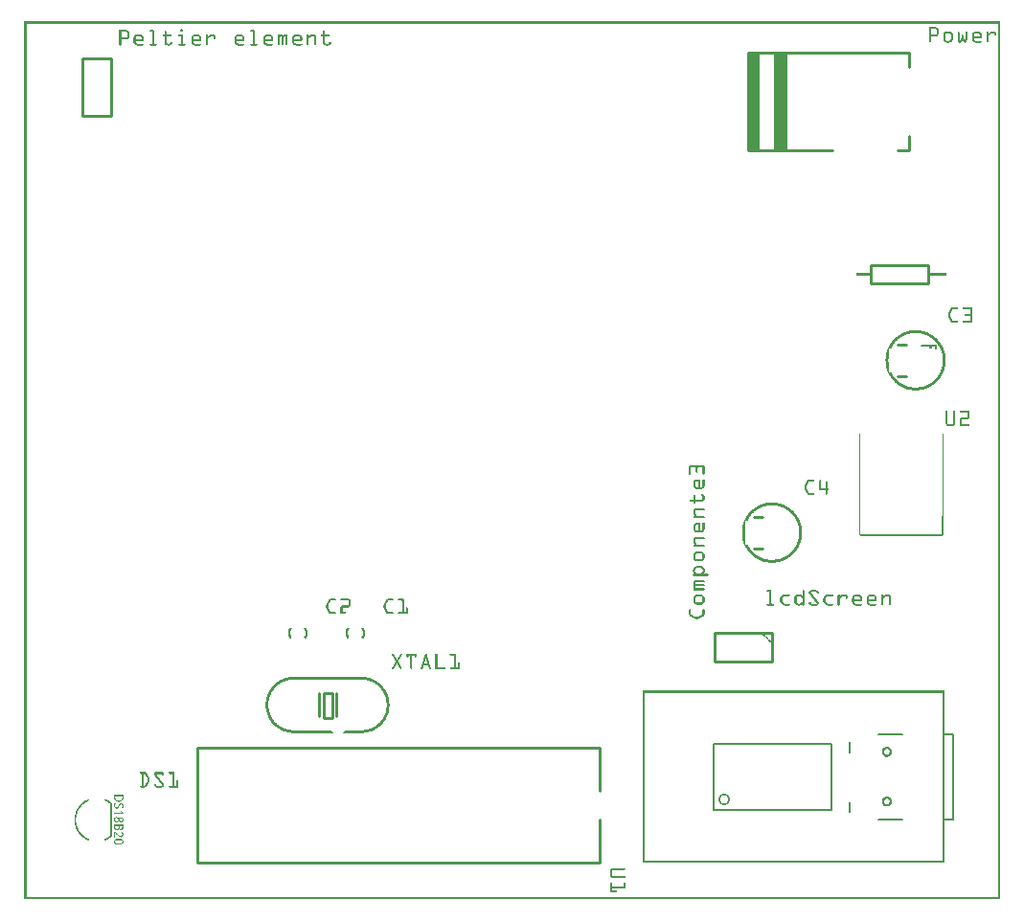
<source format=gto>
G04 MADE WITH FRITZING*
G04 WWW.FRITZING.ORG*
G04 DOUBLE SIDED*
G04 HOLES PLATED*
G04 CONTOUR ON CENTER OF CONTOUR VECTOR*
%ASAXBY*%
%FSLAX23Y23*%
%MOIN*%
%OFA0B0*%
%SFA1.0B1.0*%
%ADD10C,0.042189X0.0301888*%
%ADD11R,0.038714X0.096457X0.019029X0.076772*%
%ADD12C,0.009843*%
%ADD13C,0.010000*%
%ADD14C,0.006000*%
%ADD15C,0.008000*%
%ADD16C,0.011000*%
%ADD17R,0.001000X0.001000*%
%LNSILK1*%
G90*
G70*
G54D10*
X2436Y349D03*
G54D12*
X1041Y719D02*
X1070Y719D01*
X1070Y632D01*
X1041Y632D01*
X1041Y719D01*
D02*
G54D13*
X202Y2926D02*
X202Y2726D01*
D02*
X202Y2726D02*
X302Y2726D01*
D02*
X302Y2726D02*
X302Y2926D01*
D02*
X302Y2926D02*
X202Y2926D01*
D02*
X2002Y526D02*
X602Y526D01*
D02*
X602Y526D02*
X602Y126D01*
D02*
X602Y126D02*
X2002Y126D01*
D02*
X2002Y526D02*
X2002Y376D01*
D02*
X2002Y276D02*
X2002Y126D01*
G54D14*
D02*
X2397Y541D02*
X2807Y541D01*
D02*
X2807Y541D02*
X2807Y311D01*
D02*
X2807Y311D02*
X2397Y311D01*
D02*
X2397Y311D02*
X2397Y541D01*
G54D15*
D02*
X3053Y276D02*
X2971Y276D01*
D02*
X2872Y304D02*
X2872Y339D01*
D02*
X2872Y512D02*
X2872Y548D01*
D02*
X2971Y575D02*
X3053Y575D01*
D02*
X3202Y276D02*
X3230Y276D01*
D02*
X3202Y575D02*
X3230Y575D01*
D02*
X3230Y276D02*
X3230Y575D01*
G54D13*
D02*
X2812Y2606D02*
X2517Y2606D01*
D02*
X2517Y2606D02*
X2517Y2946D01*
D02*
X2517Y2946D02*
X3077Y2946D01*
D02*
X3077Y2946D02*
X3077Y2896D01*
D02*
X3037Y2606D02*
X3077Y2606D01*
D02*
X3077Y2606D02*
X3077Y2656D01*
D02*
X2517Y2606D02*
X2517Y2946D01*
D02*
X2522Y2606D02*
X2522Y2946D01*
D02*
X2527Y2606D02*
X2527Y2946D01*
D02*
X2532Y2606D02*
X2532Y2946D01*
D02*
X2537Y2606D02*
X2537Y2946D01*
D02*
X2542Y2606D02*
X2542Y2946D01*
D02*
X2547Y2606D02*
X2547Y2946D01*
D02*
X2552Y2606D02*
X2552Y2946D01*
D02*
X2647Y2606D02*
X2647Y2946D01*
D02*
X2642Y2606D02*
X2642Y2946D01*
D02*
X2637Y2606D02*
X2637Y2946D01*
D02*
X2632Y2606D02*
X2632Y2946D01*
D02*
X2627Y2606D02*
X2627Y2946D01*
D02*
X2622Y2606D02*
X2622Y2946D01*
D02*
X2617Y2606D02*
X2617Y2946D01*
D02*
X2612Y2606D02*
X2612Y2946D01*
D02*
X2602Y926D02*
X2402Y926D01*
D02*
X2402Y926D02*
X2402Y826D01*
D02*
X2402Y826D02*
X2602Y826D01*
D02*
X2602Y826D02*
X2602Y926D01*
D02*
X3143Y2143D02*
X2943Y2143D01*
D02*
X2943Y2143D02*
X2943Y2209D01*
D02*
X2943Y2209D02*
X3143Y2209D01*
D02*
X3143Y2209D02*
X3143Y2143D01*
G54D12*
X1086Y716D02*
X1086Y638D01*
D02*
X1023Y716D02*
X1023Y638D01*
D02*
G54D16*
X3037Y1931D02*
X3067Y1931D01*
D02*
X3037Y1821D02*
X3067Y1821D01*
D02*
X2537Y1331D02*
X2567Y1331D01*
D02*
X2537Y1221D02*
X2567Y1221D01*
D02*
G54D17*
X0Y3056D02*
X3394Y3056D01*
X0Y3055D02*
X3394Y3055D01*
X0Y3054D02*
X3394Y3054D01*
X0Y3053D02*
X3394Y3053D01*
X0Y3052D02*
X3394Y3052D01*
X0Y3051D02*
X3394Y3051D01*
X0Y3050D02*
X3394Y3050D01*
X0Y3049D02*
X3394Y3049D01*
X0Y3048D02*
X7Y3048D01*
X228Y3048D02*
X281Y3048D01*
X3387Y3048D02*
X3394Y3048D01*
X0Y3047D02*
X7Y3047D01*
X228Y3047D02*
X280Y3047D01*
X3387Y3047D02*
X3394Y3047D01*
X0Y3046D02*
X7Y3046D01*
X3387Y3046D02*
X3394Y3046D01*
X0Y3045D02*
X7Y3045D01*
X3387Y3045D02*
X3394Y3045D01*
X0Y3044D02*
X7Y3044D01*
X3387Y3044D02*
X3394Y3044D01*
X0Y3043D02*
X7Y3043D01*
X3387Y3043D02*
X3394Y3043D01*
X0Y3042D02*
X7Y3042D01*
X3387Y3042D02*
X3394Y3042D01*
X0Y3041D02*
X7Y3041D01*
X3387Y3041D02*
X3394Y3041D01*
X0Y3040D02*
X7Y3040D01*
X3387Y3040D02*
X3394Y3040D01*
X0Y3039D02*
X7Y3039D01*
X3387Y3039D02*
X3394Y3039D01*
X0Y3038D02*
X7Y3038D01*
X3387Y3038D02*
X3394Y3038D01*
X0Y3037D02*
X7Y3037D01*
X3387Y3037D02*
X3394Y3037D01*
X0Y3036D02*
X7Y3036D01*
X3147Y3036D02*
X3171Y3036D01*
X3387Y3036D02*
X3394Y3036D01*
X0Y3035D02*
X7Y3035D01*
X3147Y3035D02*
X3174Y3035D01*
X3387Y3035D02*
X3394Y3035D01*
X0Y3034D02*
X7Y3034D01*
X3147Y3034D02*
X3176Y3034D01*
X3387Y3034D02*
X3394Y3034D01*
X0Y3033D02*
X7Y3033D01*
X3147Y3033D02*
X3177Y3033D01*
X3387Y3033D02*
X3394Y3033D01*
X0Y3032D02*
X7Y3032D01*
X3147Y3032D02*
X3178Y3032D01*
X3387Y3032D02*
X3394Y3032D01*
X0Y3031D02*
X7Y3031D01*
X3147Y3031D02*
X3179Y3031D01*
X3387Y3031D02*
X3394Y3031D01*
X0Y3030D02*
X7Y3030D01*
X3147Y3030D02*
X3179Y3030D01*
X3387Y3030D02*
X3394Y3030D01*
X0Y3029D02*
X7Y3029D01*
X544Y3029D02*
X547Y3029D01*
X3147Y3029D02*
X3153Y3029D01*
X3171Y3029D02*
X3180Y3029D01*
X3387Y3029D02*
X3394Y3029D01*
X0Y3028D02*
X7Y3028D01*
X542Y3028D02*
X549Y3028D01*
X3147Y3028D02*
X3153Y3028D01*
X3173Y3028D02*
X3180Y3028D01*
X3387Y3028D02*
X3394Y3028D01*
X0Y3027D02*
X7Y3027D01*
X541Y3027D02*
X550Y3027D01*
X3147Y3027D02*
X3153Y3027D01*
X3174Y3027D02*
X3180Y3027D01*
X3387Y3027D02*
X3394Y3027D01*
X0Y3026D02*
X7Y3026D01*
X330Y3026D02*
X354Y3026D01*
X437Y3026D02*
X447Y3026D01*
X541Y3026D02*
X550Y3026D01*
X788Y3026D02*
X798Y3026D01*
X3147Y3026D02*
X3153Y3026D01*
X3174Y3026D02*
X3180Y3026D01*
X3387Y3026D02*
X3394Y3026D01*
X0Y3025D02*
X7Y3025D01*
X330Y3025D02*
X357Y3025D01*
X435Y3025D02*
X449Y3025D01*
X541Y3025D02*
X550Y3025D01*
X786Y3025D02*
X800Y3025D01*
X3147Y3025D02*
X3153Y3025D01*
X3174Y3025D02*
X3180Y3025D01*
X3387Y3025D02*
X3394Y3025D01*
X0Y3024D02*
X7Y3024D01*
X330Y3024D02*
X359Y3024D01*
X434Y3024D02*
X450Y3024D01*
X541Y3024D02*
X550Y3024D01*
X785Y3024D02*
X801Y3024D01*
X3147Y3024D02*
X3153Y3024D01*
X3174Y3024D02*
X3180Y3024D01*
X3387Y3024D02*
X3394Y3024D01*
X0Y3023D02*
X7Y3023D01*
X330Y3023D02*
X360Y3023D01*
X434Y3023D02*
X450Y3023D01*
X490Y3023D02*
X491Y3023D01*
X541Y3023D02*
X550Y3023D01*
X785Y3023D02*
X801Y3023D01*
X1042Y3023D02*
X1043Y3023D01*
X3147Y3023D02*
X3153Y3023D01*
X3174Y3023D02*
X3180Y3023D01*
X3387Y3023D02*
X3394Y3023D01*
X0Y3022D02*
X7Y3022D01*
X330Y3022D02*
X361Y3022D01*
X434Y3022D02*
X450Y3022D01*
X488Y3022D02*
X492Y3022D01*
X541Y3022D02*
X550Y3022D01*
X785Y3022D02*
X801Y3022D01*
X1040Y3022D02*
X1044Y3022D01*
X3147Y3022D02*
X3153Y3022D01*
X3174Y3022D02*
X3180Y3022D01*
X3387Y3022D02*
X3394Y3022D01*
X0Y3021D02*
X7Y3021D01*
X330Y3021D02*
X362Y3021D01*
X434Y3021D02*
X450Y3021D01*
X488Y3021D02*
X493Y3021D01*
X541Y3021D02*
X550Y3021D01*
X785Y3021D02*
X801Y3021D01*
X1040Y3021D02*
X1045Y3021D01*
X3147Y3021D02*
X3153Y3021D01*
X3174Y3021D02*
X3180Y3021D01*
X3207Y3021D02*
X3220Y3021D01*
X3249Y3021D02*
X3251Y3021D01*
X3277Y3021D02*
X3279Y3021D01*
X3308Y3021D02*
X3321Y3021D01*
X3349Y3021D02*
X3351Y3021D01*
X3363Y3021D02*
X3373Y3021D01*
X3387Y3021D02*
X3394Y3021D01*
X0Y3020D02*
X7Y3020D01*
X330Y3020D02*
X362Y3020D01*
X435Y3020D02*
X450Y3020D01*
X487Y3020D02*
X493Y3020D01*
X542Y3020D02*
X549Y3020D01*
X786Y3020D02*
X801Y3020D01*
X1039Y3020D02*
X1045Y3020D01*
X3147Y3020D02*
X3153Y3020D01*
X3174Y3020D02*
X3180Y3020D01*
X3205Y3020D02*
X3223Y3020D01*
X3248Y3020D02*
X3252Y3020D01*
X3276Y3020D02*
X3280Y3020D01*
X3305Y3020D02*
X3323Y3020D01*
X3348Y3020D02*
X3353Y3020D01*
X3362Y3020D02*
X3376Y3020D01*
X3387Y3020D02*
X3394Y3020D01*
X0Y3019D02*
X7Y3019D01*
X330Y3019D02*
X336Y3019D01*
X354Y3019D02*
X363Y3019D01*
X444Y3019D02*
X450Y3019D01*
X487Y3019D02*
X493Y3019D01*
X795Y3019D02*
X801Y3019D01*
X1039Y3019D02*
X1045Y3019D01*
X3147Y3019D02*
X3153Y3019D01*
X3174Y3019D02*
X3180Y3019D01*
X3203Y3019D02*
X3224Y3019D01*
X3247Y3019D02*
X3252Y3019D01*
X3275Y3019D02*
X3281Y3019D01*
X3304Y3019D02*
X3325Y3019D01*
X3348Y3019D02*
X3353Y3019D01*
X3361Y3019D02*
X3377Y3019D01*
X3387Y3019D02*
X3394Y3019D01*
X0Y3018D02*
X7Y3018D01*
X330Y3018D02*
X336Y3018D01*
X356Y3018D02*
X363Y3018D01*
X444Y3018D02*
X450Y3018D01*
X487Y3018D02*
X493Y3018D01*
X795Y3018D02*
X801Y3018D01*
X1039Y3018D02*
X1045Y3018D01*
X3147Y3018D02*
X3153Y3018D01*
X3174Y3018D02*
X3180Y3018D01*
X3202Y3018D02*
X3225Y3018D01*
X3247Y3018D02*
X3253Y3018D01*
X3275Y3018D02*
X3281Y3018D01*
X3302Y3018D02*
X3326Y3018D01*
X3348Y3018D02*
X3353Y3018D01*
X3359Y3018D02*
X3378Y3018D01*
X3387Y3018D02*
X3394Y3018D01*
X0Y3017D02*
X7Y3017D01*
X330Y3017D02*
X336Y3017D01*
X357Y3017D02*
X363Y3017D01*
X444Y3017D02*
X450Y3017D01*
X487Y3017D02*
X493Y3017D01*
X795Y3017D02*
X801Y3017D01*
X1039Y3017D02*
X1045Y3017D01*
X3147Y3017D02*
X3153Y3017D01*
X3174Y3017D02*
X3180Y3017D01*
X3201Y3017D02*
X3226Y3017D01*
X3247Y3017D02*
X3253Y3017D01*
X3275Y3017D02*
X3281Y3017D01*
X3301Y3017D02*
X3327Y3017D01*
X3347Y3017D02*
X3354Y3017D01*
X3358Y3017D02*
X3379Y3017D01*
X3387Y3017D02*
X3394Y3017D01*
X0Y3016D02*
X7Y3016D01*
X330Y3016D02*
X336Y3016D01*
X357Y3016D02*
X363Y3016D01*
X444Y3016D02*
X450Y3016D01*
X487Y3016D02*
X493Y3016D01*
X795Y3016D02*
X801Y3016D01*
X1039Y3016D02*
X1045Y3016D01*
X3147Y3016D02*
X3153Y3016D01*
X3174Y3016D02*
X3180Y3016D01*
X3200Y3016D02*
X3228Y3016D01*
X3247Y3016D02*
X3253Y3016D01*
X3275Y3016D02*
X3281Y3016D01*
X3300Y3016D02*
X3328Y3016D01*
X3347Y3016D02*
X3354Y3016D01*
X3357Y3016D02*
X3380Y3016D01*
X3387Y3016D02*
X3394Y3016D01*
X0Y3015D02*
X7Y3015D01*
X330Y3015D02*
X336Y3015D01*
X357Y3015D02*
X363Y3015D01*
X444Y3015D02*
X450Y3015D01*
X487Y3015D02*
X493Y3015D01*
X795Y3015D02*
X801Y3015D01*
X1039Y3015D02*
X1045Y3015D01*
X3147Y3015D02*
X3153Y3015D01*
X3174Y3015D02*
X3180Y3015D01*
X3199Y3015D02*
X3228Y3015D01*
X3247Y3015D02*
X3253Y3015D01*
X3275Y3015D02*
X3281Y3015D01*
X3299Y3015D02*
X3329Y3015D01*
X3347Y3015D02*
X3354Y3015D01*
X3356Y3015D02*
X3380Y3015D01*
X3387Y3015D02*
X3394Y3015D01*
X0Y3014D02*
X7Y3014D01*
X330Y3014D02*
X336Y3014D01*
X357Y3014D02*
X363Y3014D01*
X444Y3014D02*
X450Y3014D01*
X487Y3014D02*
X493Y3014D01*
X795Y3014D02*
X801Y3014D01*
X1039Y3014D02*
X1045Y3014D01*
X3147Y3014D02*
X3153Y3014D01*
X3174Y3014D02*
X3180Y3014D01*
X3198Y3014D02*
X3207Y3014D01*
X3220Y3014D02*
X3229Y3014D01*
X3247Y3014D02*
X3253Y3014D01*
X3275Y3014D02*
X3281Y3014D01*
X3299Y3014D02*
X3308Y3014D01*
X3320Y3014D02*
X3329Y3014D01*
X3347Y3014D02*
X3365Y3014D01*
X3373Y3014D02*
X3381Y3014D01*
X3387Y3014D02*
X3394Y3014D01*
X0Y3013D02*
X7Y3013D01*
X330Y3013D02*
X336Y3013D01*
X357Y3013D02*
X363Y3013D01*
X444Y3013D02*
X450Y3013D01*
X487Y3013D02*
X493Y3013D01*
X795Y3013D02*
X801Y3013D01*
X1039Y3013D02*
X1045Y3013D01*
X3147Y3013D02*
X3153Y3013D01*
X3174Y3013D02*
X3180Y3013D01*
X3198Y3013D02*
X3206Y3013D01*
X3222Y3013D02*
X3230Y3013D01*
X3247Y3013D02*
X3253Y3013D01*
X3275Y3013D02*
X3281Y3013D01*
X3298Y3013D02*
X3306Y3013D01*
X3322Y3013D02*
X3330Y3013D01*
X3347Y3013D02*
X3363Y3013D01*
X3374Y3013D02*
X3381Y3013D01*
X3387Y3013D02*
X3394Y3013D01*
X0Y3012D02*
X7Y3012D01*
X330Y3012D02*
X336Y3012D01*
X357Y3012D02*
X363Y3012D01*
X444Y3012D02*
X450Y3012D01*
X487Y3012D02*
X493Y3012D01*
X795Y3012D02*
X801Y3012D01*
X1039Y3012D02*
X1045Y3012D01*
X3147Y3012D02*
X3153Y3012D01*
X3174Y3012D02*
X3180Y3012D01*
X3198Y3012D02*
X3205Y3012D01*
X3223Y3012D02*
X3230Y3012D01*
X3247Y3012D02*
X3253Y3012D01*
X3275Y3012D02*
X3281Y3012D01*
X3298Y3012D02*
X3305Y3012D01*
X3323Y3012D02*
X3330Y3012D01*
X3347Y3012D02*
X3362Y3012D01*
X3375Y3012D02*
X3381Y3012D01*
X3387Y3012D02*
X3394Y3012D01*
X0Y3011D02*
X7Y3011D01*
X330Y3011D02*
X336Y3011D01*
X357Y3011D02*
X363Y3011D01*
X390Y3011D02*
X403Y3011D01*
X444Y3011D02*
X450Y3011D01*
X482Y3011D02*
X508Y3011D01*
X536Y3011D02*
X548Y3011D01*
X591Y3011D02*
X604Y3011D01*
X633Y3011D02*
X635Y3011D01*
X647Y3011D02*
X657Y3011D01*
X742Y3011D02*
X755Y3011D01*
X795Y3011D02*
X801Y3011D01*
X842Y3011D02*
X855Y3011D01*
X883Y3011D02*
X885Y3011D01*
X892Y3011D02*
X896Y3011D01*
X906Y3011D02*
X909Y3011D01*
X942Y3011D02*
X956Y3011D01*
X984Y3011D02*
X986Y3011D01*
X999Y3011D02*
X1008Y3011D01*
X1035Y3011D02*
X1061Y3011D01*
X3147Y3011D02*
X3153Y3011D01*
X3173Y3011D02*
X3180Y3011D01*
X3197Y3011D02*
X3204Y3011D01*
X3224Y3011D02*
X3230Y3011D01*
X3247Y3011D02*
X3253Y3011D01*
X3275Y3011D02*
X3281Y3011D01*
X3298Y3011D02*
X3304Y3011D01*
X3324Y3011D02*
X3331Y3011D01*
X3347Y3011D02*
X3361Y3011D01*
X3375Y3011D02*
X3381Y3011D01*
X3387Y3011D02*
X3394Y3011D01*
X0Y3010D02*
X7Y3010D01*
X330Y3010D02*
X336Y3010D01*
X357Y3010D02*
X363Y3010D01*
X388Y3010D02*
X406Y3010D01*
X444Y3010D02*
X450Y3010D01*
X481Y3010D02*
X510Y3010D01*
X535Y3010D02*
X550Y3010D01*
X589Y3010D02*
X607Y3010D01*
X632Y3010D02*
X636Y3010D01*
X645Y3010D02*
X659Y3010D01*
X739Y3010D02*
X757Y3010D01*
X795Y3010D02*
X801Y3010D01*
X840Y3010D02*
X858Y3010D01*
X882Y3010D02*
X887Y3010D01*
X890Y3010D02*
X898Y3010D01*
X904Y3010D02*
X911Y3010D01*
X940Y3010D02*
X958Y3010D01*
X983Y3010D02*
X988Y3010D01*
X997Y3010D02*
X1010Y3010D01*
X1033Y3010D02*
X1062Y3010D01*
X3147Y3010D02*
X3153Y3010D01*
X3172Y3010D02*
X3180Y3010D01*
X3197Y3010D02*
X3203Y3010D01*
X3224Y3010D02*
X3230Y3010D01*
X3247Y3010D02*
X3253Y3010D01*
X3275Y3010D02*
X3281Y3010D01*
X3297Y3010D02*
X3304Y3010D01*
X3325Y3010D02*
X3331Y3010D01*
X3347Y3010D02*
X3360Y3010D01*
X3375Y3010D02*
X3381Y3010D01*
X3387Y3010D02*
X3394Y3010D01*
X0Y3009D02*
X7Y3009D01*
X330Y3009D02*
X336Y3009D01*
X357Y3009D02*
X363Y3009D01*
X386Y3009D02*
X407Y3009D01*
X444Y3009D02*
X450Y3009D01*
X481Y3009D02*
X510Y3009D01*
X534Y3009D02*
X550Y3009D01*
X587Y3009D02*
X608Y3009D01*
X631Y3009D02*
X637Y3009D01*
X644Y3009D02*
X661Y3009D01*
X738Y3009D02*
X759Y3009D01*
X795Y3009D02*
X801Y3009D01*
X838Y3009D02*
X859Y3009D01*
X882Y3009D02*
X899Y3009D01*
X902Y3009D02*
X913Y3009D01*
X938Y3009D02*
X959Y3009D01*
X983Y3009D02*
X988Y3009D01*
X995Y3009D02*
X1012Y3009D01*
X1033Y3009D02*
X1062Y3009D01*
X3147Y3009D02*
X3179Y3009D01*
X3197Y3009D02*
X3203Y3009D01*
X3224Y3009D02*
X3230Y3009D01*
X3247Y3009D02*
X3253Y3009D01*
X3263Y3009D02*
X3265Y3009D01*
X3275Y3009D02*
X3281Y3009D01*
X3297Y3009D02*
X3303Y3009D01*
X3325Y3009D02*
X3331Y3009D01*
X3347Y3009D02*
X3359Y3009D01*
X3375Y3009D02*
X3381Y3009D01*
X3387Y3009D02*
X3394Y3009D01*
X0Y3008D02*
X7Y3008D01*
X330Y3008D02*
X336Y3008D01*
X357Y3008D02*
X363Y3008D01*
X385Y3008D02*
X408Y3008D01*
X444Y3008D02*
X450Y3008D01*
X480Y3008D02*
X510Y3008D01*
X534Y3008D02*
X550Y3008D01*
X586Y3008D02*
X609Y3008D01*
X631Y3008D02*
X637Y3008D01*
X643Y3008D02*
X662Y3008D01*
X736Y3008D02*
X760Y3008D01*
X795Y3008D02*
X801Y3008D01*
X837Y3008D02*
X860Y3008D01*
X881Y3008D02*
X914Y3008D01*
X937Y3008D02*
X961Y3008D01*
X982Y3008D02*
X988Y3008D01*
X993Y3008D02*
X1013Y3008D01*
X1033Y3008D02*
X1063Y3008D01*
X3147Y3008D02*
X3179Y3008D01*
X3197Y3008D02*
X3203Y3008D01*
X3224Y3008D02*
X3231Y3008D01*
X3247Y3008D02*
X3253Y3008D01*
X3262Y3008D02*
X3266Y3008D01*
X3275Y3008D02*
X3281Y3008D01*
X3297Y3008D02*
X3303Y3008D01*
X3325Y3008D02*
X3331Y3008D01*
X3347Y3008D02*
X3358Y3008D01*
X3375Y3008D02*
X3381Y3008D01*
X3387Y3008D02*
X3394Y3008D01*
X0Y3007D02*
X7Y3007D01*
X330Y3007D02*
X336Y3007D01*
X357Y3007D02*
X363Y3007D01*
X384Y3007D02*
X410Y3007D01*
X444Y3007D02*
X450Y3007D01*
X481Y3007D02*
X510Y3007D01*
X534Y3007D02*
X550Y3007D01*
X585Y3007D02*
X610Y3007D01*
X631Y3007D02*
X637Y3007D01*
X642Y3007D02*
X663Y3007D01*
X735Y3007D02*
X761Y3007D01*
X795Y3007D02*
X801Y3007D01*
X836Y3007D02*
X861Y3007D01*
X881Y3007D02*
X914Y3007D01*
X936Y3007D02*
X962Y3007D01*
X982Y3007D02*
X988Y3007D01*
X992Y3007D02*
X1013Y3007D01*
X1033Y3007D02*
X1062Y3007D01*
X3147Y3007D02*
X3178Y3007D01*
X3197Y3007D02*
X3203Y3007D01*
X3224Y3007D02*
X3231Y3007D01*
X3247Y3007D02*
X3253Y3007D01*
X3261Y3007D02*
X3267Y3007D01*
X3275Y3007D02*
X3281Y3007D01*
X3297Y3007D02*
X3303Y3007D01*
X3325Y3007D02*
X3331Y3007D01*
X3347Y3007D02*
X3356Y3007D01*
X3376Y3007D02*
X3380Y3007D01*
X3387Y3007D02*
X3394Y3007D01*
X0Y3006D02*
X7Y3006D01*
X330Y3006D02*
X336Y3006D01*
X357Y3006D02*
X363Y3006D01*
X383Y3006D02*
X411Y3006D01*
X444Y3006D02*
X450Y3006D01*
X481Y3006D02*
X510Y3006D01*
X535Y3006D02*
X550Y3006D01*
X584Y3006D02*
X611Y3006D01*
X631Y3006D02*
X637Y3006D01*
X641Y3006D02*
X663Y3006D01*
X734Y3006D02*
X762Y3006D01*
X795Y3006D02*
X801Y3006D01*
X835Y3006D02*
X862Y3006D01*
X881Y3006D02*
X915Y3006D01*
X935Y3006D02*
X963Y3006D01*
X982Y3006D02*
X988Y3006D01*
X990Y3006D02*
X1014Y3006D01*
X1033Y3006D02*
X1062Y3006D01*
X3147Y3006D02*
X3177Y3006D01*
X3197Y3006D02*
X3203Y3006D01*
X3224Y3006D02*
X3231Y3006D01*
X3247Y3006D02*
X3253Y3006D01*
X3261Y3006D02*
X3267Y3006D01*
X3275Y3006D02*
X3281Y3006D01*
X3297Y3006D02*
X3303Y3006D01*
X3325Y3006D02*
X3331Y3006D01*
X3347Y3006D02*
X3355Y3006D01*
X3377Y3006D02*
X3379Y3006D01*
X3387Y3006D02*
X3394Y3006D01*
X0Y3005D02*
X7Y3005D01*
X330Y3005D02*
X336Y3005D01*
X357Y3005D02*
X363Y3005D01*
X382Y3005D02*
X411Y3005D01*
X444Y3005D02*
X450Y3005D01*
X482Y3005D02*
X509Y3005D01*
X536Y3005D02*
X550Y3005D01*
X583Y3005D02*
X612Y3005D01*
X631Y3005D02*
X637Y3005D01*
X639Y3005D02*
X664Y3005D01*
X733Y3005D02*
X763Y3005D01*
X795Y3005D02*
X801Y3005D01*
X834Y3005D02*
X863Y3005D01*
X881Y3005D02*
X915Y3005D01*
X934Y3005D02*
X964Y3005D01*
X982Y3005D02*
X1015Y3005D01*
X1034Y3005D02*
X1061Y3005D01*
X3147Y3005D02*
X3176Y3005D01*
X3197Y3005D02*
X3203Y3005D01*
X3224Y3005D02*
X3231Y3005D01*
X3247Y3005D02*
X3253Y3005D01*
X3261Y3005D02*
X3267Y3005D01*
X3275Y3005D02*
X3281Y3005D01*
X3297Y3005D02*
X3303Y3005D01*
X3325Y3005D02*
X3331Y3005D01*
X3347Y3005D02*
X3354Y3005D01*
X3387Y3005D02*
X3394Y3005D01*
X0Y3004D02*
X7Y3004D01*
X330Y3004D02*
X336Y3004D01*
X357Y3004D02*
X363Y3004D01*
X381Y3004D02*
X390Y3004D01*
X403Y3004D02*
X412Y3004D01*
X444Y3004D02*
X450Y3004D01*
X487Y3004D02*
X493Y3004D01*
X544Y3004D02*
X550Y3004D01*
X582Y3004D02*
X591Y3004D01*
X604Y3004D02*
X613Y3004D01*
X631Y3004D02*
X648Y3004D01*
X657Y3004D02*
X664Y3004D01*
X733Y3004D02*
X742Y3004D01*
X754Y3004D02*
X764Y3004D01*
X795Y3004D02*
X801Y3004D01*
X833Y3004D02*
X842Y3004D01*
X855Y3004D02*
X864Y3004D01*
X881Y3004D02*
X892Y3004D01*
X895Y3004D02*
X906Y3004D01*
X909Y3004D02*
X915Y3004D01*
X934Y3004D02*
X942Y3004D01*
X955Y3004D02*
X964Y3004D01*
X982Y3004D02*
X999Y3004D01*
X1007Y3004D02*
X1015Y3004D01*
X1039Y3004D02*
X1045Y3004D01*
X3147Y3004D02*
X3175Y3004D01*
X3197Y3004D02*
X3203Y3004D01*
X3224Y3004D02*
X3231Y3004D01*
X3247Y3004D02*
X3253Y3004D01*
X3261Y3004D02*
X3267Y3004D01*
X3275Y3004D02*
X3281Y3004D01*
X3297Y3004D02*
X3303Y3004D01*
X3325Y3004D02*
X3331Y3004D01*
X3347Y3004D02*
X3354Y3004D01*
X3387Y3004D02*
X3394Y3004D01*
X0Y3003D02*
X7Y3003D01*
X330Y3003D02*
X336Y3003D01*
X357Y3003D02*
X363Y3003D01*
X381Y3003D02*
X389Y3003D01*
X405Y3003D02*
X413Y3003D01*
X444Y3003D02*
X450Y3003D01*
X487Y3003D02*
X493Y3003D01*
X544Y3003D02*
X550Y3003D01*
X582Y3003D02*
X590Y3003D01*
X606Y3003D02*
X613Y3003D01*
X631Y3003D02*
X647Y3003D01*
X658Y3003D02*
X664Y3003D01*
X732Y3003D02*
X740Y3003D01*
X756Y3003D02*
X764Y3003D01*
X795Y3003D02*
X801Y3003D01*
X833Y3003D02*
X841Y3003D01*
X857Y3003D02*
X864Y3003D01*
X881Y3003D02*
X891Y3003D01*
X896Y3003D02*
X905Y3003D01*
X909Y3003D02*
X915Y3003D01*
X933Y3003D02*
X941Y3003D01*
X957Y3003D02*
X965Y3003D01*
X982Y3003D02*
X998Y3003D01*
X1009Y3003D02*
X1015Y3003D01*
X1039Y3003D02*
X1045Y3003D01*
X3147Y3003D02*
X3173Y3003D01*
X3197Y3003D02*
X3203Y3003D01*
X3224Y3003D02*
X3231Y3003D01*
X3247Y3003D02*
X3253Y3003D01*
X3261Y3003D02*
X3267Y3003D01*
X3275Y3003D02*
X3281Y3003D01*
X3297Y3003D02*
X3331Y3003D01*
X3347Y3003D02*
X3354Y3003D01*
X3387Y3003D02*
X3394Y3003D01*
X0Y3002D02*
X7Y3002D01*
X330Y3002D02*
X336Y3002D01*
X357Y3002D02*
X363Y3002D01*
X381Y3002D02*
X388Y3002D01*
X406Y3002D02*
X413Y3002D01*
X444Y3002D02*
X450Y3002D01*
X487Y3002D02*
X493Y3002D01*
X544Y3002D02*
X550Y3002D01*
X581Y3002D02*
X589Y3002D01*
X607Y3002D02*
X614Y3002D01*
X631Y3002D02*
X646Y3002D01*
X658Y3002D02*
X664Y3002D01*
X732Y3002D02*
X739Y3002D01*
X757Y3002D02*
X764Y3002D01*
X795Y3002D02*
X801Y3002D01*
X832Y3002D02*
X840Y3002D01*
X858Y3002D02*
X865Y3002D01*
X881Y3002D02*
X890Y3002D01*
X896Y3002D02*
X904Y3002D01*
X909Y3002D02*
X915Y3002D01*
X933Y3002D02*
X940Y3002D01*
X958Y3002D02*
X965Y3002D01*
X982Y3002D02*
X996Y3002D01*
X1009Y3002D02*
X1015Y3002D01*
X1039Y3002D02*
X1045Y3002D01*
X3147Y3002D02*
X3153Y3002D01*
X3197Y3002D02*
X3203Y3002D01*
X3224Y3002D02*
X3231Y3002D01*
X3247Y3002D02*
X3253Y3002D01*
X3261Y3002D02*
X3267Y3002D01*
X3275Y3002D02*
X3281Y3002D01*
X3297Y3002D02*
X3331Y3002D01*
X3347Y3002D02*
X3354Y3002D01*
X3387Y3002D02*
X3394Y3002D01*
X0Y3001D02*
X7Y3001D01*
X330Y3001D02*
X336Y3001D01*
X357Y3001D02*
X363Y3001D01*
X380Y3001D02*
X387Y3001D01*
X407Y3001D02*
X413Y3001D01*
X444Y3001D02*
X450Y3001D01*
X487Y3001D02*
X493Y3001D01*
X544Y3001D02*
X550Y3001D01*
X581Y3001D02*
X588Y3001D01*
X608Y3001D02*
X614Y3001D01*
X631Y3001D02*
X645Y3001D01*
X658Y3001D02*
X665Y3001D01*
X732Y3001D02*
X738Y3001D01*
X758Y3001D02*
X765Y3001D01*
X795Y3001D02*
X801Y3001D01*
X832Y3001D02*
X839Y3001D01*
X858Y3001D02*
X865Y3001D01*
X881Y3001D02*
X889Y3001D01*
X896Y3001D02*
X902Y3001D01*
X909Y3001D02*
X915Y3001D01*
X932Y3001D02*
X939Y3001D01*
X959Y3001D02*
X965Y3001D01*
X982Y3001D02*
X994Y3001D01*
X1009Y3001D02*
X1015Y3001D01*
X1039Y3001D02*
X1045Y3001D01*
X3147Y3001D02*
X3153Y3001D01*
X3197Y3001D02*
X3203Y3001D01*
X3224Y3001D02*
X3231Y3001D01*
X3247Y3001D02*
X3253Y3001D01*
X3261Y3001D02*
X3267Y3001D01*
X3275Y3001D02*
X3281Y3001D01*
X3297Y3001D02*
X3331Y3001D01*
X3347Y3001D02*
X3354Y3001D01*
X3387Y3001D02*
X3394Y3001D01*
X0Y3000D02*
X7Y3000D01*
X330Y3000D02*
X336Y3000D01*
X355Y3000D02*
X363Y3000D01*
X380Y3000D02*
X386Y3000D01*
X407Y3000D02*
X413Y3000D01*
X444Y3000D02*
X450Y3000D01*
X487Y3000D02*
X493Y3000D01*
X544Y3000D02*
X550Y3000D01*
X581Y3000D02*
X587Y3000D01*
X608Y3000D02*
X614Y3000D01*
X631Y3000D02*
X643Y3000D01*
X659Y3000D02*
X665Y3000D01*
X731Y3000D02*
X738Y3000D01*
X759Y3000D02*
X765Y3000D01*
X795Y3000D02*
X801Y3000D01*
X832Y3000D02*
X838Y3000D01*
X859Y3000D02*
X865Y3000D01*
X881Y3000D02*
X888Y3000D01*
X896Y3000D02*
X902Y3000D01*
X909Y3000D02*
X915Y3000D01*
X932Y3000D02*
X938Y3000D01*
X959Y3000D02*
X966Y3000D01*
X982Y3000D02*
X993Y3000D01*
X1009Y3000D02*
X1015Y3000D01*
X1039Y3000D02*
X1045Y3000D01*
X3147Y3000D02*
X3153Y3000D01*
X3197Y3000D02*
X3203Y3000D01*
X3224Y3000D02*
X3231Y3000D01*
X3247Y3000D02*
X3253Y3000D01*
X3261Y3000D02*
X3267Y3000D01*
X3275Y3000D02*
X3281Y3000D01*
X3297Y3000D02*
X3331Y3000D01*
X3347Y3000D02*
X3354Y3000D01*
X3387Y3000D02*
X3394Y3000D01*
X0Y2999D02*
X7Y2999D01*
X330Y2999D02*
X363Y2999D01*
X380Y2999D02*
X386Y2999D01*
X408Y2999D02*
X414Y2999D01*
X444Y2999D02*
X450Y2999D01*
X487Y2999D02*
X493Y2999D01*
X544Y2999D02*
X550Y2999D01*
X581Y2999D02*
X587Y2999D01*
X608Y2999D02*
X614Y2999D01*
X631Y2999D02*
X642Y2999D01*
X659Y2999D02*
X665Y2999D01*
X731Y2999D02*
X737Y2999D01*
X759Y2999D02*
X765Y2999D01*
X795Y2999D02*
X801Y2999D01*
X832Y2999D02*
X838Y2999D01*
X859Y2999D02*
X865Y2999D01*
X881Y2999D02*
X887Y2999D01*
X896Y2999D02*
X902Y2999D01*
X909Y2999D02*
X915Y2999D01*
X932Y2999D02*
X938Y2999D01*
X960Y2999D02*
X966Y2999D01*
X982Y2999D02*
X991Y2999D01*
X1009Y2999D02*
X1015Y2999D01*
X1039Y2999D02*
X1045Y2999D01*
X3147Y2999D02*
X3153Y2999D01*
X3197Y2999D02*
X3203Y2999D01*
X3224Y2999D02*
X3231Y2999D01*
X3247Y2999D02*
X3253Y2999D01*
X3261Y2999D02*
X3267Y2999D01*
X3275Y2999D02*
X3281Y2999D01*
X3297Y2999D02*
X3331Y2999D01*
X3347Y2999D02*
X3354Y2999D01*
X3387Y2999D02*
X3394Y2999D01*
X0Y2998D02*
X7Y2998D01*
X330Y2998D02*
X362Y2998D01*
X380Y2998D02*
X386Y2998D01*
X408Y2998D02*
X414Y2998D01*
X444Y2998D02*
X450Y2998D01*
X487Y2998D02*
X493Y2998D01*
X544Y2998D02*
X550Y2998D01*
X581Y2998D02*
X587Y2998D01*
X608Y2998D02*
X614Y2998D01*
X631Y2998D02*
X641Y2998D01*
X659Y2998D02*
X664Y2998D01*
X731Y2998D02*
X737Y2998D01*
X759Y2998D02*
X765Y2998D01*
X795Y2998D02*
X801Y2998D01*
X832Y2998D02*
X838Y2998D01*
X859Y2998D02*
X865Y2998D01*
X881Y2998D02*
X887Y2998D01*
X896Y2998D02*
X902Y2998D01*
X909Y2998D02*
X915Y2998D01*
X932Y2998D02*
X938Y2998D01*
X960Y2998D02*
X966Y2998D01*
X982Y2998D02*
X990Y2998D01*
X1009Y2998D02*
X1015Y2998D01*
X1039Y2998D02*
X1045Y2998D01*
X3147Y2998D02*
X3153Y2998D01*
X3197Y2998D02*
X3203Y2998D01*
X3224Y2998D02*
X3231Y2998D01*
X3247Y2998D02*
X3253Y2998D01*
X3261Y2998D02*
X3267Y2998D01*
X3275Y2998D02*
X3281Y2998D01*
X3297Y2998D02*
X3330Y2998D01*
X3347Y2998D02*
X3354Y2998D01*
X3387Y2998D02*
X3394Y2998D01*
X0Y2997D02*
X7Y2997D01*
X330Y2997D02*
X361Y2997D01*
X380Y2997D02*
X386Y2997D01*
X408Y2997D02*
X414Y2997D01*
X444Y2997D02*
X450Y2997D01*
X487Y2997D02*
X493Y2997D01*
X544Y2997D02*
X550Y2997D01*
X581Y2997D02*
X587Y2997D01*
X608Y2997D02*
X614Y2997D01*
X631Y2997D02*
X640Y2997D01*
X659Y2997D02*
X664Y2997D01*
X731Y2997D02*
X737Y2997D01*
X759Y2997D02*
X765Y2997D01*
X795Y2997D02*
X801Y2997D01*
X832Y2997D02*
X838Y2997D01*
X859Y2997D02*
X865Y2997D01*
X881Y2997D02*
X887Y2997D01*
X896Y2997D02*
X902Y2997D01*
X909Y2997D02*
X915Y2997D01*
X932Y2997D02*
X938Y2997D01*
X960Y2997D02*
X966Y2997D01*
X982Y2997D02*
X988Y2997D01*
X1009Y2997D02*
X1015Y2997D01*
X1039Y2997D02*
X1045Y2997D01*
X3147Y2997D02*
X3153Y2997D01*
X3197Y2997D02*
X3203Y2997D01*
X3224Y2997D02*
X3231Y2997D01*
X3247Y2997D02*
X3253Y2997D01*
X3260Y2997D02*
X3268Y2997D01*
X3275Y2997D02*
X3281Y2997D01*
X3297Y2997D02*
X3329Y2997D01*
X3347Y2997D02*
X3354Y2997D01*
X3387Y2997D02*
X3394Y2997D01*
X0Y2996D02*
X7Y2996D01*
X330Y2996D02*
X360Y2996D01*
X380Y2996D02*
X386Y2996D01*
X408Y2996D02*
X414Y2996D01*
X444Y2996D02*
X450Y2996D01*
X487Y2996D02*
X493Y2996D01*
X544Y2996D02*
X550Y2996D01*
X581Y2996D02*
X587Y2996D01*
X608Y2996D02*
X614Y2996D01*
X631Y2996D02*
X639Y2996D01*
X660Y2996D02*
X663Y2996D01*
X731Y2996D02*
X737Y2996D01*
X759Y2996D02*
X765Y2996D01*
X795Y2996D02*
X801Y2996D01*
X832Y2996D02*
X838Y2996D01*
X859Y2996D02*
X865Y2996D01*
X881Y2996D02*
X887Y2996D01*
X896Y2996D02*
X902Y2996D01*
X909Y2996D02*
X915Y2996D01*
X932Y2996D02*
X938Y2996D01*
X960Y2996D02*
X966Y2996D01*
X982Y2996D02*
X988Y2996D01*
X1009Y2996D02*
X1015Y2996D01*
X1039Y2996D02*
X1045Y2996D01*
X3147Y2996D02*
X3153Y2996D01*
X3197Y2996D02*
X3203Y2996D01*
X3224Y2996D02*
X3231Y2996D01*
X3247Y2996D02*
X3253Y2996D01*
X3260Y2996D02*
X3268Y2996D01*
X3274Y2996D02*
X3281Y2996D01*
X3297Y2996D02*
X3303Y2996D01*
X3347Y2996D02*
X3354Y2996D01*
X3387Y2996D02*
X3394Y2996D01*
X0Y2995D02*
X7Y2995D01*
X330Y2995D02*
X359Y2995D01*
X380Y2995D02*
X386Y2995D01*
X408Y2995D02*
X414Y2995D01*
X444Y2995D02*
X450Y2995D01*
X487Y2995D02*
X493Y2995D01*
X544Y2995D02*
X550Y2995D01*
X581Y2995D02*
X587Y2995D01*
X608Y2995D02*
X614Y2995D01*
X631Y2995D02*
X638Y2995D01*
X731Y2995D02*
X737Y2995D01*
X759Y2995D02*
X765Y2995D01*
X795Y2995D02*
X801Y2995D01*
X832Y2995D02*
X838Y2995D01*
X859Y2995D02*
X865Y2995D01*
X881Y2995D02*
X887Y2995D01*
X896Y2995D02*
X902Y2995D01*
X909Y2995D02*
X915Y2995D01*
X932Y2995D02*
X938Y2995D01*
X960Y2995D02*
X966Y2995D01*
X982Y2995D02*
X988Y2995D01*
X1009Y2995D02*
X1015Y2995D01*
X1039Y2995D02*
X1045Y2995D01*
X3147Y2995D02*
X3153Y2995D01*
X3197Y2995D02*
X3203Y2995D01*
X3224Y2995D02*
X3231Y2995D01*
X3247Y2995D02*
X3254Y2995D01*
X3259Y2995D02*
X3269Y2995D01*
X3274Y2995D02*
X3281Y2995D01*
X3297Y2995D02*
X3303Y2995D01*
X3347Y2995D02*
X3354Y2995D01*
X3387Y2995D02*
X3394Y2995D01*
X0Y2994D02*
X7Y2994D01*
X330Y2994D02*
X358Y2994D01*
X380Y2994D02*
X386Y2994D01*
X407Y2994D02*
X414Y2994D01*
X444Y2994D02*
X450Y2994D01*
X487Y2994D02*
X493Y2994D01*
X544Y2994D02*
X550Y2994D01*
X581Y2994D02*
X587Y2994D01*
X608Y2994D02*
X614Y2994D01*
X631Y2994D02*
X637Y2994D01*
X731Y2994D02*
X737Y2994D01*
X759Y2994D02*
X765Y2994D01*
X795Y2994D02*
X801Y2994D01*
X832Y2994D02*
X838Y2994D01*
X859Y2994D02*
X865Y2994D01*
X881Y2994D02*
X887Y2994D01*
X896Y2994D02*
X902Y2994D01*
X909Y2994D02*
X915Y2994D01*
X932Y2994D02*
X938Y2994D01*
X960Y2994D02*
X966Y2994D01*
X982Y2994D02*
X988Y2994D01*
X1009Y2994D02*
X1015Y2994D01*
X1039Y2994D02*
X1045Y2994D01*
X3147Y2994D02*
X3153Y2994D01*
X3197Y2994D02*
X3203Y2994D01*
X3224Y2994D02*
X3230Y2994D01*
X3248Y2994D02*
X3254Y2994D01*
X3258Y2994D02*
X3269Y2994D01*
X3274Y2994D02*
X3280Y2994D01*
X3297Y2994D02*
X3303Y2994D01*
X3347Y2994D02*
X3354Y2994D01*
X3387Y2994D02*
X3394Y2994D01*
X0Y2993D02*
X7Y2993D01*
X330Y2993D02*
X356Y2993D01*
X380Y2993D02*
X414Y2993D01*
X444Y2993D02*
X450Y2993D01*
X487Y2993D02*
X493Y2993D01*
X544Y2993D02*
X550Y2993D01*
X581Y2993D02*
X614Y2993D01*
X631Y2993D02*
X637Y2993D01*
X731Y2993D02*
X765Y2993D01*
X795Y2993D02*
X801Y2993D01*
X832Y2993D02*
X865Y2993D01*
X881Y2993D02*
X887Y2993D01*
X896Y2993D02*
X902Y2993D01*
X909Y2993D02*
X915Y2993D01*
X932Y2993D02*
X966Y2993D01*
X982Y2993D02*
X988Y2993D01*
X1009Y2993D02*
X1015Y2993D01*
X1039Y2993D02*
X1045Y2993D01*
X3147Y2993D02*
X3153Y2993D01*
X3197Y2993D02*
X3203Y2993D01*
X3224Y2993D02*
X3230Y2993D01*
X3248Y2993D02*
X3254Y2993D01*
X3258Y2993D02*
X3270Y2993D01*
X3273Y2993D02*
X3280Y2993D01*
X3297Y2993D02*
X3304Y2993D01*
X3347Y2993D02*
X3354Y2993D01*
X3387Y2993D02*
X3394Y2993D01*
X0Y2992D02*
X7Y2992D01*
X330Y2992D02*
X336Y2992D01*
X380Y2992D02*
X414Y2992D01*
X444Y2992D02*
X450Y2992D01*
X487Y2992D02*
X493Y2992D01*
X544Y2992D02*
X550Y2992D01*
X581Y2992D02*
X614Y2992D01*
X631Y2992D02*
X637Y2992D01*
X731Y2992D02*
X765Y2992D01*
X795Y2992D02*
X801Y2992D01*
X832Y2992D02*
X865Y2992D01*
X881Y2992D02*
X887Y2992D01*
X896Y2992D02*
X902Y2992D01*
X909Y2992D02*
X915Y2992D01*
X932Y2992D02*
X966Y2992D01*
X982Y2992D02*
X988Y2992D01*
X1009Y2992D02*
X1015Y2992D01*
X1039Y2992D02*
X1045Y2992D01*
X3147Y2992D02*
X3153Y2992D01*
X3197Y2992D02*
X3204Y2992D01*
X3223Y2992D02*
X3230Y2992D01*
X3248Y2992D02*
X3255Y2992D01*
X3257Y2992D02*
X3270Y2992D01*
X3273Y2992D02*
X3280Y2992D01*
X3298Y2992D02*
X3304Y2992D01*
X3347Y2992D02*
X3354Y2992D01*
X3387Y2992D02*
X3394Y2992D01*
X0Y2991D02*
X7Y2991D01*
X330Y2991D02*
X336Y2991D01*
X380Y2991D02*
X414Y2991D01*
X444Y2991D02*
X450Y2991D01*
X487Y2991D02*
X493Y2991D01*
X544Y2991D02*
X550Y2991D01*
X581Y2991D02*
X614Y2991D01*
X631Y2991D02*
X637Y2991D01*
X731Y2991D02*
X765Y2991D01*
X795Y2991D02*
X801Y2991D01*
X832Y2991D02*
X865Y2991D01*
X881Y2991D02*
X887Y2991D01*
X896Y2991D02*
X902Y2991D01*
X909Y2991D02*
X915Y2991D01*
X932Y2991D02*
X966Y2991D01*
X982Y2991D02*
X988Y2991D01*
X1009Y2991D02*
X1015Y2991D01*
X1039Y2991D02*
X1045Y2991D01*
X3147Y2991D02*
X3153Y2991D01*
X3198Y2991D02*
X3205Y2991D01*
X3222Y2991D02*
X3230Y2991D01*
X3248Y2991D02*
X3255Y2991D01*
X3257Y2991D02*
X3271Y2991D01*
X3273Y2991D02*
X3279Y2991D01*
X3298Y2991D02*
X3305Y2991D01*
X3347Y2991D02*
X3354Y2991D01*
X3387Y2991D02*
X3394Y2991D01*
X0Y2990D02*
X7Y2990D01*
X330Y2990D02*
X336Y2990D01*
X380Y2990D02*
X414Y2990D01*
X444Y2990D02*
X450Y2990D01*
X487Y2990D02*
X493Y2990D01*
X544Y2990D02*
X550Y2990D01*
X581Y2990D02*
X614Y2990D01*
X631Y2990D02*
X637Y2990D01*
X731Y2990D02*
X765Y2990D01*
X795Y2990D02*
X801Y2990D01*
X832Y2990D02*
X865Y2990D01*
X881Y2990D02*
X887Y2990D01*
X896Y2990D02*
X902Y2990D01*
X909Y2990D02*
X915Y2990D01*
X932Y2990D02*
X966Y2990D01*
X982Y2990D02*
X988Y2990D01*
X1009Y2990D02*
X1015Y2990D01*
X1039Y2990D02*
X1045Y2990D01*
X3147Y2990D02*
X3153Y2990D01*
X3198Y2990D02*
X3206Y2990D01*
X3221Y2990D02*
X3229Y2990D01*
X3249Y2990D02*
X3279Y2990D01*
X3298Y2990D02*
X3307Y2990D01*
X3347Y2990D02*
X3354Y2990D01*
X3387Y2990D02*
X3394Y2990D01*
X0Y2989D02*
X7Y2989D01*
X330Y2989D02*
X336Y2989D01*
X380Y2989D02*
X413Y2989D01*
X444Y2989D02*
X450Y2989D01*
X487Y2989D02*
X493Y2989D01*
X544Y2989D02*
X550Y2989D01*
X581Y2989D02*
X614Y2989D01*
X631Y2989D02*
X637Y2989D01*
X731Y2989D02*
X765Y2989D01*
X795Y2989D02*
X801Y2989D01*
X832Y2989D02*
X865Y2989D01*
X881Y2989D02*
X887Y2989D01*
X896Y2989D02*
X902Y2989D01*
X909Y2989D02*
X915Y2989D01*
X932Y2989D02*
X965Y2989D01*
X982Y2989D02*
X988Y2989D01*
X1009Y2989D02*
X1015Y2989D01*
X1039Y2989D02*
X1045Y2989D01*
X3147Y2989D02*
X3153Y2989D01*
X3198Y2989D02*
X3209Y2989D01*
X3219Y2989D02*
X3229Y2989D01*
X3249Y2989D02*
X3263Y2989D01*
X3265Y2989D02*
X3279Y2989D01*
X3299Y2989D02*
X3309Y2989D01*
X3347Y2989D02*
X3354Y2989D01*
X3387Y2989D02*
X3394Y2989D01*
X0Y2988D02*
X7Y2988D01*
X330Y2988D02*
X336Y2988D01*
X380Y2988D02*
X413Y2988D01*
X444Y2988D02*
X450Y2988D01*
X487Y2988D02*
X493Y2988D01*
X544Y2988D02*
X550Y2988D01*
X581Y2988D02*
X613Y2988D01*
X631Y2988D02*
X637Y2988D01*
X731Y2988D02*
X764Y2988D01*
X795Y2988D02*
X801Y2988D01*
X832Y2988D02*
X864Y2988D01*
X881Y2988D02*
X887Y2988D01*
X896Y2988D02*
X902Y2988D01*
X909Y2988D02*
X915Y2988D01*
X932Y2988D02*
X965Y2988D01*
X982Y2988D02*
X988Y2988D01*
X1009Y2988D02*
X1015Y2988D01*
X1039Y2988D02*
X1045Y2988D01*
X3147Y2988D02*
X3153Y2988D01*
X3199Y2988D02*
X3228Y2988D01*
X3249Y2988D02*
X3262Y2988D01*
X3266Y2988D02*
X3278Y2988D01*
X3300Y2988D02*
X3330Y2988D01*
X3347Y2988D02*
X3354Y2988D01*
X3387Y2988D02*
X3394Y2988D01*
X0Y2987D02*
X7Y2987D01*
X330Y2987D02*
X336Y2987D01*
X380Y2987D02*
X411Y2987D01*
X444Y2987D02*
X450Y2987D01*
X487Y2987D02*
X493Y2987D01*
X544Y2987D02*
X550Y2987D01*
X581Y2987D02*
X612Y2987D01*
X631Y2987D02*
X637Y2987D01*
X731Y2987D02*
X763Y2987D01*
X795Y2987D02*
X801Y2987D01*
X832Y2987D02*
X863Y2987D01*
X881Y2987D02*
X887Y2987D01*
X896Y2987D02*
X902Y2987D01*
X909Y2987D02*
X915Y2987D01*
X932Y2987D02*
X964Y2987D01*
X982Y2987D02*
X988Y2987D01*
X1009Y2987D02*
X1015Y2987D01*
X1039Y2987D02*
X1045Y2987D01*
X3147Y2987D02*
X3153Y2987D01*
X3200Y2987D02*
X3227Y2987D01*
X3250Y2987D02*
X3261Y2987D01*
X3266Y2987D02*
X3278Y2987D01*
X3301Y2987D02*
X3330Y2987D01*
X3347Y2987D02*
X3354Y2987D01*
X3387Y2987D02*
X3394Y2987D01*
X0Y2986D02*
X7Y2986D01*
X330Y2986D02*
X336Y2986D01*
X380Y2986D02*
X386Y2986D01*
X444Y2986D02*
X450Y2986D01*
X487Y2986D02*
X493Y2986D01*
X544Y2986D02*
X550Y2986D01*
X581Y2986D02*
X587Y2986D01*
X631Y2986D02*
X637Y2986D01*
X731Y2986D02*
X737Y2986D01*
X795Y2986D02*
X801Y2986D01*
X832Y2986D02*
X838Y2986D01*
X881Y2986D02*
X887Y2986D01*
X896Y2986D02*
X902Y2986D01*
X909Y2986D02*
X915Y2986D01*
X932Y2986D02*
X938Y2986D01*
X982Y2986D02*
X988Y2986D01*
X1009Y2986D02*
X1015Y2986D01*
X1039Y2986D02*
X1045Y2986D01*
X3147Y2986D02*
X3153Y2986D01*
X3201Y2986D02*
X3226Y2986D01*
X3250Y2986D02*
X3261Y2986D01*
X3267Y2986D02*
X3278Y2986D01*
X3302Y2986D02*
X3331Y2986D01*
X3347Y2986D02*
X3354Y2986D01*
X3387Y2986D02*
X3394Y2986D01*
X0Y2985D02*
X7Y2985D01*
X330Y2985D02*
X336Y2985D01*
X380Y2985D02*
X386Y2985D01*
X444Y2985D02*
X450Y2985D01*
X487Y2985D02*
X493Y2985D01*
X544Y2985D02*
X550Y2985D01*
X581Y2985D02*
X587Y2985D01*
X631Y2985D02*
X637Y2985D01*
X731Y2985D02*
X737Y2985D01*
X795Y2985D02*
X801Y2985D01*
X832Y2985D02*
X838Y2985D01*
X881Y2985D02*
X887Y2985D01*
X896Y2985D02*
X902Y2985D01*
X909Y2985D02*
X915Y2985D01*
X932Y2985D02*
X938Y2985D01*
X982Y2985D02*
X988Y2985D01*
X1009Y2985D02*
X1015Y2985D01*
X1039Y2985D02*
X1045Y2985D01*
X3147Y2985D02*
X3153Y2985D01*
X3202Y2985D02*
X3225Y2985D01*
X3250Y2985D02*
X3260Y2985D01*
X3268Y2985D02*
X3278Y2985D01*
X3303Y2985D02*
X3331Y2985D01*
X3348Y2985D02*
X3353Y2985D01*
X3387Y2985D02*
X3394Y2985D01*
X0Y2984D02*
X7Y2984D01*
X330Y2984D02*
X336Y2984D01*
X380Y2984D02*
X386Y2984D01*
X444Y2984D02*
X450Y2984D01*
X487Y2984D02*
X493Y2984D01*
X509Y2984D02*
X513Y2984D01*
X544Y2984D02*
X550Y2984D01*
X581Y2984D02*
X587Y2984D01*
X631Y2984D02*
X637Y2984D01*
X731Y2984D02*
X737Y2984D01*
X795Y2984D02*
X801Y2984D01*
X832Y2984D02*
X838Y2984D01*
X881Y2984D02*
X887Y2984D01*
X896Y2984D02*
X902Y2984D01*
X909Y2984D02*
X915Y2984D01*
X932Y2984D02*
X938Y2984D01*
X982Y2984D02*
X988Y2984D01*
X1009Y2984D02*
X1015Y2984D01*
X1039Y2984D02*
X1045Y2984D01*
X1061Y2984D02*
X1065Y2984D01*
X3147Y2984D02*
X3152Y2984D01*
X3204Y2984D02*
X3224Y2984D01*
X3251Y2984D02*
X3260Y2984D01*
X3268Y2984D02*
X3277Y2984D01*
X3304Y2984D02*
X3331Y2984D01*
X3348Y2984D02*
X3353Y2984D01*
X3387Y2984D02*
X3394Y2984D01*
X0Y2983D02*
X7Y2983D01*
X330Y2983D02*
X336Y2983D01*
X380Y2983D02*
X386Y2983D01*
X444Y2983D02*
X450Y2983D01*
X487Y2983D02*
X493Y2983D01*
X508Y2983D02*
X513Y2983D01*
X544Y2983D02*
X550Y2983D01*
X581Y2983D02*
X587Y2983D01*
X631Y2983D02*
X637Y2983D01*
X731Y2983D02*
X738Y2983D01*
X795Y2983D02*
X801Y2983D01*
X832Y2983D02*
X838Y2983D01*
X881Y2983D02*
X887Y2983D01*
X896Y2983D02*
X902Y2983D01*
X909Y2983D02*
X915Y2983D01*
X932Y2983D02*
X939Y2983D01*
X982Y2983D02*
X988Y2983D01*
X1009Y2983D02*
X1015Y2983D01*
X1039Y2983D02*
X1045Y2983D01*
X1061Y2983D02*
X1066Y2983D01*
X3148Y2983D02*
X3152Y2983D01*
X3205Y2983D02*
X3222Y2983D01*
X3251Y2983D02*
X3259Y2983D01*
X3269Y2983D02*
X3276Y2983D01*
X3306Y2983D02*
X3330Y2983D01*
X3349Y2983D02*
X3352Y2983D01*
X3387Y2983D02*
X3394Y2983D01*
X0Y2982D02*
X7Y2982D01*
X330Y2982D02*
X336Y2982D01*
X380Y2982D02*
X387Y2982D01*
X444Y2982D02*
X450Y2982D01*
X487Y2982D02*
X493Y2982D01*
X508Y2982D02*
X514Y2982D01*
X544Y2982D02*
X550Y2982D01*
X581Y2982D02*
X588Y2982D01*
X631Y2982D02*
X637Y2982D01*
X732Y2982D02*
X738Y2982D01*
X795Y2982D02*
X801Y2982D01*
X832Y2982D02*
X839Y2982D01*
X881Y2982D02*
X887Y2982D01*
X896Y2982D02*
X902Y2982D01*
X909Y2982D02*
X915Y2982D01*
X932Y2982D02*
X939Y2982D01*
X982Y2982D02*
X988Y2982D01*
X1009Y2982D02*
X1015Y2982D01*
X1039Y2982D02*
X1045Y2982D01*
X1060Y2982D02*
X1066Y2982D01*
X3209Y2982D02*
X3218Y2982D01*
X3253Y2982D02*
X3257Y2982D01*
X3271Y2982D02*
X3274Y2982D01*
X3309Y2982D02*
X3328Y2982D01*
X3387Y2982D02*
X3394Y2982D01*
X0Y2981D02*
X7Y2981D01*
X330Y2981D02*
X336Y2981D01*
X381Y2981D02*
X388Y2981D01*
X444Y2981D02*
X450Y2981D01*
X487Y2981D02*
X494Y2981D01*
X508Y2981D02*
X514Y2981D01*
X544Y2981D02*
X550Y2981D01*
X581Y2981D02*
X589Y2981D01*
X631Y2981D02*
X637Y2981D01*
X732Y2981D02*
X740Y2981D01*
X795Y2981D02*
X801Y2981D01*
X832Y2981D02*
X840Y2981D01*
X881Y2981D02*
X887Y2981D01*
X896Y2981D02*
X902Y2981D01*
X909Y2981D02*
X915Y2981D01*
X933Y2981D02*
X940Y2981D01*
X982Y2981D02*
X988Y2981D01*
X1009Y2981D02*
X1015Y2981D01*
X1040Y2981D02*
X1046Y2981D01*
X1060Y2981D02*
X1066Y2981D01*
X3387Y2981D02*
X3394Y2981D01*
X0Y2980D02*
X7Y2980D01*
X330Y2980D02*
X336Y2980D01*
X381Y2980D02*
X389Y2980D01*
X444Y2980D02*
X450Y2980D01*
X488Y2980D02*
X494Y2980D01*
X507Y2980D02*
X514Y2980D01*
X544Y2980D02*
X550Y2980D01*
X582Y2980D02*
X590Y2980D01*
X631Y2980D02*
X637Y2980D01*
X732Y2980D02*
X741Y2980D01*
X795Y2980D02*
X801Y2980D01*
X833Y2980D02*
X841Y2980D01*
X881Y2980D02*
X887Y2980D01*
X896Y2980D02*
X902Y2980D01*
X909Y2980D02*
X915Y2980D01*
X933Y2980D02*
X942Y2980D01*
X982Y2980D02*
X988Y2980D01*
X1009Y2980D02*
X1015Y2980D01*
X1040Y2980D02*
X1046Y2980D01*
X1059Y2980D02*
X1066Y2980D01*
X3387Y2980D02*
X3394Y2980D01*
X0Y2979D02*
X7Y2979D01*
X330Y2979D02*
X336Y2979D01*
X382Y2979D02*
X392Y2979D01*
X444Y2979D02*
X450Y2979D01*
X488Y2979D02*
X496Y2979D01*
X505Y2979D02*
X513Y2979D01*
X544Y2979D02*
X551Y2979D01*
X582Y2979D02*
X592Y2979D01*
X631Y2979D02*
X637Y2979D01*
X733Y2979D02*
X743Y2979D01*
X795Y2979D02*
X802Y2979D01*
X833Y2979D02*
X843Y2979D01*
X881Y2979D02*
X887Y2979D01*
X896Y2979D02*
X902Y2979D01*
X909Y2979D02*
X915Y2979D01*
X934Y2979D02*
X944Y2979D01*
X982Y2979D02*
X988Y2979D01*
X1009Y2979D02*
X1015Y2979D01*
X1040Y2979D02*
X1049Y2979D01*
X1057Y2979D02*
X1066Y2979D01*
X3387Y2979D02*
X3394Y2979D01*
X0Y2978D02*
X7Y2978D01*
X330Y2978D02*
X336Y2978D01*
X382Y2978D02*
X412Y2978D01*
X435Y2978D02*
X459Y2978D01*
X488Y2978D02*
X513Y2978D01*
X535Y2978D02*
X559Y2978D01*
X583Y2978D02*
X613Y2978D01*
X631Y2978D02*
X637Y2978D01*
X734Y2978D02*
X764Y2978D01*
X786Y2978D02*
X810Y2978D01*
X834Y2978D02*
X864Y2978D01*
X881Y2978D02*
X887Y2978D01*
X896Y2978D02*
X902Y2978D01*
X909Y2978D02*
X915Y2978D01*
X934Y2978D02*
X964Y2978D01*
X982Y2978D02*
X988Y2978D01*
X1009Y2978D02*
X1015Y2978D01*
X1040Y2978D02*
X1065Y2978D01*
X3387Y2978D02*
X3394Y2978D01*
X0Y2977D02*
X7Y2977D01*
X330Y2977D02*
X336Y2977D01*
X383Y2977D02*
X413Y2977D01*
X434Y2977D02*
X460Y2977D01*
X489Y2977D02*
X512Y2977D01*
X534Y2977D02*
X560Y2977D01*
X584Y2977D02*
X614Y2977D01*
X631Y2977D02*
X637Y2977D01*
X735Y2977D02*
X765Y2977D01*
X785Y2977D02*
X811Y2977D01*
X835Y2977D02*
X865Y2977D01*
X881Y2977D02*
X887Y2977D01*
X896Y2977D02*
X902Y2977D01*
X909Y2977D02*
X915Y2977D01*
X935Y2977D02*
X965Y2977D01*
X982Y2977D02*
X988Y2977D01*
X1009Y2977D02*
X1015Y2977D01*
X1041Y2977D02*
X1065Y2977D01*
X3387Y2977D02*
X3394Y2977D01*
X0Y2976D02*
X7Y2976D01*
X330Y2976D02*
X336Y2976D01*
X384Y2976D02*
X413Y2976D01*
X434Y2976D02*
X460Y2976D01*
X489Y2976D02*
X512Y2976D01*
X534Y2976D02*
X561Y2976D01*
X585Y2976D02*
X614Y2976D01*
X631Y2976D02*
X637Y2976D01*
X736Y2976D02*
X765Y2976D01*
X785Y2976D02*
X812Y2976D01*
X836Y2976D02*
X865Y2976D01*
X881Y2976D02*
X887Y2976D01*
X896Y2976D02*
X902Y2976D01*
X909Y2976D02*
X915Y2976D01*
X936Y2976D02*
X966Y2976D01*
X982Y2976D02*
X988Y2976D01*
X1009Y2976D02*
X1015Y2976D01*
X1042Y2976D02*
X1064Y2976D01*
X3387Y2976D02*
X3394Y2976D01*
X0Y2975D02*
X7Y2975D01*
X330Y2975D02*
X336Y2975D01*
X385Y2975D02*
X413Y2975D01*
X434Y2975D02*
X460Y2975D01*
X490Y2975D02*
X511Y2975D01*
X534Y2975D02*
X561Y2975D01*
X586Y2975D02*
X614Y2975D01*
X631Y2975D02*
X637Y2975D01*
X737Y2975D02*
X765Y2975D01*
X785Y2975D02*
X812Y2975D01*
X837Y2975D02*
X865Y2975D01*
X881Y2975D02*
X887Y2975D01*
X896Y2975D02*
X902Y2975D01*
X910Y2975D02*
X915Y2975D01*
X938Y2975D02*
X966Y2975D01*
X982Y2975D02*
X988Y2975D01*
X1009Y2975D02*
X1015Y2975D01*
X1043Y2975D02*
X1063Y2975D01*
X3387Y2975D02*
X3394Y2975D01*
X0Y2974D02*
X7Y2974D01*
X330Y2974D02*
X335Y2974D01*
X387Y2974D02*
X413Y2974D01*
X434Y2974D02*
X460Y2974D01*
X492Y2974D02*
X510Y2974D01*
X534Y2974D02*
X560Y2974D01*
X587Y2974D02*
X614Y2974D01*
X631Y2974D02*
X637Y2974D01*
X738Y2974D02*
X765Y2974D01*
X785Y2974D02*
X811Y2974D01*
X838Y2974D02*
X865Y2974D01*
X882Y2974D02*
X887Y2974D01*
X896Y2974D02*
X901Y2974D01*
X910Y2974D02*
X915Y2974D01*
X939Y2974D02*
X965Y2974D01*
X983Y2974D02*
X988Y2974D01*
X1010Y2974D02*
X1015Y2974D01*
X1044Y2974D02*
X1062Y2974D01*
X3387Y2974D02*
X3394Y2974D01*
X0Y2973D02*
X7Y2973D01*
X331Y2973D02*
X335Y2973D01*
X388Y2973D02*
X412Y2973D01*
X435Y2973D02*
X459Y2973D01*
X493Y2973D02*
X508Y2973D01*
X535Y2973D02*
X560Y2973D01*
X589Y2973D02*
X613Y2973D01*
X632Y2973D02*
X636Y2973D01*
X740Y2973D02*
X764Y2973D01*
X786Y2973D02*
X811Y2973D01*
X840Y2973D02*
X864Y2973D01*
X882Y2973D02*
X886Y2973D01*
X897Y2973D02*
X901Y2973D01*
X911Y2973D02*
X914Y2973D01*
X940Y2973D02*
X965Y2973D01*
X983Y2973D02*
X987Y2973D01*
X1010Y2973D02*
X1014Y2973D01*
X1045Y2973D02*
X1060Y2973D01*
X3387Y2973D02*
X3394Y2973D01*
X0Y2972D02*
X7Y2972D01*
X333Y2972D02*
X333Y2972D01*
X392Y2972D02*
X410Y2972D01*
X437Y2972D02*
X457Y2972D01*
X497Y2972D02*
X504Y2972D01*
X537Y2972D02*
X557Y2972D01*
X592Y2972D02*
X611Y2972D01*
X634Y2972D02*
X634Y2972D01*
X743Y2972D02*
X762Y2972D01*
X788Y2972D02*
X808Y2972D01*
X843Y2972D02*
X862Y2972D01*
X944Y2972D02*
X962Y2972D01*
X1049Y2972D02*
X1056Y2972D01*
X3387Y2972D02*
X3394Y2972D01*
X0Y2971D02*
X7Y2971D01*
X3387Y2971D02*
X3394Y2971D01*
X0Y2970D02*
X7Y2970D01*
X3387Y2970D02*
X3394Y2970D01*
X0Y2969D02*
X7Y2969D01*
X3387Y2969D02*
X3394Y2969D01*
X0Y2968D02*
X7Y2968D01*
X3387Y2968D02*
X3394Y2968D01*
X0Y2967D02*
X7Y2967D01*
X3387Y2967D02*
X3394Y2967D01*
X0Y2966D02*
X7Y2966D01*
X3387Y2966D02*
X3394Y2966D01*
X0Y2965D02*
X7Y2965D01*
X3387Y2965D02*
X3394Y2965D01*
X0Y2964D02*
X7Y2964D01*
X3387Y2964D02*
X3394Y2964D01*
X0Y2963D02*
X7Y2963D01*
X3387Y2963D02*
X3394Y2963D01*
X0Y2962D02*
X7Y2962D01*
X3387Y2962D02*
X3394Y2962D01*
X0Y2961D02*
X7Y2961D01*
X3387Y2961D02*
X3394Y2961D01*
X0Y2960D02*
X7Y2960D01*
X3387Y2960D02*
X3394Y2960D01*
X0Y2959D02*
X7Y2959D01*
X3387Y2959D02*
X3394Y2959D01*
X0Y2958D02*
X7Y2958D01*
X3387Y2958D02*
X3394Y2958D01*
X0Y2957D02*
X7Y2957D01*
X3387Y2957D02*
X3394Y2957D01*
X0Y2956D02*
X7Y2956D01*
X3387Y2956D02*
X3394Y2956D01*
X0Y2955D02*
X7Y2955D01*
X3387Y2955D02*
X3394Y2955D01*
X0Y2954D02*
X7Y2954D01*
X3387Y2954D02*
X3394Y2954D01*
X0Y2953D02*
X7Y2953D01*
X3387Y2953D02*
X3394Y2953D01*
X0Y2952D02*
X7Y2952D01*
X3387Y2952D02*
X3394Y2952D01*
X0Y2951D02*
X7Y2951D01*
X3387Y2951D02*
X3394Y2951D01*
X0Y2950D02*
X7Y2950D01*
X3387Y2950D02*
X3394Y2950D01*
X0Y2949D02*
X7Y2949D01*
X3387Y2949D02*
X3394Y2949D01*
X0Y2948D02*
X7Y2948D01*
X3387Y2948D02*
X3394Y2948D01*
X0Y2947D02*
X7Y2947D01*
X3387Y2947D02*
X3394Y2947D01*
X0Y2946D02*
X7Y2946D01*
X3387Y2946D02*
X3394Y2946D01*
X0Y2945D02*
X7Y2945D01*
X3387Y2945D02*
X3394Y2945D01*
X0Y2944D02*
X7Y2944D01*
X3387Y2944D02*
X3394Y2944D01*
X0Y2943D02*
X7Y2943D01*
X3387Y2943D02*
X3394Y2943D01*
X0Y2942D02*
X7Y2942D01*
X3387Y2942D02*
X3394Y2942D01*
X0Y2941D02*
X7Y2941D01*
X3387Y2941D02*
X3394Y2941D01*
X0Y2940D02*
X7Y2940D01*
X3387Y2940D02*
X3394Y2940D01*
X0Y2939D02*
X7Y2939D01*
X3387Y2939D02*
X3394Y2939D01*
X0Y2938D02*
X7Y2938D01*
X3387Y2938D02*
X3394Y2938D01*
X0Y2937D02*
X7Y2937D01*
X3387Y2937D02*
X3394Y2937D01*
X0Y2936D02*
X7Y2936D01*
X3387Y2936D02*
X3394Y2936D01*
X0Y2935D02*
X7Y2935D01*
X3387Y2935D02*
X3394Y2935D01*
X0Y2934D02*
X7Y2934D01*
X3387Y2934D02*
X3394Y2934D01*
X0Y2933D02*
X7Y2933D01*
X3387Y2933D02*
X3394Y2933D01*
X0Y2932D02*
X7Y2932D01*
X3387Y2932D02*
X3394Y2932D01*
X0Y2931D02*
X7Y2931D01*
X3387Y2931D02*
X3394Y2931D01*
X0Y2930D02*
X7Y2930D01*
X3387Y2930D02*
X3394Y2930D01*
X0Y2929D02*
X7Y2929D01*
X3387Y2929D02*
X3394Y2929D01*
X0Y2928D02*
X7Y2928D01*
X3387Y2928D02*
X3394Y2928D01*
X0Y2927D02*
X7Y2927D01*
X234Y2927D02*
X235Y2927D01*
X3387Y2927D02*
X3394Y2927D01*
X0Y2926D02*
X7Y2926D01*
X233Y2926D02*
X236Y2926D01*
X3387Y2926D02*
X3394Y2926D01*
X0Y2925D02*
X7Y2925D01*
X232Y2925D02*
X237Y2925D01*
X3387Y2925D02*
X3394Y2925D01*
X0Y2924D02*
X7Y2924D01*
X231Y2924D02*
X237Y2924D01*
X3387Y2924D02*
X3394Y2924D01*
X0Y2923D02*
X7Y2923D01*
X230Y2923D02*
X236Y2923D01*
X3387Y2923D02*
X3394Y2923D01*
X0Y2922D02*
X7Y2922D01*
X229Y2922D02*
X235Y2922D01*
X3387Y2922D02*
X3394Y2922D01*
X0Y2921D02*
X7Y2921D01*
X228Y2921D02*
X234Y2921D01*
X3387Y2921D02*
X3394Y2921D01*
X0Y2920D02*
X7Y2920D01*
X3387Y2920D02*
X3394Y2920D01*
X0Y2919D02*
X7Y2919D01*
X3387Y2919D02*
X3394Y2919D01*
X0Y2918D02*
X7Y2918D01*
X3387Y2918D02*
X3394Y2918D01*
X0Y2917D02*
X7Y2917D01*
X3387Y2917D02*
X3394Y2917D01*
X0Y2916D02*
X7Y2916D01*
X3387Y2916D02*
X3394Y2916D01*
X0Y2915D02*
X7Y2915D01*
X3387Y2915D02*
X3394Y2915D01*
X0Y2914D02*
X7Y2914D01*
X3387Y2914D02*
X3394Y2914D01*
X0Y2913D02*
X7Y2913D01*
X3387Y2913D02*
X3394Y2913D01*
X0Y2912D02*
X7Y2912D01*
X3387Y2912D02*
X3394Y2912D01*
X0Y2911D02*
X7Y2911D01*
X3387Y2911D02*
X3394Y2911D01*
X0Y2910D02*
X7Y2910D01*
X3387Y2910D02*
X3394Y2910D01*
X0Y2909D02*
X7Y2909D01*
X3387Y2909D02*
X3394Y2909D01*
X0Y2908D02*
X7Y2908D01*
X3387Y2908D02*
X3394Y2908D01*
X0Y2907D02*
X7Y2907D01*
X3387Y2907D02*
X3394Y2907D01*
X0Y2906D02*
X7Y2906D01*
X3387Y2906D02*
X3394Y2906D01*
X0Y2905D02*
X7Y2905D01*
X3387Y2905D02*
X3394Y2905D01*
X0Y2904D02*
X7Y2904D01*
X3387Y2904D02*
X3394Y2904D01*
X0Y2903D02*
X7Y2903D01*
X3387Y2903D02*
X3394Y2903D01*
X0Y2902D02*
X7Y2902D01*
X3387Y2902D02*
X3394Y2902D01*
X0Y2901D02*
X7Y2901D01*
X3387Y2901D02*
X3394Y2901D01*
X0Y2900D02*
X7Y2900D01*
X207Y2900D02*
X207Y2900D01*
X3387Y2900D02*
X3394Y2900D01*
X0Y2899D02*
X7Y2899D01*
X206Y2899D02*
X207Y2899D01*
X3387Y2899D02*
X3394Y2899D01*
X0Y2898D02*
X7Y2898D01*
X205Y2898D02*
X207Y2898D01*
X3387Y2898D02*
X3394Y2898D01*
X0Y2897D02*
X7Y2897D01*
X204Y2897D02*
X207Y2897D01*
X3387Y2897D02*
X3394Y2897D01*
X0Y2896D02*
X7Y2896D01*
X203Y2896D02*
X207Y2896D01*
X3387Y2896D02*
X3394Y2896D01*
X0Y2895D02*
X7Y2895D01*
X202Y2895D02*
X207Y2895D01*
X3387Y2895D02*
X3394Y2895D01*
X0Y2894D02*
X7Y2894D01*
X201Y2894D02*
X207Y2894D01*
X3387Y2894D02*
X3394Y2894D01*
X0Y2893D02*
X7Y2893D01*
X200Y2893D02*
X206Y2893D01*
X3387Y2893D02*
X3394Y2893D01*
X0Y2892D02*
X7Y2892D01*
X201Y2892D02*
X205Y2892D01*
X3387Y2892D02*
X3394Y2892D01*
X0Y2891D02*
X7Y2891D01*
X202Y2891D02*
X204Y2891D01*
X3387Y2891D02*
X3394Y2891D01*
X0Y2890D02*
X7Y2890D01*
X203Y2890D02*
X203Y2890D01*
X3387Y2890D02*
X3394Y2890D01*
X0Y2889D02*
X7Y2889D01*
X3387Y2889D02*
X3394Y2889D01*
X0Y2888D02*
X7Y2888D01*
X3387Y2888D02*
X3394Y2888D01*
X0Y2887D02*
X7Y2887D01*
X3387Y2887D02*
X3394Y2887D01*
X0Y2886D02*
X7Y2886D01*
X3387Y2886D02*
X3394Y2886D01*
X0Y2885D02*
X7Y2885D01*
X3387Y2885D02*
X3394Y2885D01*
X0Y2884D02*
X7Y2884D01*
X3387Y2884D02*
X3394Y2884D01*
X0Y2883D02*
X7Y2883D01*
X3387Y2883D02*
X3394Y2883D01*
X0Y2882D02*
X7Y2882D01*
X3387Y2882D02*
X3394Y2882D01*
X0Y2881D02*
X7Y2881D01*
X3387Y2881D02*
X3394Y2881D01*
X0Y2880D02*
X7Y2880D01*
X3387Y2880D02*
X3394Y2880D01*
X0Y2879D02*
X7Y2879D01*
X3387Y2879D02*
X3394Y2879D01*
X0Y2878D02*
X7Y2878D01*
X3387Y2878D02*
X3394Y2878D01*
X0Y2877D02*
X7Y2877D01*
X3387Y2877D02*
X3394Y2877D01*
X0Y2876D02*
X7Y2876D01*
X3387Y2876D02*
X3394Y2876D01*
X0Y2875D02*
X7Y2875D01*
X3387Y2875D02*
X3394Y2875D01*
X0Y2874D02*
X7Y2874D01*
X3387Y2874D02*
X3394Y2874D01*
X0Y2873D02*
X7Y2873D01*
X3387Y2873D02*
X3394Y2873D01*
X0Y2872D02*
X7Y2872D01*
X3387Y2872D02*
X3394Y2872D01*
X0Y2871D02*
X7Y2871D01*
X3387Y2871D02*
X3394Y2871D01*
X0Y2870D02*
X7Y2870D01*
X3387Y2870D02*
X3394Y2870D01*
X0Y2869D02*
X7Y2869D01*
X3387Y2869D02*
X3394Y2869D01*
X0Y2868D02*
X7Y2868D01*
X3387Y2868D02*
X3394Y2868D01*
X0Y2867D02*
X7Y2867D01*
X3387Y2867D02*
X3394Y2867D01*
X0Y2866D02*
X7Y2866D01*
X3387Y2866D02*
X3394Y2866D01*
X0Y2865D02*
X7Y2865D01*
X3387Y2865D02*
X3394Y2865D01*
X0Y2864D02*
X7Y2864D01*
X3387Y2864D02*
X3394Y2864D01*
X0Y2863D02*
X7Y2863D01*
X3387Y2863D02*
X3394Y2863D01*
X0Y2862D02*
X7Y2862D01*
X3387Y2862D02*
X3394Y2862D01*
X0Y2861D02*
X7Y2861D01*
X3387Y2861D02*
X3394Y2861D01*
X0Y2860D02*
X7Y2860D01*
X3387Y2860D02*
X3394Y2860D01*
X0Y2859D02*
X7Y2859D01*
X3387Y2859D02*
X3394Y2859D01*
X0Y2858D02*
X7Y2858D01*
X3387Y2858D02*
X3394Y2858D01*
X0Y2857D02*
X7Y2857D01*
X3387Y2857D02*
X3394Y2857D01*
X0Y2856D02*
X7Y2856D01*
X3387Y2856D02*
X3394Y2856D01*
X0Y2855D02*
X7Y2855D01*
X3387Y2855D02*
X3394Y2855D01*
X0Y2854D02*
X7Y2854D01*
X3387Y2854D02*
X3394Y2854D01*
X0Y2853D02*
X7Y2853D01*
X3387Y2853D02*
X3394Y2853D01*
X0Y2852D02*
X7Y2852D01*
X3387Y2852D02*
X3394Y2852D01*
X0Y2851D02*
X7Y2851D01*
X3387Y2851D02*
X3394Y2851D01*
X0Y2850D02*
X7Y2850D01*
X3387Y2850D02*
X3394Y2850D01*
X0Y2849D02*
X7Y2849D01*
X3387Y2849D02*
X3394Y2849D01*
X0Y2848D02*
X7Y2848D01*
X3387Y2848D02*
X3394Y2848D01*
X0Y2847D02*
X7Y2847D01*
X3387Y2847D02*
X3394Y2847D01*
X0Y2846D02*
X7Y2846D01*
X3387Y2846D02*
X3394Y2846D01*
X0Y2845D02*
X7Y2845D01*
X3387Y2845D02*
X3394Y2845D01*
X0Y2844D02*
X7Y2844D01*
X3387Y2844D02*
X3394Y2844D01*
X0Y2843D02*
X7Y2843D01*
X3387Y2843D02*
X3394Y2843D01*
X0Y2842D02*
X7Y2842D01*
X3387Y2842D02*
X3394Y2842D01*
X0Y2841D02*
X7Y2841D01*
X3387Y2841D02*
X3394Y2841D01*
X0Y2840D02*
X7Y2840D01*
X3387Y2840D02*
X3394Y2840D01*
X0Y2839D02*
X7Y2839D01*
X3387Y2839D02*
X3394Y2839D01*
X0Y2838D02*
X7Y2838D01*
X3387Y2838D02*
X3394Y2838D01*
X0Y2837D02*
X7Y2837D01*
X3387Y2837D02*
X3394Y2837D01*
X0Y2836D02*
X7Y2836D01*
X3387Y2836D02*
X3394Y2836D01*
X0Y2835D02*
X7Y2835D01*
X3387Y2835D02*
X3394Y2835D01*
X0Y2834D02*
X7Y2834D01*
X3387Y2834D02*
X3394Y2834D01*
X0Y2833D02*
X7Y2833D01*
X3387Y2833D02*
X3394Y2833D01*
X0Y2832D02*
X7Y2832D01*
X3387Y2832D02*
X3394Y2832D01*
X0Y2831D02*
X7Y2831D01*
X3387Y2831D02*
X3394Y2831D01*
X0Y2830D02*
X7Y2830D01*
X3387Y2830D02*
X3394Y2830D01*
X0Y2829D02*
X7Y2829D01*
X3387Y2829D02*
X3394Y2829D01*
X0Y2828D02*
X7Y2828D01*
X3387Y2828D02*
X3394Y2828D01*
X0Y2827D02*
X7Y2827D01*
X3387Y2827D02*
X3394Y2827D01*
X0Y2826D02*
X7Y2826D01*
X3387Y2826D02*
X3394Y2826D01*
X0Y2825D02*
X7Y2825D01*
X3387Y2825D02*
X3394Y2825D01*
X0Y2824D02*
X7Y2824D01*
X3387Y2824D02*
X3394Y2824D01*
X0Y2823D02*
X7Y2823D01*
X3387Y2823D02*
X3394Y2823D01*
X0Y2822D02*
X7Y2822D01*
X3387Y2822D02*
X3394Y2822D01*
X0Y2821D02*
X7Y2821D01*
X3387Y2821D02*
X3394Y2821D01*
X0Y2820D02*
X7Y2820D01*
X3387Y2820D02*
X3394Y2820D01*
X0Y2819D02*
X7Y2819D01*
X3387Y2819D02*
X3394Y2819D01*
X0Y2818D02*
X7Y2818D01*
X3387Y2818D02*
X3394Y2818D01*
X0Y2817D02*
X7Y2817D01*
X3387Y2817D02*
X3394Y2817D01*
X0Y2816D02*
X7Y2816D01*
X3387Y2816D02*
X3394Y2816D01*
X0Y2815D02*
X7Y2815D01*
X3387Y2815D02*
X3394Y2815D01*
X0Y2814D02*
X7Y2814D01*
X3387Y2814D02*
X3394Y2814D01*
X0Y2813D02*
X7Y2813D01*
X3387Y2813D02*
X3394Y2813D01*
X0Y2812D02*
X7Y2812D01*
X3387Y2812D02*
X3394Y2812D01*
X0Y2811D02*
X7Y2811D01*
X3387Y2811D02*
X3394Y2811D01*
X0Y2810D02*
X7Y2810D01*
X3387Y2810D02*
X3394Y2810D01*
X0Y2809D02*
X7Y2809D01*
X3387Y2809D02*
X3394Y2809D01*
X0Y2808D02*
X7Y2808D01*
X3387Y2808D02*
X3394Y2808D01*
X0Y2807D02*
X7Y2807D01*
X3387Y2807D02*
X3394Y2807D01*
X0Y2806D02*
X7Y2806D01*
X3387Y2806D02*
X3394Y2806D01*
X0Y2805D02*
X7Y2805D01*
X3387Y2805D02*
X3394Y2805D01*
X0Y2804D02*
X7Y2804D01*
X3387Y2804D02*
X3394Y2804D01*
X0Y2803D02*
X7Y2803D01*
X3387Y2803D02*
X3394Y2803D01*
X0Y2802D02*
X7Y2802D01*
X3387Y2802D02*
X3394Y2802D01*
X0Y2801D02*
X7Y2801D01*
X3387Y2801D02*
X3394Y2801D01*
X0Y2800D02*
X7Y2800D01*
X3387Y2800D02*
X3394Y2800D01*
X0Y2799D02*
X7Y2799D01*
X3387Y2799D02*
X3394Y2799D01*
X0Y2798D02*
X7Y2798D01*
X3387Y2798D02*
X3394Y2798D01*
X0Y2797D02*
X7Y2797D01*
X3387Y2797D02*
X3394Y2797D01*
X0Y2796D02*
X7Y2796D01*
X3387Y2796D02*
X3394Y2796D01*
X0Y2795D02*
X7Y2795D01*
X3387Y2795D02*
X3394Y2795D01*
X0Y2794D02*
X7Y2794D01*
X3387Y2794D02*
X3394Y2794D01*
X0Y2793D02*
X7Y2793D01*
X3387Y2793D02*
X3394Y2793D01*
X0Y2792D02*
X7Y2792D01*
X3387Y2792D02*
X3394Y2792D01*
X0Y2791D02*
X7Y2791D01*
X3387Y2791D02*
X3394Y2791D01*
X0Y2790D02*
X7Y2790D01*
X3387Y2790D02*
X3394Y2790D01*
X0Y2789D02*
X7Y2789D01*
X3387Y2789D02*
X3394Y2789D01*
X0Y2788D02*
X7Y2788D01*
X3387Y2788D02*
X3394Y2788D01*
X0Y2787D02*
X7Y2787D01*
X3387Y2787D02*
X3394Y2787D01*
X0Y2786D02*
X7Y2786D01*
X3387Y2786D02*
X3394Y2786D01*
X0Y2785D02*
X7Y2785D01*
X3387Y2785D02*
X3394Y2785D01*
X0Y2784D02*
X7Y2784D01*
X3387Y2784D02*
X3394Y2784D01*
X0Y2783D02*
X7Y2783D01*
X3387Y2783D02*
X3394Y2783D01*
X0Y2782D02*
X7Y2782D01*
X3387Y2782D02*
X3394Y2782D01*
X0Y2781D02*
X7Y2781D01*
X3387Y2781D02*
X3394Y2781D01*
X0Y2780D02*
X7Y2780D01*
X3387Y2780D02*
X3394Y2780D01*
X0Y2779D02*
X7Y2779D01*
X3387Y2779D02*
X3394Y2779D01*
X0Y2778D02*
X7Y2778D01*
X3387Y2778D02*
X3394Y2778D01*
X0Y2777D02*
X7Y2777D01*
X3387Y2777D02*
X3394Y2777D01*
X0Y2776D02*
X7Y2776D01*
X3387Y2776D02*
X3394Y2776D01*
X0Y2775D02*
X7Y2775D01*
X3387Y2775D02*
X3394Y2775D01*
X0Y2774D02*
X7Y2774D01*
X3387Y2774D02*
X3394Y2774D01*
X0Y2773D02*
X7Y2773D01*
X3387Y2773D02*
X3394Y2773D01*
X0Y2772D02*
X7Y2772D01*
X3387Y2772D02*
X3394Y2772D01*
X0Y2771D02*
X7Y2771D01*
X3387Y2771D02*
X3394Y2771D01*
X0Y2770D02*
X7Y2770D01*
X3387Y2770D02*
X3394Y2770D01*
X0Y2769D02*
X7Y2769D01*
X3387Y2769D02*
X3394Y2769D01*
X0Y2768D02*
X7Y2768D01*
X3387Y2768D02*
X3394Y2768D01*
X0Y2767D02*
X7Y2767D01*
X3387Y2767D02*
X3394Y2767D01*
X0Y2766D02*
X7Y2766D01*
X3387Y2766D02*
X3394Y2766D01*
X0Y2765D02*
X7Y2765D01*
X3387Y2765D02*
X3394Y2765D01*
X0Y2764D02*
X7Y2764D01*
X3387Y2764D02*
X3394Y2764D01*
X0Y2763D02*
X7Y2763D01*
X3387Y2763D02*
X3394Y2763D01*
X0Y2762D02*
X7Y2762D01*
X3387Y2762D02*
X3394Y2762D01*
X0Y2761D02*
X7Y2761D01*
X3387Y2761D02*
X3394Y2761D01*
X0Y2760D02*
X7Y2760D01*
X3387Y2760D02*
X3394Y2760D01*
X0Y2759D02*
X7Y2759D01*
X3387Y2759D02*
X3394Y2759D01*
X0Y2758D02*
X7Y2758D01*
X3387Y2758D02*
X3394Y2758D01*
X0Y2757D02*
X7Y2757D01*
X3387Y2757D02*
X3394Y2757D01*
X0Y2756D02*
X7Y2756D01*
X3387Y2756D02*
X3394Y2756D01*
X0Y2755D02*
X7Y2755D01*
X3387Y2755D02*
X3394Y2755D01*
X0Y2754D02*
X7Y2754D01*
X3387Y2754D02*
X3394Y2754D01*
X0Y2753D02*
X7Y2753D01*
X3387Y2753D02*
X3394Y2753D01*
X0Y2752D02*
X7Y2752D01*
X3387Y2752D02*
X3394Y2752D01*
X0Y2751D02*
X7Y2751D01*
X3387Y2751D02*
X3394Y2751D01*
X0Y2750D02*
X7Y2750D01*
X3387Y2750D02*
X3394Y2750D01*
X0Y2749D02*
X7Y2749D01*
X3387Y2749D02*
X3394Y2749D01*
X0Y2748D02*
X7Y2748D01*
X3387Y2748D02*
X3394Y2748D01*
X0Y2747D02*
X7Y2747D01*
X3387Y2747D02*
X3394Y2747D01*
X0Y2746D02*
X7Y2746D01*
X3387Y2746D02*
X3394Y2746D01*
X0Y2745D02*
X7Y2745D01*
X3387Y2745D02*
X3394Y2745D01*
X0Y2744D02*
X7Y2744D01*
X3387Y2744D02*
X3394Y2744D01*
X0Y2743D02*
X7Y2743D01*
X3387Y2743D02*
X3394Y2743D01*
X0Y2742D02*
X7Y2742D01*
X3387Y2742D02*
X3394Y2742D01*
X0Y2741D02*
X7Y2741D01*
X3387Y2741D02*
X3394Y2741D01*
X0Y2740D02*
X7Y2740D01*
X3387Y2740D02*
X3394Y2740D01*
X0Y2739D02*
X7Y2739D01*
X3387Y2739D02*
X3394Y2739D01*
X0Y2738D02*
X7Y2738D01*
X3387Y2738D02*
X3394Y2738D01*
X0Y2737D02*
X7Y2737D01*
X3387Y2737D02*
X3394Y2737D01*
X0Y2736D02*
X7Y2736D01*
X3387Y2736D02*
X3394Y2736D01*
X0Y2735D02*
X7Y2735D01*
X3387Y2735D02*
X3394Y2735D01*
X0Y2734D02*
X7Y2734D01*
X3387Y2734D02*
X3394Y2734D01*
X0Y2733D02*
X7Y2733D01*
X3387Y2733D02*
X3394Y2733D01*
X0Y2732D02*
X7Y2732D01*
X3387Y2732D02*
X3394Y2732D01*
X0Y2731D02*
X7Y2731D01*
X3387Y2731D02*
X3394Y2731D01*
X0Y2730D02*
X7Y2730D01*
X3387Y2730D02*
X3394Y2730D01*
X0Y2729D02*
X7Y2729D01*
X3387Y2729D02*
X3394Y2729D01*
X0Y2728D02*
X7Y2728D01*
X3387Y2728D02*
X3394Y2728D01*
X0Y2727D02*
X7Y2727D01*
X3387Y2727D02*
X3394Y2727D01*
X0Y2726D02*
X7Y2726D01*
X3387Y2726D02*
X3394Y2726D01*
X0Y2725D02*
X7Y2725D01*
X3387Y2725D02*
X3394Y2725D01*
X0Y2724D02*
X7Y2724D01*
X3387Y2724D02*
X3394Y2724D01*
X0Y2723D02*
X7Y2723D01*
X3387Y2723D02*
X3394Y2723D01*
X0Y2722D02*
X7Y2722D01*
X3387Y2722D02*
X3394Y2722D01*
X0Y2721D02*
X7Y2721D01*
X3387Y2721D02*
X3394Y2721D01*
X0Y2720D02*
X7Y2720D01*
X3387Y2720D02*
X3394Y2720D01*
X0Y2719D02*
X7Y2719D01*
X3387Y2719D02*
X3394Y2719D01*
X0Y2718D02*
X7Y2718D01*
X3387Y2718D02*
X3394Y2718D01*
X0Y2717D02*
X7Y2717D01*
X3387Y2717D02*
X3394Y2717D01*
X0Y2716D02*
X7Y2716D01*
X3387Y2716D02*
X3394Y2716D01*
X0Y2715D02*
X7Y2715D01*
X3387Y2715D02*
X3394Y2715D01*
X0Y2714D02*
X7Y2714D01*
X3387Y2714D02*
X3394Y2714D01*
X0Y2713D02*
X7Y2713D01*
X3387Y2713D02*
X3394Y2713D01*
X0Y2712D02*
X7Y2712D01*
X3387Y2712D02*
X3394Y2712D01*
X0Y2711D02*
X7Y2711D01*
X3387Y2711D02*
X3394Y2711D01*
X0Y2710D02*
X7Y2710D01*
X3387Y2710D02*
X3394Y2710D01*
X0Y2709D02*
X7Y2709D01*
X3387Y2709D02*
X3394Y2709D01*
X0Y2708D02*
X7Y2708D01*
X3387Y2708D02*
X3394Y2708D01*
X0Y2707D02*
X7Y2707D01*
X3387Y2707D02*
X3394Y2707D01*
X0Y2706D02*
X7Y2706D01*
X3387Y2706D02*
X3394Y2706D01*
X0Y2705D02*
X7Y2705D01*
X3387Y2705D02*
X3394Y2705D01*
X0Y2704D02*
X7Y2704D01*
X3387Y2704D02*
X3394Y2704D01*
X0Y2703D02*
X7Y2703D01*
X3387Y2703D02*
X3394Y2703D01*
X0Y2702D02*
X7Y2702D01*
X3387Y2702D02*
X3394Y2702D01*
X0Y2701D02*
X7Y2701D01*
X3387Y2701D02*
X3394Y2701D01*
X0Y2700D02*
X7Y2700D01*
X3387Y2700D02*
X3394Y2700D01*
X0Y2699D02*
X7Y2699D01*
X3387Y2699D02*
X3394Y2699D01*
X0Y2698D02*
X7Y2698D01*
X3387Y2698D02*
X3394Y2698D01*
X0Y2697D02*
X7Y2697D01*
X3387Y2697D02*
X3394Y2697D01*
X0Y2696D02*
X7Y2696D01*
X3387Y2696D02*
X3394Y2696D01*
X0Y2695D02*
X7Y2695D01*
X3387Y2695D02*
X3394Y2695D01*
X0Y2694D02*
X7Y2694D01*
X3387Y2694D02*
X3394Y2694D01*
X0Y2693D02*
X7Y2693D01*
X3387Y2693D02*
X3394Y2693D01*
X0Y2692D02*
X7Y2692D01*
X3387Y2692D02*
X3394Y2692D01*
X0Y2691D02*
X7Y2691D01*
X3387Y2691D02*
X3394Y2691D01*
X0Y2690D02*
X7Y2690D01*
X3387Y2690D02*
X3394Y2690D01*
X0Y2689D02*
X7Y2689D01*
X3387Y2689D02*
X3394Y2689D01*
X0Y2688D02*
X7Y2688D01*
X3387Y2688D02*
X3394Y2688D01*
X0Y2687D02*
X7Y2687D01*
X3387Y2687D02*
X3394Y2687D01*
X0Y2686D02*
X7Y2686D01*
X3387Y2686D02*
X3394Y2686D01*
X0Y2685D02*
X7Y2685D01*
X3387Y2685D02*
X3394Y2685D01*
X0Y2684D02*
X7Y2684D01*
X3387Y2684D02*
X3394Y2684D01*
X0Y2683D02*
X7Y2683D01*
X3387Y2683D02*
X3394Y2683D01*
X0Y2682D02*
X7Y2682D01*
X3387Y2682D02*
X3394Y2682D01*
X0Y2681D02*
X7Y2681D01*
X3387Y2681D02*
X3394Y2681D01*
X0Y2680D02*
X7Y2680D01*
X3387Y2680D02*
X3394Y2680D01*
X0Y2679D02*
X7Y2679D01*
X3387Y2679D02*
X3394Y2679D01*
X0Y2678D02*
X7Y2678D01*
X3387Y2678D02*
X3394Y2678D01*
X0Y2677D02*
X7Y2677D01*
X3387Y2677D02*
X3394Y2677D01*
X0Y2676D02*
X7Y2676D01*
X3387Y2676D02*
X3394Y2676D01*
X0Y2675D02*
X7Y2675D01*
X3387Y2675D02*
X3394Y2675D01*
X0Y2674D02*
X7Y2674D01*
X3387Y2674D02*
X3394Y2674D01*
X0Y2673D02*
X7Y2673D01*
X3387Y2673D02*
X3394Y2673D01*
X0Y2672D02*
X7Y2672D01*
X3387Y2672D02*
X3394Y2672D01*
X0Y2671D02*
X7Y2671D01*
X3387Y2671D02*
X3394Y2671D01*
X0Y2670D02*
X7Y2670D01*
X3387Y2670D02*
X3394Y2670D01*
X0Y2669D02*
X7Y2669D01*
X3387Y2669D02*
X3394Y2669D01*
X0Y2668D02*
X7Y2668D01*
X3387Y2668D02*
X3394Y2668D01*
X0Y2667D02*
X7Y2667D01*
X3387Y2667D02*
X3394Y2667D01*
X0Y2666D02*
X7Y2666D01*
X3387Y2666D02*
X3394Y2666D01*
X0Y2665D02*
X7Y2665D01*
X3387Y2665D02*
X3394Y2665D01*
X0Y2664D02*
X7Y2664D01*
X3387Y2664D02*
X3394Y2664D01*
X0Y2663D02*
X7Y2663D01*
X3387Y2663D02*
X3394Y2663D01*
X0Y2662D02*
X7Y2662D01*
X3387Y2662D02*
X3394Y2662D01*
X0Y2661D02*
X7Y2661D01*
X3387Y2661D02*
X3394Y2661D01*
X0Y2660D02*
X7Y2660D01*
X3387Y2660D02*
X3394Y2660D01*
X0Y2659D02*
X7Y2659D01*
X3387Y2659D02*
X3394Y2659D01*
X0Y2658D02*
X7Y2658D01*
X3387Y2658D02*
X3394Y2658D01*
X0Y2657D02*
X7Y2657D01*
X3387Y2657D02*
X3394Y2657D01*
X0Y2656D02*
X7Y2656D01*
X3387Y2656D02*
X3394Y2656D01*
X0Y2655D02*
X7Y2655D01*
X3387Y2655D02*
X3394Y2655D01*
X0Y2654D02*
X7Y2654D01*
X3387Y2654D02*
X3394Y2654D01*
X0Y2653D02*
X7Y2653D01*
X3387Y2653D02*
X3394Y2653D01*
X0Y2652D02*
X7Y2652D01*
X3387Y2652D02*
X3394Y2652D01*
X0Y2651D02*
X7Y2651D01*
X3387Y2651D02*
X3394Y2651D01*
X0Y2650D02*
X7Y2650D01*
X3387Y2650D02*
X3394Y2650D01*
X0Y2649D02*
X7Y2649D01*
X3387Y2649D02*
X3394Y2649D01*
X0Y2648D02*
X7Y2648D01*
X3387Y2648D02*
X3394Y2648D01*
X0Y2647D02*
X7Y2647D01*
X3387Y2647D02*
X3394Y2647D01*
X0Y2646D02*
X7Y2646D01*
X3387Y2646D02*
X3394Y2646D01*
X0Y2645D02*
X7Y2645D01*
X3387Y2645D02*
X3394Y2645D01*
X0Y2644D02*
X7Y2644D01*
X3387Y2644D02*
X3394Y2644D01*
X0Y2643D02*
X7Y2643D01*
X3387Y2643D02*
X3394Y2643D01*
X0Y2642D02*
X7Y2642D01*
X3387Y2642D02*
X3394Y2642D01*
X0Y2641D02*
X7Y2641D01*
X3387Y2641D02*
X3394Y2641D01*
X0Y2640D02*
X7Y2640D01*
X3387Y2640D02*
X3394Y2640D01*
X0Y2639D02*
X7Y2639D01*
X3387Y2639D02*
X3394Y2639D01*
X0Y2638D02*
X7Y2638D01*
X3387Y2638D02*
X3394Y2638D01*
X0Y2637D02*
X7Y2637D01*
X3387Y2637D02*
X3394Y2637D01*
X0Y2636D02*
X7Y2636D01*
X3387Y2636D02*
X3394Y2636D01*
X0Y2635D02*
X7Y2635D01*
X3387Y2635D02*
X3394Y2635D01*
X0Y2634D02*
X7Y2634D01*
X3387Y2634D02*
X3394Y2634D01*
X0Y2633D02*
X7Y2633D01*
X3387Y2633D02*
X3394Y2633D01*
X0Y2632D02*
X7Y2632D01*
X3387Y2632D02*
X3394Y2632D01*
X0Y2631D02*
X7Y2631D01*
X3387Y2631D02*
X3394Y2631D01*
X0Y2630D02*
X7Y2630D01*
X3387Y2630D02*
X3394Y2630D01*
X0Y2629D02*
X7Y2629D01*
X3387Y2629D02*
X3394Y2629D01*
X0Y2628D02*
X7Y2628D01*
X3387Y2628D02*
X3394Y2628D01*
X0Y2627D02*
X7Y2627D01*
X3387Y2627D02*
X3394Y2627D01*
X0Y2626D02*
X7Y2626D01*
X3387Y2626D02*
X3394Y2626D01*
X0Y2625D02*
X7Y2625D01*
X3387Y2625D02*
X3394Y2625D01*
X0Y2624D02*
X7Y2624D01*
X3387Y2624D02*
X3394Y2624D01*
X0Y2623D02*
X7Y2623D01*
X3387Y2623D02*
X3394Y2623D01*
X0Y2622D02*
X7Y2622D01*
X3387Y2622D02*
X3394Y2622D01*
X0Y2621D02*
X7Y2621D01*
X3387Y2621D02*
X3394Y2621D01*
X0Y2620D02*
X7Y2620D01*
X3387Y2620D02*
X3394Y2620D01*
X0Y2619D02*
X7Y2619D01*
X3387Y2619D02*
X3394Y2619D01*
X0Y2618D02*
X7Y2618D01*
X3387Y2618D02*
X3394Y2618D01*
X0Y2617D02*
X7Y2617D01*
X3387Y2617D02*
X3394Y2617D01*
X0Y2616D02*
X7Y2616D01*
X3387Y2616D02*
X3394Y2616D01*
X0Y2615D02*
X7Y2615D01*
X3387Y2615D02*
X3394Y2615D01*
X0Y2614D02*
X7Y2614D01*
X3387Y2614D02*
X3394Y2614D01*
X0Y2613D02*
X7Y2613D01*
X3387Y2613D02*
X3394Y2613D01*
X0Y2612D02*
X7Y2612D01*
X3387Y2612D02*
X3394Y2612D01*
X0Y2611D02*
X7Y2611D01*
X3387Y2611D02*
X3394Y2611D01*
X0Y2610D02*
X7Y2610D01*
X3387Y2610D02*
X3394Y2610D01*
X0Y2609D02*
X7Y2609D01*
X3387Y2609D02*
X3394Y2609D01*
X0Y2608D02*
X7Y2608D01*
X3387Y2608D02*
X3394Y2608D01*
X0Y2607D02*
X7Y2607D01*
X3387Y2607D02*
X3394Y2607D01*
X0Y2606D02*
X7Y2606D01*
X3387Y2606D02*
X3394Y2606D01*
X0Y2605D02*
X7Y2605D01*
X3387Y2605D02*
X3394Y2605D01*
X0Y2604D02*
X7Y2604D01*
X3387Y2604D02*
X3394Y2604D01*
X0Y2603D02*
X7Y2603D01*
X3387Y2603D02*
X3394Y2603D01*
X0Y2602D02*
X7Y2602D01*
X3387Y2602D02*
X3394Y2602D01*
X0Y2601D02*
X7Y2601D01*
X3387Y2601D02*
X3394Y2601D01*
X0Y2600D02*
X7Y2600D01*
X3387Y2600D02*
X3394Y2600D01*
X0Y2599D02*
X7Y2599D01*
X3387Y2599D02*
X3394Y2599D01*
X0Y2598D02*
X7Y2598D01*
X3387Y2598D02*
X3394Y2598D01*
X0Y2597D02*
X7Y2597D01*
X3387Y2597D02*
X3394Y2597D01*
X0Y2596D02*
X7Y2596D01*
X3387Y2596D02*
X3394Y2596D01*
X0Y2595D02*
X7Y2595D01*
X3387Y2595D02*
X3394Y2595D01*
X0Y2594D02*
X7Y2594D01*
X3387Y2594D02*
X3394Y2594D01*
X0Y2593D02*
X7Y2593D01*
X3387Y2593D02*
X3394Y2593D01*
X0Y2592D02*
X7Y2592D01*
X3387Y2592D02*
X3394Y2592D01*
X0Y2591D02*
X7Y2591D01*
X3387Y2591D02*
X3394Y2591D01*
X0Y2590D02*
X7Y2590D01*
X3387Y2590D02*
X3394Y2590D01*
X0Y2589D02*
X7Y2589D01*
X3387Y2589D02*
X3394Y2589D01*
X0Y2588D02*
X7Y2588D01*
X3387Y2588D02*
X3394Y2588D01*
X0Y2587D02*
X7Y2587D01*
X3387Y2587D02*
X3394Y2587D01*
X0Y2586D02*
X7Y2586D01*
X3387Y2586D02*
X3394Y2586D01*
X0Y2585D02*
X7Y2585D01*
X3387Y2585D02*
X3394Y2585D01*
X0Y2584D02*
X7Y2584D01*
X3387Y2584D02*
X3394Y2584D01*
X0Y2583D02*
X7Y2583D01*
X3387Y2583D02*
X3394Y2583D01*
X0Y2582D02*
X7Y2582D01*
X3387Y2582D02*
X3394Y2582D01*
X0Y2581D02*
X7Y2581D01*
X3387Y2581D02*
X3394Y2581D01*
X0Y2580D02*
X7Y2580D01*
X3387Y2580D02*
X3394Y2580D01*
X0Y2579D02*
X7Y2579D01*
X3387Y2579D02*
X3394Y2579D01*
X0Y2578D02*
X7Y2578D01*
X3387Y2578D02*
X3394Y2578D01*
X0Y2577D02*
X7Y2577D01*
X3387Y2577D02*
X3394Y2577D01*
X0Y2576D02*
X7Y2576D01*
X3387Y2576D02*
X3394Y2576D01*
X0Y2575D02*
X7Y2575D01*
X3387Y2575D02*
X3394Y2575D01*
X0Y2574D02*
X7Y2574D01*
X3387Y2574D02*
X3394Y2574D01*
X0Y2573D02*
X7Y2573D01*
X3387Y2573D02*
X3394Y2573D01*
X0Y2572D02*
X7Y2572D01*
X3387Y2572D02*
X3394Y2572D01*
X0Y2571D02*
X7Y2571D01*
X3387Y2571D02*
X3394Y2571D01*
X0Y2570D02*
X7Y2570D01*
X3387Y2570D02*
X3394Y2570D01*
X0Y2569D02*
X7Y2569D01*
X3387Y2569D02*
X3394Y2569D01*
X0Y2568D02*
X7Y2568D01*
X3387Y2568D02*
X3394Y2568D01*
X0Y2567D02*
X7Y2567D01*
X3387Y2567D02*
X3394Y2567D01*
X0Y2566D02*
X7Y2566D01*
X3387Y2566D02*
X3394Y2566D01*
X0Y2565D02*
X7Y2565D01*
X3387Y2565D02*
X3394Y2565D01*
X0Y2564D02*
X7Y2564D01*
X3387Y2564D02*
X3394Y2564D01*
X0Y2563D02*
X7Y2563D01*
X3387Y2563D02*
X3394Y2563D01*
X0Y2562D02*
X7Y2562D01*
X3387Y2562D02*
X3394Y2562D01*
X0Y2561D02*
X7Y2561D01*
X3387Y2561D02*
X3394Y2561D01*
X0Y2560D02*
X7Y2560D01*
X3387Y2560D02*
X3394Y2560D01*
X0Y2559D02*
X7Y2559D01*
X3387Y2559D02*
X3394Y2559D01*
X0Y2558D02*
X7Y2558D01*
X3387Y2558D02*
X3394Y2558D01*
X0Y2557D02*
X7Y2557D01*
X3387Y2557D02*
X3394Y2557D01*
X0Y2556D02*
X7Y2556D01*
X3387Y2556D02*
X3394Y2556D01*
X0Y2555D02*
X7Y2555D01*
X3387Y2555D02*
X3394Y2555D01*
X0Y2554D02*
X7Y2554D01*
X3387Y2554D02*
X3394Y2554D01*
X0Y2553D02*
X7Y2553D01*
X3387Y2553D02*
X3394Y2553D01*
X0Y2552D02*
X7Y2552D01*
X3387Y2552D02*
X3394Y2552D01*
X0Y2551D02*
X7Y2551D01*
X3387Y2551D02*
X3394Y2551D01*
X0Y2550D02*
X7Y2550D01*
X3387Y2550D02*
X3394Y2550D01*
X0Y2549D02*
X7Y2549D01*
X3387Y2549D02*
X3394Y2549D01*
X0Y2548D02*
X7Y2548D01*
X3387Y2548D02*
X3394Y2548D01*
X0Y2547D02*
X7Y2547D01*
X3387Y2547D02*
X3394Y2547D01*
X0Y2546D02*
X7Y2546D01*
X3387Y2546D02*
X3394Y2546D01*
X0Y2545D02*
X7Y2545D01*
X3387Y2545D02*
X3394Y2545D01*
X0Y2544D02*
X7Y2544D01*
X3387Y2544D02*
X3394Y2544D01*
X0Y2543D02*
X7Y2543D01*
X3387Y2543D02*
X3394Y2543D01*
X0Y2542D02*
X7Y2542D01*
X3387Y2542D02*
X3394Y2542D01*
X0Y2541D02*
X7Y2541D01*
X3387Y2541D02*
X3394Y2541D01*
X0Y2540D02*
X7Y2540D01*
X3387Y2540D02*
X3394Y2540D01*
X0Y2539D02*
X7Y2539D01*
X3387Y2539D02*
X3394Y2539D01*
X0Y2538D02*
X7Y2538D01*
X3387Y2538D02*
X3394Y2538D01*
X0Y2537D02*
X7Y2537D01*
X3387Y2537D02*
X3394Y2537D01*
X0Y2536D02*
X7Y2536D01*
X3387Y2536D02*
X3394Y2536D01*
X0Y2535D02*
X7Y2535D01*
X3387Y2535D02*
X3394Y2535D01*
X0Y2534D02*
X7Y2534D01*
X3387Y2534D02*
X3394Y2534D01*
X0Y2533D02*
X7Y2533D01*
X3387Y2533D02*
X3394Y2533D01*
X0Y2532D02*
X7Y2532D01*
X3387Y2532D02*
X3394Y2532D01*
X0Y2531D02*
X7Y2531D01*
X3387Y2531D02*
X3394Y2531D01*
X0Y2530D02*
X7Y2530D01*
X3387Y2530D02*
X3394Y2530D01*
X0Y2529D02*
X7Y2529D01*
X3387Y2529D02*
X3394Y2529D01*
X0Y2528D02*
X7Y2528D01*
X3387Y2528D02*
X3394Y2528D01*
X0Y2527D02*
X7Y2527D01*
X3387Y2527D02*
X3394Y2527D01*
X0Y2526D02*
X7Y2526D01*
X3387Y2526D02*
X3394Y2526D01*
X0Y2525D02*
X7Y2525D01*
X3387Y2525D02*
X3394Y2525D01*
X0Y2524D02*
X7Y2524D01*
X3387Y2524D02*
X3394Y2524D01*
X0Y2523D02*
X7Y2523D01*
X3387Y2523D02*
X3394Y2523D01*
X0Y2522D02*
X7Y2522D01*
X3387Y2522D02*
X3394Y2522D01*
X0Y2521D02*
X7Y2521D01*
X3387Y2521D02*
X3394Y2521D01*
X0Y2520D02*
X7Y2520D01*
X3387Y2520D02*
X3394Y2520D01*
X0Y2519D02*
X7Y2519D01*
X3387Y2519D02*
X3394Y2519D01*
X0Y2518D02*
X7Y2518D01*
X3387Y2518D02*
X3394Y2518D01*
X0Y2517D02*
X7Y2517D01*
X3387Y2517D02*
X3394Y2517D01*
X0Y2516D02*
X7Y2516D01*
X3387Y2516D02*
X3394Y2516D01*
X0Y2515D02*
X7Y2515D01*
X3387Y2515D02*
X3394Y2515D01*
X0Y2514D02*
X7Y2514D01*
X3387Y2514D02*
X3394Y2514D01*
X0Y2513D02*
X7Y2513D01*
X3387Y2513D02*
X3394Y2513D01*
X0Y2512D02*
X7Y2512D01*
X3387Y2512D02*
X3394Y2512D01*
X0Y2511D02*
X7Y2511D01*
X3387Y2511D02*
X3394Y2511D01*
X0Y2510D02*
X7Y2510D01*
X3387Y2510D02*
X3394Y2510D01*
X0Y2509D02*
X7Y2509D01*
X3387Y2509D02*
X3394Y2509D01*
X0Y2508D02*
X7Y2508D01*
X3387Y2508D02*
X3394Y2508D01*
X0Y2507D02*
X7Y2507D01*
X3387Y2507D02*
X3394Y2507D01*
X0Y2506D02*
X7Y2506D01*
X3387Y2506D02*
X3394Y2506D01*
X0Y2505D02*
X7Y2505D01*
X3387Y2505D02*
X3394Y2505D01*
X0Y2504D02*
X7Y2504D01*
X3387Y2504D02*
X3394Y2504D01*
X0Y2503D02*
X7Y2503D01*
X3387Y2503D02*
X3394Y2503D01*
X0Y2502D02*
X7Y2502D01*
X3387Y2502D02*
X3394Y2502D01*
X0Y2501D02*
X7Y2501D01*
X3387Y2501D02*
X3394Y2501D01*
X0Y2500D02*
X7Y2500D01*
X3387Y2500D02*
X3394Y2500D01*
X0Y2499D02*
X7Y2499D01*
X3387Y2499D02*
X3394Y2499D01*
X0Y2498D02*
X7Y2498D01*
X3387Y2498D02*
X3394Y2498D01*
X0Y2497D02*
X7Y2497D01*
X3387Y2497D02*
X3394Y2497D01*
X0Y2496D02*
X7Y2496D01*
X3387Y2496D02*
X3394Y2496D01*
X0Y2495D02*
X7Y2495D01*
X3387Y2495D02*
X3394Y2495D01*
X0Y2494D02*
X7Y2494D01*
X3387Y2494D02*
X3394Y2494D01*
X0Y2493D02*
X7Y2493D01*
X3387Y2493D02*
X3394Y2493D01*
X0Y2492D02*
X7Y2492D01*
X3387Y2492D02*
X3394Y2492D01*
X0Y2491D02*
X7Y2491D01*
X3387Y2491D02*
X3394Y2491D01*
X0Y2490D02*
X7Y2490D01*
X3387Y2490D02*
X3394Y2490D01*
X0Y2489D02*
X7Y2489D01*
X3387Y2489D02*
X3394Y2489D01*
X0Y2488D02*
X7Y2488D01*
X3387Y2488D02*
X3394Y2488D01*
X0Y2487D02*
X7Y2487D01*
X3387Y2487D02*
X3394Y2487D01*
X0Y2486D02*
X7Y2486D01*
X3387Y2486D02*
X3394Y2486D01*
X0Y2485D02*
X7Y2485D01*
X3387Y2485D02*
X3394Y2485D01*
X0Y2484D02*
X7Y2484D01*
X3387Y2484D02*
X3394Y2484D01*
X0Y2483D02*
X7Y2483D01*
X3387Y2483D02*
X3394Y2483D01*
X0Y2482D02*
X7Y2482D01*
X3387Y2482D02*
X3394Y2482D01*
X0Y2481D02*
X7Y2481D01*
X3387Y2481D02*
X3394Y2481D01*
X0Y2480D02*
X7Y2480D01*
X3387Y2480D02*
X3394Y2480D01*
X0Y2479D02*
X7Y2479D01*
X3387Y2479D02*
X3394Y2479D01*
X0Y2478D02*
X7Y2478D01*
X3387Y2478D02*
X3394Y2478D01*
X0Y2477D02*
X7Y2477D01*
X3387Y2477D02*
X3394Y2477D01*
X0Y2476D02*
X7Y2476D01*
X3387Y2476D02*
X3394Y2476D01*
X0Y2475D02*
X7Y2475D01*
X3387Y2475D02*
X3394Y2475D01*
X0Y2474D02*
X7Y2474D01*
X3387Y2474D02*
X3394Y2474D01*
X0Y2473D02*
X7Y2473D01*
X3387Y2473D02*
X3394Y2473D01*
X0Y2472D02*
X7Y2472D01*
X3387Y2472D02*
X3394Y2472D01*
X0Y2471D02*
X7Y2471D01*
X3387Y2471D02*
X3394Y2471D01*
X0Y2470D02*
X7Y2470D01*
X3387Y2470D02*
X3394Y2470D01*
X0Y2469D02*
X7Y2469D01*
X3387Y2469D02*
X3394Y2469D01*
X0Y2468D02*
X7Y2468D01*
X3387Y2468D02*
X3394Y2468D01*
X0Y2467D02*
X7Y2467D01*
X3387Y2467D02*
X3394Y2467D01*
X0Y2466D02*
X7Y2466D01*
X3387Y2466D02*
X3394Y2466D01*
X0Y2465D02*
X7Y2465D01*
X3387Y2465D02*
X3394Y2465D01*
X0Y2464D02*
X7Y2464D01*
X3387Y2464D02*
X3394Y2464D01*
X0Y2463D02*
X7Y2463D01*
X3387Y2463D02*
X3394Y2463D01*
X0Y2462D02*
X7Y2462D01*
X3387Y2462D02*
X3394Y2462D01*
X0Y2461D02*
X7Y2461D01*
X3387Y2461D02*
X3394Y2461D01*
X0Y2460D02*
X7Y2460D01*
X3387Y2460D02*
X3394Y2460D01*
X0Y2459D02*
X7Y2459D01*
X3387Y2459D02*
X3394Y2459D01*
X0Y2458D02*
X7Y2458D01*
X3387Y2458D02*
X3394Y2458D01*
X0Y2457D02*
X7Y2457D01*
X3387Y2457D02*
X3394Y2457D01*
X0Y2456D02*
X7Y2456D01*
X3387Y2456D02*
X3394Y2456D01*
X0Y2455D02*
X7Y2455D01*
X3387Y2455D02*
X3394Y2455D01*
X0Y2454D02*
X7Y2454D01*
X3387Y2454D02*
X3394Y2454D01*
X0Y2453D02*
X7Y2453D01*
X3387Y2453D02*
X3394Y2453D01*
X0Y2452D02*
X7Y2452D01*
X3387Y2452D02*
X3394Y2452D01*
X0Y2451D02*
X7Y2451D01*
X3387Y2451D02*
X3394Y2451D01*
X0Y2450D02*
X7Y2450D01*
X3387Y2450D02*
X3394Y2450D01*
X0Y2449D02*
X7Y2449D01*
X3387Y2449D02*
X3394Y2449D01*
X0Y2448D02*
X7Y2448D01*
X3387Y2448D02*
X3394Y2448D01*
X0Y2447D02*
X7Y2447D01*
X3387Y2447D02*
X3394Y2447D01*
X0Y2446D02*
X7Y2446D01*
X3387Y2446D02*
X3394Y2446D01*
X0Y2445D02*
X7Y2445D01*
X3387Y2445D02*
X3394Y2445D01*
X0Y2444D02*
X7Y2444D01*
X3387Y2444D02*
X3394Y2444D01*
X0Y2443D02*
X7Y2443D01*
X3387Y2443D02*
X3394Y2443D01*
X0Y2442D02*
X7Y2442D01*
X3387Y2442D02*
X3394Y2442D01*
X0Y2441D02*
X7Y2441D01*
X3387Y2441D02*
X3394Y2441D01*
X0Y2440D02*
X7Y2440D01*
X3387Y2440D02*
X3394Y2440D01*
X0Y2439D02*
X7Y2439D01*
X3387Y2439D02*
X3394Y2439D01*
X0Y2438D02*
X7Y2438D01*
X3387Y2438D02*
X3394Y2438D01*
X0Y2437D02*
X7Y2437D01*
X3387Y2437D02*
X3394Y2437D01*
X0Y2436D02*
X7Y2436D01*
X3387Y2436D02*
X3394Y2436D01*
X0Y2435D02*
X7Y2435D01*
X3387Y2435D02*
X3394Y2435D01*
X0Y2434D02*
X7Y2434D01*
X3387Y2434D02*
X3394Y2434D01*
X0Y2433D02*
X7Y2433D01*
X3387Y2433D02*
X3394Y2433D01*
X0Y2432D02*
X7Y2432D01*
X3387Y2432D02*
X3394Y2432D01*
X0Y2431D02*
X7Y2431D01*
X3387Y2431D02*
X3394Y2431D01*
X0Y2430D02*
X7Y2430D01*
X3387Y2430D02*
X3394Y2430D01*
X0Y2429D02*
X7Y2429D01*
X3387Y2429D02*
X3394Y2429D01*
X0Y2428D02*
X7Y2428D01*
X3387Y2428D02*
X3394Y2428D01*
X0Y2427D02*
X7Y2427D01*
X3387Y2427D02*
X3394Y2427D01*
X0Y2426D02*
X7Y2426D01*
X3387Y2426D02*
X3394Y2426D01*
X0Y2425D02*
X7Y2425D01*
X3387Y2425D02*
X3394Y2425D01*
X0Y2424D02*
X7Y2424D01*
X3387Y2424D02*
X3394Y2424D01*
X0Y2423D02*
X7Y2423D01*
X3387Y2423D02*
X3394Y2423D01*
X0Y2422D02*
X7Y2422D01*
X3387Y2422D02*
X3394Y2422D01*
X0Y2421D02*
X7Y2421D01*
X3387Y2421D02*
X3394Y2421D01*
X0Y2420D02*
X7Y2420D01*
X3387Y2420D02*
X3394Y2420D01*
X0Y2419D02*
X7Y2419D01*
X3387Y2419D02*
X3394Y2419D01*
X0Y2418D02*
X7Y2418D01*
X3387Y2418D02*
X3394Y2418D01*
X0Y2417D02*
X7Y2417D01*
X3387Y2417D02*
X3394Y2417D01*
X0Y2416D02*
X7Y2416D01*
X3387Y2416D02*
X3394Y2416D01*
X0Y2415D02*
X7Y2415D01*
X3387Y2415D02*
X3394Y2415D01*
X0Y2414D02*
X7Y2414D01*
X3387Y2414D02*
X3394Y2414D01*
X0Y2413D02*
X7Y2413D01*
X3387Y2413D02*
X3394Y2413D01*
X0Y2412D02*
X7Y2412D01*
X3387Y2412D02*
X3394Y2412D01*
X0Y2411D02*
X7Y2411D01*
X3387Y2411D02*
X3394Y2411D01*
X0Y2410D02*
X7Y2410D01*
X3387Y2410D02*
X3394Y2410D01*
X0Y2409D02*
X7Y2409D01*
X3387Y2409D02*
X3394Y2409D01*
X0Y2408D02*
X7Y2408D01*
X3387Y2408D02*
X3394Y2408D01*
X0Y2407D02*
X7Y2407D01*
X3387Y2407D02*
X3394Y2407D01*
X0Y2406D02*
X7Y2406D01*
X3387Y2406D02*
X3394Y2406D01*
X0Y2405D02*
X7Y2405D01*
X3387Y2405D02*
X3394Y2405D01*
X0Y2404D02*
X7Y2404D01*
X3387Y2404D02*
X3394Y2404D01*
X0Y2403D02*
X7Y2403D01*
X3387Y2403D02*
X3394Y2403D01*
X0Y2402D02*
X7Y2402D01*
X3387Y2402D02*
X3394Y2402D01*
X0Y2401D02*
X7Y2401D01*
X3387Y2401D02*
X3394Y2401D01*
X0Y2400D02*
X7Y2400D01*
X3387Y2400D02*
X3394Y2400D01*
X0Y2399D02*
X7Y2399D01*
X3387Y2399D02*
X3394Y2399D01*
X0Y2398D02*
X7Y2398D01*
X3387Y2398D02*
X3394Y2398D01*
X0Y2397D02*
X7Y2397D01*
X3387Y2397D02*
X3394Y2397D01*
X0Y2396D02*
X7Y2396D01*
X3387Y2396D02*
X3394Y2396D01*
X0Y2395D02*
X7Y2395D01*
X3387Y2395D02*
X3394Y2395D01*
X0Y2394D02*
X7Y2394D01*
X3387Y2394D02*
X3394Y2394D01*
X0Y2393D02*
X7Y2393D01*
X3387Y2393D02*
X3394Y2393D01*
X0Y2392D02*
X7Y2392D01*
X3387Y2392D02*
X3394Y2392D01*
X0Y2391D02*
X7Y2391D01*
X3387Y2391D02*
X3394Y2391D01*
X0Y2390D02*
X7Y2390D01*
X3387Y2390D02*
X3394Y2390D01*
X0Y2389D02*
X7Y2389D01*
X3387Y2389D02*
X3394Y2389D01*
X0Y2388D02*
X7Y2388D01*
X3387Y2388D02*
X3394Y2388D01*
X0Y2387D02*
X7Y2387D01*
X3387Y2387D02*
X3394Y2387D01*
X0Y2386D02*
X7Y2386D01*
X3387Y2386D02*
X3394Y2386D01*
X0Y2385D02*
X7Y2385D01*
X3387Y2385D02*
X3394Y2385D01*
X0Y2384D02*
X7Y2384D01*
X3387Y2384D02*
X3394Y2384D01*
X0Y2383D02*
X7Y2383D01*
X3387Y2383D02*
X3394Y2383D01*
X0Y2382D02*
X7Y2382D01*
X3387Y2382D02*
X3394Y2382D01*
X0Y2381D02*
X7Y2381D01*
X3387Y2381D02*
X3394Y2381D01*
X0Y2380D02*
X7Y2380D01*
X3387Y2380D02*
X3394Y2380D01*
X0Y2379D02*
X7Y2379D01*
X3387Y2379D02*
X3394Y2379D01*
X0Y2378D02*
X7Y2378D01*
X3387Y2378D02*
X3394Y2378D01*
X0Y2377D02*
X7Y2377D01*
X3387Y2377D02*
X3394Y2377D01*
X0Y2376D02*
X7Y2376D01*
X3387Y2376D02*
X3394Y2376D01*
X0Y2375D02*
X7Y2375D01*
X3387Y2375D02*
X3394Y2375D01*
X0Y2374D02*
X7Y2374D01*
X3387Y2374D02*
X3394Y2374D01*
X0Y2373D02*
X7Y2373D01*
X3387Y2373D02*
X3394Y2373D01*
X0Y2372D02*
X7Y2372D01*
X3387Y2372D02*
X3394Y2372D01*
X0Y2371D02*
X7Y2371D01*
X3387Y2371D02*
X3394Y2371D01*
X0Y2370D02*
X7Y2370D01*
X3387Y2370D02*
X3394Y2370D01*
X0Y2369D02*
X7Y2369D01*
X3387Y2369D02*
X3394Y2369D01*
X0Y2368D02*
X7Y2368D01*
X3387Y2368D02*
X3394Y2368D01*
X0Y2367D02*
X7Y2367D01*
X3387Y2367D02*
X3394Y2367D01*
X0Y2366D02*
X7Y2366D01*
X3387Y2366D02*
X3394Y2366D01*
X0Y2365D02*
X7Y2365D01*
X3387Y2365D02*
X3394Y2365D01*
X0Y2364D02*
X7Y2364D01*
X3387Y2364D02*
X3394Y2364D01*
X0Y2363D02*
X7Y2363D01*
X3387Y2363D02*
X3394Y2363D01*
X0Y2362D02*
X7Y2362D01*
X3387Y2362D02*
X3394Y2362D01*
X0Y2361D02*
X7Y2361D01*
X3387Y2361D02*
X3394Y2361D01*
X0Y2360D02*
X7Y2360D01*
X3387Y2360D02*
X3394Y2360D01*
X0Y2359D02*
X7Y2359D01*
X3387Y2359D02*
X3394Y2359D01*
X0Y2358D02*
X7Y2358D01*
X3387Y2358D02*
X3394Y2358D01*
X0Y2357D02*
X7Y2357D01*
X3387Y2357D02*
X3394Y2357D01*
X0Y2356D02*
X7Y2356D01*
X3387Y2356D02*
X3394Y2356D01*
X0Y2355D02*
X7Y2355D01*
X3387Y2355D02*
X3394Y2355D01*
X0Y2354D02*
X7Y2354D01*
X3387Y2354D02*
X3394Y2354D01*
X0Y2353D02*
X7Y2353D01*
X3387Y2353D02*
X3394Y2353D01*
X0Y2352D02*
X7Y2352D01*
X3387Y2352D02*
X3394Y2352D01*
X0Y2351D02*
X7Y2351D01*
X3387Y2351D02*
X3394Y2351D01*
X0Y2350D02*
X7Y2350D01*
X3387Y2350D02*
X3394Y2350D01*
X0Y2349D02*
X7Y2349D01*
X3387Y2349D02*
X3394Y2349D01*
X0Y2348D02*
X7Y2348D01*
X3387Y2348D02*
X3394Y2348D01*
X0Y2347D02*
X7Y2347D01*
X3387Y2347D02*
X3394Y2347D01*
X0Y2346D02*
X7Y2346D01*
X3387Y2346D02*
X3394Y2346D01*
X0Y2345D02*
X7Y2345D01*
X3387Y2345D02*
X3394Y2345D01*
X0Y2344D02*
X7Y2344D01*
X3387Y2344D02*
X3394Y2344D01*
X0Y2343D02*
X7Y2343D01*
X3387Y2343D02*
X3394Y2343D01*
X0Y2342D02*
X7Y2342D01*
X3387Y2342D02*
X3394Y2342D01*
X0Y2341D02*
X7Y2341D01*
X3387Y2341D02*
X3394Y2341D01*
X0Y2340D02*
X7Y2340D01*
X3387Y2340D02*
X3394Y2340D01*
X0Y2339D02*
X7Y2339D01*
X3387Y2339D02*
X3394Y2339D01*
X0Y2338D02*
X7Y2338D01*
X3387Y2338D02*
X3394Y2338D01*
X0Y2337D02*
X7Y2337D01*
X3387Y2337D02*
X3394Y2337D01*
X0Y2336D02*
X7Y2336D01*
X3387Y2336D02*
X3394Y2336D01*
X0Y2335D02*
X7Y2335D01*
X3387Y2335D02*
X3394Y2335D01*
X0Y2334D02*
X7Y2334D01*
X3387Y2334D02*
X3394Y2334D01*
X0Y2333D02*
X7Y2333D01*
X3387Y2333D02*
X3394Y2333D01*
X0Y2332D02*
X7Y2332D01*
X3387Y2332D02*
X3394Y2332D01*
X0Y2331D02*
X7Y2331D01*
X3387Y2331D02*
X3394Y2331D01*
X0Y2330D02*
X7Y2330D01*
X3387Y2330D02*
X3394Y2330D01*
X0Y2329D02*
X7Y2329D01*
X3387Y2329D02*
X3394Y2329D01*
X0Y2328D02*
X7Y2328D01*
X3387Y2328D02*
X3394Y2328D01*
X0Y2327D02*
X7Y2327D01*
X3387Y2327D02*
X3394Y2327D01*
X0Y2326D02*
X7Y2326D01*
X3387Y2326D02*
X3394Y2326D01*
X0Y2325D02*
X7Y2325D01*
X3387Y2325D02*
X3394Y2325D01*
X0Y2324D02*
X7Y2324D01*
X3387Y2324D02*
X3394Y2324D01*
X0Y2323D02*
X7Y2323D01*
X3387Y2323D02*
X3394Y2323D01*
X0Y2322D02*
X7Y2322D01*
X3387Y2322D02*
X3394Y2322D01*
X0Y2321D02*
X7Y2321D01*
X3387Y2321D02*
X3394Y2321D01*
X0Y2320D02*
X7Y2320D01*
X3387Y2320D02*
X3394Y2320D01*
X0Y2319D02*
X7Y2319D01*
X3387Y2319D02*
X3394Y2319D01*
X0Y2318D02*
X7Y2318D01*
X3387Y2318D02*
X3394Y2318D01*
X0Y2317D02*
X7Y2317D01*
X3387Y2317D02*
X3394Y2317D01*
X0Y2316D02*
X7Y2316D01*
X3387Y2316D02*
X3394Y2316D01*
X0Y2315D02*
X7Y2315D01*
X3387Y2315D02*
X3394Y2315D01*
X0Y2314D02*
X7Y2314D01*
X3387Y2314D02*
X3394Y2314D01*
X0Y2313D02*
X7Y2313D01*
X3387Y2313D02*
X3394Y2313D01*
X0Y2312D02*
X7Y2312D01*
X3387Y2312D02*
X3394Y2312D01*
X0Y2311D02*
X7Y2311D01*
X3387Y2311D02*
X3394Y2311D01*
X0Y2310D02*
X7Y2310D01*
X3387Y2310D02*
X3394Y2310D01*
X0Y2309D02*
X7Y2309D01*
X3387Y2309D02*
X3394Y2309D01*
X0Y2308D02*
X7Y2308D01*
X3387Y2308D02*
X3394Y2308D01*
X0Y2307D02*
X7Y2307D01*
X3387Y2307D02*
X3394Y2307D01*
X0Y2306D02*
X7Y2306D01*
X3387Y2306D02*
X3394Y2306D01*
X0Y2305D02*
X7Y2305D01*
X3387Y2305D02*
X3394Y2305D01*
X0Y2304D02*
X7Y2304D01*
X3387Y2304D02*
X3394Y2304D01*
X0Y2303D02*
X7Y2303D01*
X3387Y2303D02*
X3394Y2303D01*
X0Y2302D02*
X7Y2302D01*
X3387Y2302D02*
X3394Y2302D01*
X0Y2301D02*
X7Y2301D01*
X3387Y2301D02*
X3394Y2301D01*
X0Y2300D02*
X7Y2300D01*
X3387Y2300D02*
X3394Y2300D01*
X0Y2299D02*
X7Y2299D01*
X3387Y2299D02*
X3394Y2299D01*
X0Y2298D02*
X7Y2298D01*
X3387Y2298D02*
X3394Y2298D01*
X0Y2297D02*
X7Y2297D01*
X3387Y2297D02*
X3394Y2297D01*
X0Y2296D02*
X7Y2296D01*
X3387Y2296D02*
X3394Y2296D01*
X0Y2295D02*
X7Y2295D01*
X3387Y2295D02*
X3394Y2295D01*
X0Y2294D02*
X7Y2294D01*
X3387Y2294D02*
X3394Y2294D01*
X0Y2293D02*
X7Y2293D01*
X3387Y2293D02*
X3394Y2293D01*
X0Y2292D02*
X7Y2292D01*
X3387Y2292D02*
X3394Y2292D01*
X0Y2291D02*
X7Y2291D01*
X3387Y2291D02*
X3394Y2291D01*
X0Y2290D02*
X7Y2290D01*
X3387Y2290D02*
X3394Y2290D01*
X0Y2289D02*
X7Y2289D01*
X3387Y2289D02*
X3394Y2289D01*
X0Y2288D02*
X7Y2288D01*
X3387Y2288D02*
X3394Y2288D01*
X0Y2287D02*
X7Y2287D01*
X3387Y2287D02*
X3394Y2287D01*
X0Y2286D02*
X7Y2286D01*
X3387Y2286D02*
X3394Y2286D01*
X0Y2285D02*
X7Y2285D01*
X3387Y2285D02*
X3394Y2285D01*
X0Y2284D02*
X7Y2284D01*
X3387Y2284D02*
X3394Y2284D01*
X0Y2283D02*
X7Y2283D01*
X3387Y2283D02*
X3394Y2283D01*
X0Y2282D02*
X7Y2282D01*
X3387Y2282D02*
X3394Y2282D01*
X0Y2281D02*
X7Y2281D01*
X3387Y2281D02*
X3394Y2281D01*
X0Y2280D02*
X7Y2280D01*
X3387Y2280D02*
X3394Y2280D01*
X0Y2279D02*
X7Y2279D01*
X3387Y2279D02*
X3394Y2279D01*
X0Y2278D02*
X7Y2278D01*
X3387Y2278D02*
X3394Y2278D01*
X0Y2277D02*
X7Y2277D01*
X3387Y2277D02*
X3394Y2277D01*
X0Y2276D02*
X7Y2276D01*
X3387Y2276D02*
X3394Y2276D01*
X0Y2275D02*
X7Y2275D01*
X3387Y2275D02*
X3394Y2275D01*
X0Y2274D02*
X7Y2274D01*
X3387Y2274D02*
X3394Y2274D01*
X0Y2273D02*
X7Y2273D01*
X3387Y2273D02*
X3394Y2273D01*
X0Y2272D02*
X7Y2272D01*
X3387Y2272D02*
X3394Y2272D01*
X0Y2271D02*
X7Y2271D01*
X3387Y2271D02*
X3394Y2271D01*
X0Y2270D02*
X7Y2270D01*
X3387Y2270D02*
X3394Y2270D01*
X0Y2269D02*
X7Y2269D01*
X3387Y2269D02*
X3394Y2269D01*
X0Y2268D02*
X7Y2268D01*
X3387Y2268D02*
X3394Y2268D01*
X0Y2267D02*
X7Y2267D01*
X3387Y2267D02*
X3394Y2267D01*
X0Y2266D02*
X7Y2266D01*
X3387Y2266D02*
X3394Y2266D01*
X0Y2265D02*
X7Y2265D01*
X3387Y2265D02*
X3394Y2265D01*
X0Y2264D02*
X7Y2264D01*
X3387Y2264D02*
X3394Y2264D01*
X0Y2263D02*
X7Y2263D01*
X3387Y2263D02*
X3394Y2263D01*
X0Y2262D02*
X7Y2262D01*
X3387Y2262D02*
X3394Y2262D01*
X0Y2261D02*
X7Y2261D01*
X3387Y2261D02*
X3394Y2261D01*
X0Y2260D02*
X7Y2260D01*
X3387Y2260D02*
X3394Y2260D01*
X0Y2259D02*
X7Y2259D01*
X3387Y2259D02*
X3394Y2259D01*
X0Y2258D02*
X7Y2258D01*
X3387Y2258D02*
X3394Y2258D01*
X0Y2257D02*
X7Y2257D01*
X3387Y2257D02*
X3394Y2257D01*
X0Y2256D02*
X7Y2256D01*
X3387Y2256D02*
X3394Y2256D01*
X0Y2255D02*
X7Y2255D01*
X3387Y2255D02*
X3394Y2255D01*
X0Y2254D02*
X7Y2254D01*
X3387Y2254D02*
X3394Y2254D01*
X0Y2253D02*
X7Y2253D01*
X3387Y2253D02*
X3394Y2253D01*
X0Y2252D02*
X7Y2252D01*
X3387Y2252D02*
X3394Y2252D01*
X0Y2251D02*
X7Y2251D01*
X3387Y2251D02*
X3394Y2251D01*
X0Y2250D02*
X7Y2250D01*
X3387Y2250D02*
X3394Y2250D01*
X0Y2249D02*
X7Y2249D01*
X3387Y2249D02*
X3394Y2249D01*
X0Y2248D02*
X7Y2248D01*
X3387Y2248D02*
X3394Y2248D01*
X0Y2247D02*
X7Y2247D01*
X3387Y2247D02*
X3394Y2247D01*
X0Y2246D02*
X7Y2246D01*
X3387Y2246D02*
X3394Y2246D01*
X0Y2245D02*
X7Y2245D01*
X3387Y2245D02*
X3394Y2245D01*
X0Y2244D02*
X7Y2244D01*
X3387Y2244D02*
X3394Y2244D01*
X0Y2243D02*
X7Y2243D01*
X3387Y2243D02*
X3394Y2243D01*
X0Y2242D02*
X7Y2242D01*
X3387Y2242D02*
X3394Y2242D01*
X0Y2241D02*
X7Y2241D01*
X3387Y2241D02*
X3394Y2241D01*
X0Y2240D02*
X7Y2240D01*
X3387Y2240D02*
X3394Y2240D01*
X0Y2239D02*
X7Y2239D01*
X3387Y2239D02*
X3394Y2239D01*
X0Y2238D02*
X7Y2238D01*
X3387Y2238D02*
X3394Y2238D01*
X0Y2237D02*
X7Y2237D01*
X3387Y2237D02*
X3394Y2237D01*
X0Y2236D02*
X7Y2236D01*
X3387Y2236D02*
X3394Y2236D01*
X0Y2235D02*
X7Y2235D01*
X3387Y2235D02*
X3394Y2235D01*
X0Y2234D02*
X7Y2234D01*
X3387Y2234D02*
X3394Y2234D01*
X0Y2233D02*
X7Y2233D01*
X3387Y2233D02*
X3394Y2233D01*
X0Y2232D02*
X7Y2232D01*
X3387Y2232D02*
X3394Y2232D01*
X0Y2231D02*
X7Y2231D01*
X3387Y2231D02*
X3394Y2231D01*
X0Y2230D02*
X7Y2230D01*
X3387Y2230D02*
X3394Y2230D01*
X0Y2229D02*
X7Y2229D01*
X3387Y2229D02*
X3394Y2229D01*
X0Y2228D02*
X7Y2228D01*
X3387Y2228D02*
X3394Y2228D01*
X0Y2227D02*
X7Y2227D01*
X3387Y2227D02*
X3394Y2227D01*
X0Y2226D02*
X7Y2226D01*
X3387Y2226D02*
X3394Y2226D01*
X0Y2225D02*
X7Y2225D01*
X3387Y2225D02*
X3394Y2225D01*
X0Y2224D02*
X7Y2224D01*
X3387Y2224D02*
X3394Y2224D01*
X0Y2223D02*
X7Y2223D01*
X3387Y2223D02*
X3394Y2223D01*
X0Y2222D02*
X7Y2222D01*
X3387Y2222D02*
X3394Y2222D01*
X0Y2221D02*
X7Y2221D01*
X3387Y2221D02*
X3394Y2221D01*
X0Y2220D02*
X7Y2220D01*
X3387Y2220D02*
X3394Y2220D01*
X0Y2219D02*
X7Y2219D01*
X3387Y2219D02*
X3394Y2219D01*
X0Y2218D02*
X7Y2218D01*
X3387Y2218D02*
X3394Y2218D01*
X0Y2217D02*
X7Y2217D01*
X3387Y2217D02*
X3394Y2217D01*
X0Y2216D02*
X7Y2216D01*
X3387Y2216D02*
X3394Y2216D01*
X0Y2215D02*
X7Y2215D01*
X3387Y2215D02*
X3394Y2215D01*
X0Y2214D02*
X7Y2214D01*
X3387Y2214D02*
X3394Y2214D01*
X0Y2213D02*
X7Y2213D01*
X3387Y2213D02*
X3394Y2213D01*
X0Y2212D02*
X7Y2212D01*
X3387Y2212D02*
X3394Y2212D01*
X0Y2211D02*
X7Y2211D01*
X3387Y2211D02*
X3394Y2211D01*
X0Y2210D02*
X7Y2210D01*
X3387Y2210D02*
X3394Y2210D01*
X0Y2209D02*
X7Y2209D01*
X3387Y2209D02*
X3394Y2209D01*
X0Y2208D02*
X7Y2208D01*
X3387Y2208D02*
X3394Y2208D01*
X0Y2207D02*
X7Y2207D01*
X3387Y2207D02*
X3394Y2207D01*
X0Y2206D02*
X7Y2206D01*
X3387Y2206D02*
X3394Y2206D01*
X0Y2205D02*
X7Y2205D01*
X3387Y2205D02*
X3394Y2205D01*
X0Y2204D02*
X7Y2204D01*
X3387Y2204D02*
X3394Y2204D01*
X0Y2203D02*
X7Y2203D01*
X3387Y2203D02*
X3394Y2203D01*
X0Y2202D02*
X7Y2202D01*
X3387Y2202D02*
X3394Y2202D01*
X0Y2201D02*
X7Y2201D01*
X3387Y2201D02*
X3394Y2201D01*
X0Y2200D02*
X7Y2200D01*
X3387Y2200D02*
X3394Y2200D01*
X0Y2199D02*
X7Y2199D01*
X3387Y2199D02*
X3394Y2199D01*
X0Y2198D02*
X7Y2198D01*
X3387Y2198D02*
X3394Y2198D01*
X0Y2197D02*
X7Y2197D01*
X3387Y2197D02*
X3394Y2197D01*
X0Y2196D02*
X7Y2196D01*
X3387Y2196D02*
X3394Y2196D01*
X0Y2195D02*
X7Y2195D01*
X3387Y2195D02*
X3394Y2195D01*
X0Y2194D02*
X7Y2194D01*
X3387Y2194D02*
X3394Y2194D01*
X0Y2193D02*
X7Y2193D01*
X3387Y2193D02*
X3394Y2193D01*
X0Y2192D02*
X7Y2192D01*
X3387Y2192D02*
X3394Y2192D01*
X0Y2191D02*
X7Y2191D01*
X3387Y2191D02*
X3394Y2191D01*
X0Y2190D02*
X7Y2190D01*
X3387Y2190D02*
X3394Y2190D01*
X0Y2189D02*
X7Y2189D01*
X3387Y2189D02*
X3394Y2189D01*
X0Y2188D02*
X7Y2188D01*
X3387Y2188D02*
X3394Y2188D01*
X0Y2187D02*
X7Y2187D01*
X3387Y2187D02*
X3394Y2187D01*
X0Y2186D02*
X7Y2186D01*
X3387Y2186D02*
X3394Y2186D01*
X0Y2185D02*
X7Y2185D01*
X3387Y2185D02*
X3394Y2185D01*
X0Y2184D02*
X7Y2184D01*
X3387Y2184D02*
X3394Y2184D01*
X0Y2183D02*
X7Y2183D01*
X3387Y2183D02*
X3394Y2183D01*
X0Y2182D02*
X7Y2182D01*
X3387Y2182D02*
X3394Y2182D01*
X0Y2181D02*
X7Y2181D01*
X2894Y2181D02*
X2941Y2181D01*
X3142Y2181D02*
X3208Y2181D01*
X3387Y2181D02*
X3394Y2181D01*
X0Y2180D02*
X7Y2180D01*
X2894Y2180D02*
X2941Y2180D01*
X3142Y2180D02*
X3208Y2180D01*
X3387Y2180D02*
X3394Y2180D01*
X0Y2179D02*
X7Y2179D01*
X2894Y2179D02*
X2941Y2179D01*
X3142Y2179D02*
X3208Y2179D01*
X3387Y2179D02*
X3394Y2179D01*
X0Y2178D02*
X7Y2178D01*
X2894Y2178D02*
X2941Y2178D01*
X3142Y2178D02*
X3208Y2178D01*
X3387Y2178D02*
X3394Y2178D01*
X0Y2177D02*
X7Y2177D01*
X2894Y2177D02*
X2941Y2177D01*
X3142Y2177D02*
X3208Y2177D01*
X3387Y2177D02*
X3394Y2177D01*
X0Y2176D02*
X7Y2176D01*
X2894Y2176D02*
X2941Y2176D01*
X3142Y2176D02*
X3208Y2176D01*
X3387Y2176D02*
X3394Y2176D01*
X0Y2175D02*
X7Y2175D01*
X2894Y2175D02*
X2941Y2175D01*
X3142Y2175D02*
X3208Y2175D01*
X3387Y2175D02*
X3394Y2175D01*
X0Y2174D02*
X7Y2174D01*
X2894Y2174D02*
X2941Y2174D01*
X3142Y2174D02*
X3208Y2174D01*
X3387Y2174D02*
X3394Y2174D01*
X0Y2173D02*
X7Y2173D01*
X2894Y2173D02*
X2941Y2173D01*
X3142Y2173D02*
X3208Y2173D01*
X3387Y2173D02*
X3394Y2173D01*
X0Y2172D02*
X7Y2172D01*
X2894Y2172D02*
X2941Y2172D01*
X3142Y2172D02*
X3208Y2172D01*
X3387Y2172D02*
X3394Y2172D01*
X0Y2171D02*
X7Y2171D01*
X3387Y2171D02*
X3394Y2171D01*
X0Y2170D02*
X7Y2170D01*
X3387Y2170D02*
X3394Y2170D01*
X0Y2169D02*
X7Y2169D01*
X3387Y2169D02*
X3394Y2169D01*
X0Y2168D02*
X7Y2168D01*
X3387Y2168D02*
X3394Y2168D01*
X0Y2167D02*
X7Y2167D01*
X3387Y2167D02*
X3394Y2167D01*
X0Y2166D02*
X7Y2166D01*
X3387Y2166D02*
X3394Y2166D01*
X0Y2165D02*
X7Y2165D01*
X3387Y2165D02*
X3394Y2165D01*
X0Y2164D02*
X7Y2164D01*
X3387Y2164D02*
X3394Y2164D01*
X0Y2163D02*
X7Y2163D01*
X3387Y2163D02*
X3394Y2163D01*
X0Y2162D02*
X7Y2162D01*
X3387Y2162D02*
X3394Y2162D01*
X0Y2161D02*
X7Y2161D01*
X3387Y2161D02*
X3394Y2161D01*
X0Y2160D02*
X7Y2160D01*
X3387Y2160D02*
X3394Y2160D01*
X0Y2159D02*
X7Y2159D01*
X3387Y2159D02*
X3394Y2159D01*
X0Y2158D02*
X7Y2158D01*
X3387Y2158D02*
X3394Y2158D01*
X0Y2157D02*
X7Y2157D01*
X3387Y2157D02*
X3394Y2157D01*
X0Y2156D02*
X7Y2156D01*
X3387Y2156D02*
X3394Y2156D01*
X0Y2155D02*
X7Y2155D01*
X3387Y2155D02*
X3394Y2155D01*
X0Y2154D02*
X7Y2154D01*
X3387Y2154D02*
X3394Y2154D01*
X0Y2153D02*
X7Y2153D01*
X3387Y2153D02*
X3394Y2153D01*
X0Y2152D02*
X7Y2152D01*
X3387Y2152D02*
X3394Y2152D01*
X0Y2151D02*
X7Y2151D01*
X3387Y2151D02*
X3394Y2151D01*
X0Y2150D02*
X7Y2150D01*
X3387Y2150D02*
X3394Y2150D01*
X0Y2149D02*
X7Y2149D01*
X3387Y2149D02*
X3394Y2149D01*
X0Y2148D02*
X7Y2148D01*
X3387Y2148D02*
X3394Y2148D01*
X0Y2147D02*
X7Y2147D01*
X3387Y2147D02*
X3394Y2147D01*
X0Y2146D02*
X7Y2146D01*
X3387Y2146D02*
X3394Y2146D01*
X0Y2145D02*
X7Y2145D01*
X3387Y2145D02*
X3394Y2145D01*
X0Y2144D02*
X7Y2144D01*
X3387Y2144D02*
X3394Y2144D01*
X0Y2143D02*
X7Y2143D01*
X3387Y2143D02*
X3394Y2143D01*
X0Y2142D02*
X7Y2142D01*
X3387Y2142D02*
X3394Y2142D01*
X0Y2141D02*
X7Y2141D01*
X3387Y2141D02*
X3394Y2141D01*
X0Y2140D02*
X7Y2140D01*
X3387Y2140D02*
X3394Y2140D01*
X0Y2139D02*
X7Y2139D01*
X3387Y2139D02*
X3394Y2139D01*
X0Y2138D02*
X7Y2138D01*
X3387Y2138D02*
X3394Y2138D01*
X0Y2137D02*
X7Y2137D01*
X3387Y2137D02*
X3394Y2137D01*
X0Y2136D02*
X7Y2136D01*
X3387Y2136D02*
X3394Y2136D01*
X0Y2135D02*
X7Y2135D01*
X3387Y2135D02*
X3394Y2135D01*
X0Y2134D02*
X7Y2134D01*
X3387Y2134D02*
X3394Y2134D01*
X0Y2133D02*
X7Y2133D01*
X3387Y2133D02*
X3394Y2133D01*
X0Y2132D02*
X7Y2132D01*
X3387Y2132D02*
X3394Y2132D01*
X0Y2131D02*
X7Y2131D01*
X3387Y2131D02*
X3394Y2131D01*
X0Y2130D02*
X7Y2130D01*
X3387Y2130D02*
X3394Y2130D01*
X0Y2129D02*
X7Y2129D01*
X3387Y2129D02*
X3394Y2129D01*
X0Y2128D02*
X7Y2128D01*
X3387Y2128D02*
X3394Y2128D01*
X0Y2127D02*
X7Y2127D01*
X3387Y2127D02*
X3394Y2127D01*
X0Y2126D02*
X7Y2126D01*
X3387Y2126D02*
X3394Y2126D01*
X0Y2125D02*
X7Y2125D01*
X3387Y2125D02*
X3394Y2125D01*
X0Y2124D02*
X7Y2124D01*
X3387Y2124D02*
X3394Y2124D01*
X0Y2123D02*
X7Y2123D01*
X3387Y2123D02*
X3394Y2123D01*
X0Y2122D02*
X7Y2122D01*
X3387Y2122D02*
X3394Y2122D01*
X0Y2121D02*
X7Y2121D01*
X3387Y2121D02*
X3394Y2121D01*
X0Y2120D02*
X7Y2120D01*
X3387Y2120D02*
X3394Y2120D01*
X0Y2119D02*
X7Y2119D01*
X3387Y2119D02*
X3394Y2119D01*
X0Y2118D02*
X7Y2118D01*
X3387Y2118D02*
X3394Y2118D01*
X0Y2117D02*
X7Y2117D01*
X3387Y2117D02*
X3394Y2117D01*
X0Y2116D02*
X7Y2116D01*
X3387Y2116D02*
X3394Y2116D01*
X0Y2115D02*
X7Y2115D01*
X3387Y2115D02*
X3394Y2115D01*
X0Y2114D02*
X7Y2114D01*
X3387Y2114D02*
X3394Y2114D01*
X0Y2113D02*
X7Y2113D01*
X3387Y2113D02*
X3394Y2113D01*
X0Y2112D02*
X7Y2112D01*
X3387Y2112D02*
X3394Y2112D01*
X0Y2111D02*
X7Y2111D01*
X3387Y2111D02*
X3394Y2111D01*
X0Y2110D02*
X7Y2110D01*
X3387Y2110D02*
X3394Y2110D01*
X0Y2109D02*
X7Y2109D01*
X3387Y2109D02*
X3394Y2109D01*
X0Y2108D02*
X7Y2108D01*
X3387Y2108D02*
X3394Y2108D01*
X0Y2107D02*
X7Y2107D01*
X3387Y2107D02*
X3394Y2107D01*
X0Y2106D02*
X7Y2106D01*
X3387Y2106D02*
X3394Y2106D01*
X0Y2105D02*
X7Y2105D01*
X3387Y2105D02*
X3394Y2105D01*
X0Y2104D02*
X7Y2104D01*
X3387Y2104D02*
X3394Y2104D01*
X0Y2103D02*
X7Y2103D01*
X3387Y2103D02*
X3394Y2103D01*
X0Y2102D02*
X7Y2102D01*
X3387Y2102D02*
X3394Y2102D01*
X0Y2101D02*
X7Y2101D01*
X3387Y2101D02*
X3394Y2101D01*
X0Y2100D02*
X7Y2100D01*
X3387Y2100D02*
X3394Y2100D01*
X0Y2099D02*
X7Y2099D01*
X3387Y2099D02*
X3394Y2099D01*
X0Y2098D02*
X7Y2098D01*
X3387Y2098D02*
X3394Y2098D01*
X0Y2097D02*
X7Y2097D01*
X3387Y2097D02*
X3394Y2097D01*
X0Y2096D02*
X7Y2096D01*
X3387Y2096D02*
X3394Y2096D01*
X0Y2095D02*
X7Y2095D01*
X3387Y2095D02*
X3394Y2095D01*
X0Y2094D02*
X7Y2094D01*
X3387Y2094D02*
X3394Y2094D01*
X0Y2093D02*
X7Y2093D01*
X3387Y2093D02*
X3394Y2093D01*
X0Y2092D02*
X7Y2092D01*
X3387Y2092D02*
X3394Y2092D01*
X0Y2091D02*
X7Y2091D01*
X3387Y2091D02*
X3394Y2091D01*
X0Y2090D02*
X7Y2090D01*
X3387Y2090D02*
X3394Y2090D01*
X0Y2089D02*
X7Y2089D01*
X3387Y2089D02*
X3394Y2089D01*
X0Y2088D02*
X7Y2088D01*
X3387Y2088D02*
X3394Y2088D01*
X0Y2087D02*
X7Y2087D01*
X3387Y2087D02*
X3394Y2087D01*
X0Y2086D02*
X7Y2086D01*
X3387Y2086D02*
X3394Y2086D01*
X0Y2085D02*
X7Y2085D01*
X3387Y2085D02*
X3394Y2085D01*
X0Y2084D02*
X7Y2084D01*
X3387Y2084D02*
X3394Y2084D01*
X0Y2083D02*
X7Y2083D01*
X3387Y2083D02*
X3394Y2083D01*
X0Y2082D02*
X7Y2082D01*
X3387Y2082D02*
X3394Y2082D01*
X0Y2081D02*
X7Y2081D01*
X3387Y2081D02*
X3394Y2081D01*
X0Y2080D02*
X7Y2080D01*
X3387Y2080D02*
X3394Y2080D01*
X0Y2079D02*
X7Y2079D01*
X3387Y2079D02*
X3394Y2079D01*
X0Y2078D02*
X7Y2078D01*
X3387Y2078D02*
X3394Y2078D01*
X0Y2077D02*
X7Y2077D01*
X3387Y2077D02*
X3394Y2077D01*
X0Y2076D02*
X7Y2076D01*
X3387Y2076D02*
X3394Y2076D01*
X0Y2075D02*
X7Y2075D01*
X3387Y2075D02*
X3394Y2075D01*
X0Y2074D02*
X7Y2074D01*
X3387Y2074D02*
X3394Y2074D01*
X0Y2073D02*
X7Y2073D01*
X3387Y2073D02*
X3394Y2073D01*
X0Y2072D02*
X7Y2072D01*
X3387Y2072D02*
X3394Y2072D01*
X0Y2071D02*
X7Y2071D01*
X3387Y2071D02*
X3394Y2071D01*
X0Y2070D02*
X7Y2070D01*
X3387Y2070D02*
X3394Y2070D01*
X0Y2069D02*
X7Y2069D01*
X3387Y2069D02*
X3394Y2069D01*
X0Y2068D02*
X7Y2068D01*
X3387Y2068D02*
X3394Y2068D01*
X0Y2067D02*
X7Y2067D01*
X3387Y2067D02*
X3394Y2067D01*
X0Y2066D02*
X7Y2066D01*
X3387Y2066D02*
X3394Y2066D01*
X0Y2065D02*
X7Y2065D01*
X3387Y2065D02*
X3394Y2065D01*
X0Y2064D02*
X7Y2064D01*
X3387Y2064D02*
X3394Y2064D01*
X0Y2063D02*
X7Y2063D01*
X3387Y2063D02*
X3394Y2063D01*
X0Y2062D02*
X7Y2062D01*
X3387Y2062D02*
X3394Y2062D01*
X0Y2061D02*
X7Y2061D01*
X3231Y2061D02*
X3245Y2061D01*
X3267Y2061D02*
X3292Y2061D01*
X3387Y2061D02*
X3394Y2061D01*
X0Y2060D02*
X7Y2060D01*
X3228Y2060D02*
X3247Y2060D01*
X3265Y2060D02*
X3295Y2060D01*
X3387Y2060D02*
X3394Y2060D01*
X0Y2059D02*
X7Y2059D01*
X3226Y2059D02*
X3247Y2059D01*
X3265Y2059D02*
X3296Y2059D01*
X3387Y2059D02*
X3394Y2059D01*
X0Y2058D02*
X7Y2058D01*
X3225Y2058D02*
X3248Y2058D01*
X3264Y2058D02*
X3297Y2058D01*
X3387Y2058D02*
X3394Y2058D01*
X0Y2057D02*
X7Y2057D01*
X3224Y2057D02*
X3248Y2057D01*
X3265Y2057D02*
X3297Y2057D01*
X3387Y2057D02*
X3394Y2057D01*
X0Y2056D02*
X7Y2056D01*
X3223Y2056D02*
X3247Y2056D01*
X3265Y2056D02*
X3298Y2056D01*
X3387Y2056D02*
X3394Y2056D01*
X0Y2055D02*
X7Y2055D01*
X3223Y2055D02*
X3247Y2055D01*
X3266Y2055D02*
X3298Y2055D01*
X3387Y2055D02*
X3394Y2055D01*
X0Y2054D02*
X7Y2054D01*
X3222Y2054D02*
X3231Y2054D01*
X3292Y2054D02*
X3298Y2054D01*
X3387Y2054D02*
X3394Y2054D01*
X0Y2053D02*
X7Y2053D01*
X3222Y2053D02*
X3229Y2053D01*
X3292Y2053D02*
X3298Y2053D01*
X3387Y2053D02*
X3394Y2053D01*
X0Y2052D02*
X7Y2052D01*
X3221Y2052D02*
X3228Y2052D01*
X3292Y2052D02*
X3298Y2052D01*
X3387Y2052D02*
X3394Y2052D01*
X0Y2051D02*
X7Y2051D01*
X3221Y2051D02*
X3228Y2051D01*
X3292Y2051D02*
X3298Y2051D01*
X3387Y2051D02*
X3394Y2051D01*
X0Y2050D02*
X7Y2050D01*
X3220Y2050D02*
X3227Y2050D01*
X3292Y2050D02*
X3298Y2050D01*
X3387Y2050D02*
X3394Y2050D01*
X0Y2049D02*
X7Y2049D01*
X3220Y2049D02*
X3227Y2049D01*
X3292Y2049D02*
X3298Y2049D01*
X3387Y2049D02*
X3394Y2049D01*
X0Y2048D02*
X7Y2048D01*
X3219Y2048D02*
X3226Y2048D01*
X3292Y2048D02*
X3298Y2048D01*
X3387Y2048D02*
X3394Y2048D01*
X0Y2047D02*
X7Y2047D01*
X3219Y2047D02*
X3226Y2047D01*
X3292Y2047D02*
X3298Y2047D01*
X3387Y2047D02*
X3394Y2047D01*
X0Y2046D02*
X7Y2046D01*
X3218Y2046D02*
X3225Y2046D01*
X3292Y2046D02*
X3298Y2046D01*
X3387Y2046D02*
X3394Y2046D01*
X0Y2045D02*
X7Y2045D01*
X3218Y2045D02*
X3225Y2045D01*
X3292Y2045D02*
X3298Y2045D01*
X3387Y2045D02*
X3394Y2045D01*
X0Y2044D02*
X7Y2044D01*
X3217Y2044D02*
X3224Y2044D01*
X3292Y2044D02*
X3298Y2044D01*
X3387Y2044D02*
X3394Y2044D01*
X0Y2043D02*
X7Y2043D01*
X3217Y2043D02*
X3224Y2043D01*
X3292Y2043D02*
X3298Y2043D01*
X3387Y2043D02*
X3394Y2043D01*
X0Y2042D02*
X7Y2042D01*
X3216Y2042D02*
X3223Y2042D01*
X3292Y2042D02*
X3298Y2042D01*
X3387Y2042D02*
X3394Y2042D01*
X0Y2041D02*
X7Y2041D01*
X3216Y2041D02*
X3223Y2041D01*
X3292Y2041D02*
X3298Y2041D01*
X3387Y2041D02*
X3394Y2041D01*
X0Y2040D02*
X7Y2040D01*
X3215Y2040D02*
X3222Y2040D01*
X3292Y2040D02*
X3298Y2040D01*
X3387Y2040D02*
X3394Y2040D01*
X0Y2039D02*
X7Y2039D01*
X3215Y2039D02*
X3222Y2039D01*
X3291Y2039D02*
X3298Y2039D01*
X3387Y2039D02*
X3394Y2039D01*
X0Y2038D02*
X7Y2038D01*
X3215Y2038D02*
X3221Y2038D01*
X3290Y2038D02*
X3297Y2038D01*
X3387Y2038D02*
X3394Y2038D01*
X0Y2037D02*
X7Y2037D01*
X3215Y2037D02*
X3221Y2037D01*
X3273Y2037D02*
X3297Y2037D01*
X3387Y2037D02*
X3394Y2037D01*
X0Y2036D02*
X7Y2036D01*
X3214Y2036D02*
X3220Y2036D01*
X3272Y2036D02*
X3297Y2036D01*
X3387Y2036D02*
X3394Y2036D01*
X0Y2035D02*
X7Y2035D01*
X3214Y2035D02*
X3220Y2035D01*
X3271Y2035D02*
X3296Y2035D01*
X3387Y2035D02*
X3394Y2035D01*
X0Y2034D02*
X7Y2034D01*
X3214Y2034D02*
X3220Y2034D01*
X3271Y2034D02*
X3295Y2034D01*
X3387Y2034D02*
X3394Y2034D01*
X0Y2033D02*
X7Y2033D01*
X3214Y2033D02*
X3220Y2033D01*
X3271Y2033D02*
X3296Y2033D01*
X3387Y2033D02*
X3394Y2033D01*
X0Y2032D02*
X7Y2032D01*
X3214Y2032D02*
X3220Y2032D01*
X3272Y2032D02*
X3297Y2032D01*
X3387Y2032D02*
X3394Y2032D01*
X0Y2031D02*
X7Y2031D01*
X3215Y2031D02*
X3221Y2031D01*
X3273Y2031D02*
X3297Y2031D01*
X3387Y2031D02*
X3394Y2031D01*
X0Y2030D02*
X7Y2030D01*
X3215Y2030D02*
X3221Y2030D01*
X3290Y2030D02*
X3298Y2030D01*
X3387Y2030D02*
X3394Y2030D01*
X0Y2029D02*
X7Y2029D01*
X3215Y2029D02*
X3222Y2029D01*
X3291Y2029D02*
X3298Y2029D01*
X3387Y2029D02*
X3394Y2029D01*
X0Y2028D02*
X7Y2028D01*
X3215Y2028D02*
X3222Y2028D01*
X3292Y2028D02*
X3298Y2028D01*
X3387Y2028D02*
X3394Y2028D01*
X0Y2027D02*
X7Y2027D01*
X3216Y2027D02*
X3223Y2027D01*
X3292Y2027D02*
X3298Y2027D01*
X3387Y2027D02*
X3394Y2027D01*
X0Y2026D02*
X7Y2026D01*
X3216Y2026D02*
X3223Y2026D01*
X3292Y2026D02*
X3298Y2026D01*
X3387Y2026D02*
X3394Y2026D01*
X0Y2025D02*
X7Y2025D01*
X3217Y2025D02*
X3224Y2025D01*
X3292Y2025D02*
X3298Y2025D01*
X3387Y2025D02*
X3394Y2025D01*
X0Y2024D02*
X7Y2024D01*
X3217Y2024D02*
X3224Y2024D01*
X3292Y2024D02*
X3298Y2024D01*
X3387Y2024D02*
X3394Y2024D01*
X0Y2023D02*
X7Y2023D01*
X3218Y2023D02*
X3225Y2023D01*
X3292Y2023D02*
X3298Y2023D01*
X3387Y2023D02*
X3394Y2023D01*
X0Y2022D02*
X7Y2022D01*
X3218Y2022D02*
X3225Y2022D01*
X3292Y2022D02*
X3298Y2022D01*
X3387Y2022D02*
X3394Y2022D01*
X0Y2021D02*
X7Y2021D01*
X3219Y2021D02*
X3226Y2021D01*
X3292Y2021D02*
X3298Y2021D01*
X3387Y2021D02*
X3394Y2021D01*
X0Y2020D02*
X7Y2020D01*
X3219Y2020D02*
X3226Y2020D01*
X3292Y2020D02*
X3298Y2020D01*
X3387Y2020D02*
X3394Y2020D01*
X0Y2019D02*
X7Y2019D01*
X3220Y2019D02*
X3227Y2019D01*
X3292Y2019D02*
X3298Y2019D01*
X3387Y2019D02*
X3394Y2019D01*
X0Y2018D02*
X7Y2018D01*
X3220Y2018D02*
X3227Y2018D01*
X3292Y2018D02*
X3298Y2018D01*
X3387Y2018D02*
X3394Y2018D01*
X0Y2017D02*
X7Y2017D01*
X3221Y2017D02*
X3228Y2017D01*
X3292Y2017D02*
X3298Y2017D01*
X3387Y2017D02*
X3394Y2017D01*
X0Y2016D02*
X7Y2016D01*
X3221Y2016D02*
X3228Y2016D01*
X3292Y2016D02*
X3298Y2016D01*
X3387Y2016D02*
X3394Y2016D01*
X0Y2015D02*
X7Y2015D01*
X3222Y2015D02*
X3229Y2015D01*
X3292Y2015D02*
X3298Y2015D01*
X3387Y2015D02*
X3394Y2015D01*
X0Y2014D02*
X7Y2014D01*
X3222Y2014D02*
X3231Y2014D01*
X3292Y2014D02*
X3298Y2014D01*
X3387Y2014D02*
X3394Y2014D01*
X0Y2013D02*
X7Y2013D01*
X3223Y2013D02*
X3247Y2013D01*
X3266Y2013D02*
X3298Y2013D01*
X3387Y2013D02*
X3394Y2013D01*
X0Y2012D02*
X7Y2012D01*
X3223Y2012D02*
X3247Y2012D01*
X3265Y2012D02*
X3298Y2012D01*
X3387Y2012D02*
X3394Y2012D01*
X0Y2011D02*
X7Y2011D01*
X3224Y2011D02*
X3248Y2011D01*
X3264Y2011D02*
X3297Y2011D01*
X3387Y2011D02*
X3394Y2011D01*
X0Y2010D02*
X7Y2010D01*
X3225Y2010D02*
X3248Y2010D01*
X3264Y2010D02*
X3297Y2010D01*
X3387Y2010D02*
X3394Y2010D01*
X0Y2009D02*
X7Y2009D01*
X3226Y2009D02*
X3247Y2009D01*
X3265Y2009D02*
X3296Y2009D01*
X3387Y2009D02*
X3394Y2009D01*
X0Y2008D02*
X7Y2008D01*
X3228Y2008D02*
X3247Y2008D01*
X3265Y2008D02*
X3295Y2008D01*
X3387Y2008D02*
X3394Y2008D01*
X0Y2007D02*
X7Y2007D01*
X3231Y2007D02*
X3245Y2007D01*
X3268Y2007D02*
X3292Y2007D01*
X3387Y2007D02*
X3394Y2007D01*
X0Y2006D02*
X7Y2006D01*
X3387Y2006D02*
X3394Y2006D01*
X0Y2005D02*
X7Y2005D01*
X3387Y2005D02*
X3394Y2005D01*
X0Y2004D02*
X7Y2004D01*
X3387Y2004D02*
X3394Y2004D01*
X0Y2003D02*
X7Y2003D01*
X3387Y2003D02*
X3394Y2003D01*
X0Y2002D02*
X7Y2002D01*
X3387Y2002D02*
X3394Y2002D01*
X0Y2001D02*
X7Y2001D01*
X3387Y2001D02*
X3394Y2001D01*
X0Y2000D02*
X7Y2000D01*
X3387Y2000D02*
X3394Y2000D01*
X0Y1999D02*
X7Y1999D01*
X3387Y1999D02*
X3394Y1999D01*
X0Y1998D02*
X7Y1998D01*
X3387Y1998D02*
X3394Y1998D01*
X0Y1997D02*
X7Y1997D01*
X3387Y1997D02*
X3394Y1997D01*
X0Y1996D02*
X7Y1996D01*
X3387Y1996D02*
X3394Y1996D01*
X0Y1995D02*
X7Y1995D01*
X3387Y1995D02*
X3394Y1995D01*
X0Y1994D02*
X7Y1994D01*
X3387Y1994D02*
X3394Y1994D01*
X0Y1993D02*
X7Y1993D01*
X3387Y1993D02*
X3394Y1993D01*
X0Y1992D02*
X7Y1992D01*
X3387Y1992D02*
X3394Y1992D01*
X0Y1991D02*
X7Y1991D01*
X3387Y1991D02*
X3394Y1991D01*
X0Y1990D02*
X7Y1990D01*
X3387Y1990D02*
X3394Y1990D01*
X0Y1989D02*
X7Y1989D01*
X3387Y1989D02*
X3394Y1989D01*
X0Y1988D02*
X7Y1988D01*
X3387Y1988D02*
X3394Y1988D01*
X0Y1987D02*
X7Y1987D01*
X3387Y1987D02*
X3394Y1987D01*
X0Y1986D02*
X7Y1986D01*
X3387Y1986D02*
X3394Y1986D01*
X0Y1985D02*
X7Y1985D01*
X3387Y1985D02*
X3394Y1985D01*
X0Y1984D02*
X7Y1984D01*
X3387Y1984D02*
X3394Y1984D01*
X0Y1983D02*
X7Y1983D01*
X3387Y1983D02*
X3394Y1983D01*
X0Y1982D02*
X7Y1982D01*
X3387Y1982D02*
X3394Y1982D01*
X0Y1981D02*
X7Y1981D01*
X3095Y1981D02*
X3107Y1981D01*
X3387Y1981D02*
X3394Y1981D01*
X0Y1980D02*
X7Y1980D01*
X3085Y1980D02*
X3116Y1980D01*
X3387Y1980D02*
X3394Y1980D01*
X0Y1979D02*
X7Y1979D01*
X3080Y1979D02*
X3122Y1979D01*
X3387Y1979D02*
X3394Y1979D01*
X0Y1978D02*
X7Y1978D01*
X3076Y1978D02*
X3126Y1978D01*
X3387Y1978D02*
X3394Y1978D01*
X0Y1977D02*
X7Y1977D01*
X3072Y1977D02*
X3130Y1977D01*
X3387Y1977D02*
X3394Y1977D01*
X0Y1976D02*
X7Y1976D01*
X3069Y1976D02*
X3133Y1976D01*
X3387Y1976D02*
X3394Y1976D01*
X0Y1975D02*
X7Y1975D01*
X3066Y1975D02*
X3136Y1975D01*
X3387Y1975D02*
X3394Y1975D01*
X0Y1974D02*
X7Y1974D01*
X3063Y1974D02*
X3138Y1974D01*
X3387Y1974D02*
X3394Y1974D01*
X0Y1973D02*
X7Y1973D01*
X3061Y1973D02*
X3141Y1973D01*
X3387Y1973D02*
X3394Y1973D01*
X0Y1972D02*
X7Y1972D01*
X3059Y1972D02*
X3143Y1972D01*
X3387Y1972D02*
X3394Y1972D01*
X0Y1971D02*
X7Y1971D01*
X3057Y1971D02*
X3094Y1971D01*
X3108Y1971D02*
X3145Y1971D01*
X3387Y1971D02*
X3394Y1971D01*
X0Y1970D02*
X7Y1970D01*
X3055Y1970D02*
X3085Y1970D01*
X3117Y1970D02*
X3147Y1970D01*
X3387Y1970D02*
X3394Y1970D01*
X0Y1969D02*
X7Y1969D01*
X3052Y1969D02*
X3080Y1969D01*
X3122Y1969D02*
X3149Y1969D01*
X3387Y1969D02*
X3394Y1969D01*
X0Y1968D02*
X7Y1968D01*
X3051Y1968D02*
X3075Y1968D01*
X3126Y1968D02*
X3151Y1968D01*
X3387Y1968D02*
X3394Y1968D01*
X0Y1967D02*
X7Y1967D01*
X3049Y1967D02*
X3072Y1967D01*
X3130Y1967D02*
X3153Y1967D01*
X3387Y1967D02*
X3394Y1967D01*
X0Y1966D02*
X7Y1966D01*
X3047Y1966D02*
X3069Y1966D01*
X3133Y1966D02*
X3155Y1966D01*
X3387Y1966D02*
X3394Y1966D01*
X0Y1965D02*
X7Y1965D01*
X3046Y1965D02*
X3066Y1965D01*
X3135Y1965D02*
X3156Y1965D01*
X3387Y1965D02*
X3394Y1965D01*
X0Y1964D02*
X7Y1964D01*
X3044Y1964D02*
X3064Y1964D01*
X3138Y1964D02*
X3158Y1964D01*
X3387Y1964D02*
X3394Y1964D01*
X0Y1963D02*
X7Y1963D01*
X3042Y1963D02*
X3062Y1963D01*
X3140Y1963D02*
X3159Y1963D01*
X3387Y1963D02*
X3394Y1963D01*
X0Y1962D02*
X7Y1962D01*
X3041Y1962D02*
X3060Y1962D01*
X3142Y1962D02*
X3161Y1962D01*
X3387Y1962D02*
X3394Y1962D01*
X0Y1961D02*
X7Y1961D01*
X3040Y1961D02*
X3057Y1961D01*
X3144Y1961D02*
X3162Y1961D01*
X3387Y1961D02*
X3394Y1961D01*
X0Y1960D02*
X7Y1960D01*
X3038Y1960D02*
X3055Y1960D01*
X3146Y1960D02*
X3163Y1960D01*
X3387Y1960D02*
X3394Y1960D01*
X0Y1959D02*
X7Y1959D01*
X3037Y1959D02*
X3054Y1959D01*
X3148Y1959D02*
X3165Y1959D01*
X3387Y1959D02*
X3394Y1959D01*
X0Y1958D02*
X7Y1958D01*
X3036Y1958D02*
X3052Y1958D01*
X3150Y1958D02*
X3166Y1958D01*
X3387Y1958D02*
X3394Y1958D01*
X0Y1957D02*
X7Y1957D01*
X3034Y1957D02*
X3050Y1957D01*
X3151Y1957D02*
X3167Y1957D01*
X3387Y1957D02*
X3394Y1957D01*
X0Y1956D02*
X7Y1956D01*
X3033Y1956D02*
X3049Y1956D01*
X3153Y1956D02*
X3169Y1956D01*
X3387Y1956D02*
X3394Y1956D01*
X0Y1955D02*
X7Y1955D01*
X3032Y1955D02*
X3047Y1955D01*
X3155Y1955D02*
X3170Y1955D01*
X3387Y1955D02*
X3394Y1955D01*
X0Y1954D02*
X7Y1954D01*
X3031Y1954D02*
X3046Y1954D01*
X3156Y1954D02*
X3171Y1954D01*
X3387Y1954D02*
X3394Y1954D01*
X0Y1953D02*
X7Y1953D01*
X3030Y1953D02*
X3045Y1953D01*
X3157Y1953D02*
X3172Y1953D01*
X3387Y1953D02*
X3394Y1953D01*
X0Y1952D02*
X7Y1952D01*
X3029Y1952D02*
X3043Y1952D01*
X3159Y1952D02*
X3173Y1952D01*
X3387Y1952D02*
X3394Y1952D01*
X0Y1951D02*
X7Y1951D01*
X3028Y1951D02*
X3042Y1951D01*
X3160Y1951D02*
X3174Y1951D01*
X3387Y1951D02*
X3394Y1951D01*
X0Y1950D02*
X7Y1950D01*
X3027Y1950D02*
X3041Y1950D01*
X3161Y1950D02*
X3175Y1950D01*
X3387Y1950D02*
X3394Y1950D01*
X0Y1949D02*
X7Y1949D01*
X3026Y1949D02*
X3039Y1949D01*
X3162Y1949D02*
X3176Y1949D01*
X3387Y1949D02*
X3394Y1949D01*
X0Y1948D02*
X7Y1948D01*
X3025Y1948D02*
X3038Y1948D01*
X3164Y1948D02*
X3177Y1948D01*
X3387Y1948D02*
X3394Y1948D01*
X0Y1947D02*
X7Y1947D01*
X3024Y1947D02*
X3037Y1947D01*
X3165Y1947D02*
X3178Y1947D01*
X3387Y1947D02*
X3394Y1947D01*
X0Y1946D02*
X7Y1946D01*
X3023Y1946D02*
X3036Y1946D01*
X3166Y1946D02*
X3179Y1946D01*
X3387Y1946D02*
X3394Y1946D01*
X0Y1945D02*
X7Y1945D01*
X3022Y1945D02*
X3035Y1945D01*
X3167Y1945D02*
X3180Y1945D01*
X3387Y1945D02*
X3394Y1945D01*
X0Y1944D02*
X7Y1944D01*
X3021Y1944D02*
X3034Y1944D01*
X3168Y1944D02*
X3180Y1944D01*
X3387Y1944D02*
X3394Y1944D01*
X0Y1943D02*
X7Y1943D01*
X3020Y1943D02*
X3033Y1943D01*
X3169Y1943D02*
X3181Y1943D01*
X3387Y1943D02*
X3394Y1943D01*
X0Y1942D02*
X7Y1942D01*
X3020Y1942D02*
X3032Y1942D01*
X3170Y1942D02*
X3182Y1942D01*
X3387Y1942D02*
X3394Y1942D01*
X0Y1941D02*
X7Y1941D01*
X3019Y1941D02*
X3031Y1941D01*
X3171Y1941D02*
X3183Y1941D01*
X3387Y1941D02*
X3394Y1941D01*
X0Y1940D02*
X7Y1940D01*
X3018Y1940D02*
X3030Y1940D01*
X3172Y1940D02*
X3184Y1940D01*
X3387Y1940D02*
X3394Y1940D01*
X0Y1939D02*
X7Y1939D01*
X3017Y1939D02*
X3029Y1939D01*
X3173Y1939D02*
X3184Y1939D01*
X3387Y1939D02*
X3394Y1939D01*
X0Y1938D02*
X7Y1938D01*
X3017Y1938D02*
X3028Y1938D01*
X3173Y1938D02*
X3185Y1938D01*
X3387Y1938D02*
X3394Y1938D01*
X0Y1937D02*
X7Y1937D01*
X3016Y1937D02*
X3027Y1937D01*
X3174Y1937D02*
X3186Y1937D01*
X3387Y1937D02*
X3394Y1937D01*
X0Y1936D02*
X7Y1936D01*
X3015Y1936D02*
X3027Y1936D01*
X3175Y1936D02*
X3187Y1936D01*
X3387Y1936D02*
X3394Y1936D01*
X0Y1935D02*
X7Y1935D01*
X3014Y1935D02*
X3026Y1935D01*
X3176Y1935D02*
X3187Y1935D01*
X3387Y1935D02*
X3394Y1935D01*
X0Y1934D02*
X7Y1934D01*
X3014Y1934D02*
X3025Y1934D01*
X3177Y1934D02*
X3188Y1934D01*
X3387Y1934D02*
X3394Y1934D01*
X0Y1933D02*
X7Y1933D01*
X3013Y1933D02*
X3024Y1933D01*
X3177Y1933D02*
X3189Y1933D01*
X3387Y1933D02*
X3394Y1933D01*
X0Y1932D02*
X7Y1932D01*
X3013Y1932D02*
X3024Y1932D01*
X3178Y1932D02*
X3189Y1932D01*
X3387Y1932D02*
X3394Y1932D01*
X0Y1931D02*
X7Y1931D01*
X3012Y1931D02*
X3023Y1931D01*
X3179Y1931D02*
X3190Y1931D01*
X3387Y1931D02*
X3394Y1931D01*
X0Y1930D02*
X7Y1930D01*
X3011Y1930D02*
X3022Y1930D01*
X3121Y1930D02*
X3173Y1930D01*
X3180Y1930D02*
X3190Y1930D01*
X3387Y1930D02*
X3394Y1930D01*
X0Y1929D02*
X7Y1929D01*
X3011Y1929D02*
X3021Y1929D01*
X3121Y1929D02*
X3173Y1929D01*
X3180Y1929D02*
X3191Y1929D01*
X3387Y1929D02*
X3394Y1929D01*
X0Y1928D02*
X7Y1928D01*
X3010Y1928D02*
X3021Y1928D01*
X3120Y1928D02*
X3173Y1928D01*
X3181Y1928D02*
X3192Y1928D01*
X3387Y1928D02*
X3394Y1928D01*
X0Y1927D02*
X7Y1927D01*
X3010Y1927D02*
X3020Y1927D01*
X3120Y1927D02*
X3173Y1927D01*
X3182Y1927D02*
X3192Y1927D01*
X3387Y1927D02*
X3394Y1927D01*
X0Y1926D02*
X7Y1926D01*
X3009Y1926D02*
X3020Y1926D01*
X3120Y1926D02*
X3173Y1926D01*
X3182Y1926D02*
X3193Y1926D01*
X3387Y1926D02*
X3394Y1926D01*
X0Y1925D02*
X7Y1925D01*
X3009Y1925D02*
X3019Y1925D01*
X3121Y1925D02*
X3173Y1925D01*
X3183Y1925D02*
X3193Y1925D01*
X3387Y1925D02*
X3394Y1925D01*
X0Y1924D02*
X7Y1924D01*
X3008Y1924D02*
X3018Y1924D01*
X3123Y1924D02*
X3173Y1924D01*
X3183Y1924D02*
X3194Y1924D01*
X3387Y1924D02*
X3394Y1924D01*
X0Y1923D02*
X7Y1923D01*
X3008Y1923D02*
X3018Y1923D01*
X3150Y1923D02*
X3156Y1923D01*
X3167Y1923D02*
X3173Y1923D01*
X3184Y1923D02*
X3194Y1923D01*
X3387Y1923D02*
X3394Y1923D01*
X0Y1922D02*
X7Y1922D01*
X3007Y1922D02*
X3017Y1922D01*
X3150Y1922D02*
X3156Y1922D01*
X3167Y1922D02*
X3173Y1922D01*
X3185Y1922D02*
X3195Y1922D01*
X3387Y1922D02*
X3394Y1922D01*
X0Y1921D02*
X7Y1921D01*
X3007Y1921D02*
X3017Y1921D01*
X3150Y1921D02*
X3156Y1921D01*
X3167Y1921D02*
X3173Y1921D01*
X3185Y1921D02*
X3195Y1921D01*
X3387Y1921D02*
X3394Y1921D01*
X0Y1920D02*
X7Y1920D01*
X3006Y1920D02*
X3016Y1920D01*
X3150Y1920D02*
X3156Y1920D01*
X3167Y1920D02*
X3173Y1920D01*
X3186Y1920D02*
X3196Y1920D01*
X3387Y1920D02*
X3394Y1920D01*
X0Y1919D02*
X7Y1919D01*
X3006Y1919D02*
X3016Y1919D01*
X3149Y1919D02*
X3156Y1919D01*
X3167Y1919D02*
X3173Y1919D01*
X3186Y1919D02*
X3196Y1919D01*
X3387Y1919D02*
X3394Y1919D01*
X0Y1918D02*
X7Y1918D01*
X3005Y1918D02*
X3008Y1918D01*
X3167Y1918D02*
X3173Y1918D01*
X3187Y1918D02*
X3197Y1918D01*
X3387Y1918D02*
X3394Y1918D01*
X0Y1917D02*
X7Y1917D01*
X3005Y1917D02*
X3008Y1917D01*
X3167Y1917D02*
X3173Y1917D01*
X3187Y1917D02*
X3197Y1917D01*
X3387Y1917D02*
X3394Y1917D01*
X0Y1916D02*
X7Y1916D01*
X3004Y1916D02*
X3008Y1916D01*
X3167Y1916D02*
X3173Y1916D01*
X3188Y1916D02*
X3197Y1916D01*
X3387Y1916D02*
X3394Y1916D01*
X0Y1915D02*
X7Y1915D01*
X3004Y1915D02*
X3008Y1915D01*
X3169Y1915D02*
X3173Y1915D01*
X3188Y1915D02*
X3198Y1915D01*
X3387Y1915D02*
X3394Y1915D01*
X0Y1914D02*
X7Y1914D01*
X3004Y1914D02*
X3008Y1914D01*
X3171Y1914D02*
X3173Y1914D01*
X3189Y1914D02*
X3198Y1914D01*
X3387Y1914D02*
X3394Y1914D01*
X0Y1913D02*
X7Y1913D01*
X3003Y1913D02*
X3008Y1913D01*
X3173Y1913D02*
X3173Y1913D01*
X3189Y1913D02*
X3199Y1913D01*
X3387Y1913D02*
X3394Y1913D01*
X0Y1912D02*
X7Y1912D01*
X3003Y1912D02*
X3008Y1912D01*
X3189Y1912D02*
X3199Y1912D01*
X3387Y1912D02*
X3394Y1912D01*
X0Y1911D02*
X7Y1911D01*
X3002Y1911D02*
X3008Y1911D01*
X3190Y1911D02*
X3199Y1911D01*
X3387Y1911D02*
X3394Y1911D01*
X0Y1910D02*
X7Y1910D01*
X3002Y1910D02*
X3008Y1910D01*
X3190Y1910D02*
X3200Y1910D01*
X3387Y1910D02*
X3394Y1910D01*
X0Y1909D02*
X7Y1909D01*
X3002Y1909D02*
X3008Y1909D01*
X3191Y1909D02*
X3200Y1909D01*
X3387Y1909D02*
X3394Y1909D01*
X0Y1908D02*
X7Y1908D01*
X3001Y1908D02*
X3008Y1908D01*
X3191Y1908D02*
X3200Y1908D01*
X3387Y1908D02*
X3394Y1908D01*
X0Y1907D02*
X7Y1907D01*
X3001Y1907D02*
X3008Y1907D01*
X3191Y1907D02*
X3201Y1907D01*
X3387Y1907D02*
X3394Y1907D01*
X0Y1906D02*
X7Y1906D01*
X3001Y1906D02*
X3008Y1906D01*
X3192Y1906D02*
X3201Y1906D01*
X3387Y1906D02*
X3394Y1906D01*
X0Y1905D02*
X7Y1905D01*
X3000Y1905D02*
X3008Y1905D01*
X3192Y1905D02*
X3201Y1905D01*
X3387Y1905D02*
X3394Y1905D01*
X0Y1904D02*
X7Y1904D01*
X3000Y1904D02*
X3008Y1904D01*
X3192Y1904D02*
X3202Y1904D01*
X3387Y1904D02*
X3394Y1904D01*
X0Y1903D02*
X7Y1903D01*
X3000Y1903D02*
X3008Y1903D01*
X3193Y1903D02*
X3202Y1903D01*
X3387Y1903D02*
X3394Y1903D01*
X0Y1902D02*
X7Y1902D01*
X3000Y1902D02*
X3008Y1902D01*
X3193Y1902D02*
X3202Y1902D01*
X3387Y1902D02*
X3394Y1902D01*
X0Y1901D02*
X7Y1901D01*
X2999Y1901D02*
X3008Y1901D01*
X3193Y1901D02*
X3202Y1901D01*
X3387Y1901D02*
X3394Y1901D01*
X0Y1900D02*
X7Y1900D01*
X2999Y1900D02*
X3008Y1900D01*
X3193Y1900D02*
X3203Y1900D01*
X3387Y1900D02*
X3394Y1900D01*
X0Y1899D02*
X7Y1899D01*
X2999Y1899D02*
X3008Y1899D01*
X3194Y1899D02*
X3203Y1899D01*
X3387Y1899D02*
X3394Y1899D01*
X0Y1898D02*
X7Y1898D01*
X2999Y1898D02*
X3008Y1898D01*
X3194Y1898D02*
X3203Y1898D01*
X3387Y1898D02*
X3394Y1898D01*
X0Y1897D02*
X7Y1897D01*
X2999Y1897D02*
X3008Y1897D01*
X3194Y1897D02*
X3203Y1897D01*
X3387Y1897D02*
X3394Y1897D01*
X0Y1896D02*
X7Y1896D01*
X2998Y1896D02*
X3007Y1896D01*
X3194Y1896D02*
X3203Y1896D01*
X3387Y1896D02*
X3394Y1896D01*
X0Y1895D02*
X7Y1895D01*
X2998Y1895D02*
X3007Y1895D01*
X3195Y1895D02*
X3204Y1895D01*
X3387Y1895D02*
X3394Y1895D01*
X0Y1894D02*
X7Y1894D01*
X2998Y1894D02*
X3007Y1894D01*
X3195Y1894D02*
X3204Y1894D01*
X3387Y1894D02*
X3394Y1894D01*
X0Y1893D02*
X7Y1893D01*
X2998Y1893D02*
X3007Y1893D01*
X3195Y1893D02*
X3204Y1893D01*
X3387Y1893D02*
X3394Y1893D01*
X0Y1892D02*
X7Y1892D01*
X2998Y1892D02*
X3007Y1892D01*
X3195Y1892D02*
X3204Y1892D01*
X3387Y1892D02*
X3394Y1892D01*
X0Y1891D02*
X7Y1891D01*
X2997Y1891D02*
X3007Y1891D01*
X3195Y1891D02*
X3204Y1891D01*
X3387Y1891D02*
X3394Y1891D01*
X0Y1890D02*
X7Y1890D01*
X2997Y1890D02*
X3006Y1890D01*
X3195Y1890D02*
X3204Y1890D01*
X3387Y1890D02*
X3394Y1890D01*
X0Y1889D02*
X7Y1889D01*
X2997Y1889D02*
X3006Y1889D01*
X3196Y1889D02*
X3205Y1889D01*
X3387Y1889D02*
X3394Y1889D01*
X0Y1888D02*
X7Y1888D01*
X2997Y1888D02*
X3006Y1888D01*
X3196Y1888D02*
X3205Y1888D01*
X3387Y1888D02*
X3394Y1888D01*
X0Y1887D02*
X7Y1887D01*
X2997Y1887D02*
X3006Y1887D01*
X3196Y1887D02*
X3205Y1887D01*
X3387Y1887D02*
X3394Y1887D01*
X0Y1886D02*
X7Y1886D01*
X2997Y1886D02*
X3006Y1886D01*
X3196Y1886D02*
X3205Y1886D01*
X3387Y1886D02*
X3394Y1886D01*
X0Y1885D02*
X7Y1885D01*
X2997Y1885D02*
X3006Y1885D01*
X3196Y1885D02*
X3205Y1885D01*
X3387Y1885D02*
X3394Y1885D01*
X0Y1884D02*
X7Y1884D01*
X2997Y1884D02*
X3006Y1884D01*
X3196Y1884D02*
X3205Y1884D01*
X3387Y1884D02*
X3394Y1884D01*
X0Y1883D02*
X7Y1883D01*
X2997Y1883D02*
X3006Y1883D01*
X3196Y1883D02*
X3205Y1883D01*
X3387Y1883D02*
X3394Y1883D01*
X0Y1882D02*
X7Y1882D01*
X2997Y1882D02*
X3006Y1882D01*
X3196Y1882D02*
X3205Y1882D01*
X3387Y1882D02*
X3394Y1882D01*
X0Y1881D02*
X7Y1881D01*
X2997Y1881D02*
X3006Y1881D01*
X3196Y1881D02*
X3205Y1881D01*
X3387Y1881D02*
X3394Y1881D01*
X0Y1880D02*
X7Y1880D01*
X2996Y1880D02*
X3005Y1880D01*
X3196Y1880D02*
X3205Y1880D01*
X3387Y1880D02*
X3394Y1880D01*
X0Y1879D02*
X7Y1879D01*
X2996Y1879D02*
X3005Y1879D01*
X3196Y1879D02*
X3205Y1879D01*
X3387Y1879D02*
X3394Y1879D01*
X0Y1878D02*
X7Y1878D01*
X2996Y1878D02*
X3005Y1878D01*
X3196Y1878D02*
X3205Y1878D01*
X3387Y1878D02*
X3394Y1878D01*
X0Y1877D02*
X7Y1877D01*
X2996Y1877D02*
X3005Y1877D01*
X3196Y1877D02*
X3205Y1877D01*
X3387Y1877D02*
X3394Y1877D01*
X0Y1876D02*
X7Y1876D01*
X2996Y1876D02*
X3005Y1876D01*
X3196Y1876D02*
X3205Y1876D01*
X3387Y1876D02*
X3394Y1876D01*
X0Y1875D02*
X7Y1875D01*
X2996Y1875D02*
X3005Y1875D01*
X3196Y1875D02*
X3205Y1875D01*
X3387Y1875D02*
X3394Y1875D01*
X0Y1874D02*
X7Y1874D01*
X2996Y1874D02*
X3005Y1874D01*
X3196Y1874D02*
X3205Y1874D01*
X3387Y1874D02*
X3394Y1874D01*
X0Y1873D02*
X7Y1873D01*
X2996Y1873D02*
X3005Y1873D01*
X3196Y1873D02*
X3205Y1873D01*
X3387Y1873D02*
X3394Y1873D01*
X0Y1872D02*
X7Y1872D01*
X2997Y1872D02*
X3005Y1872D01*
X3196Y1872D02*
X3205Y1872D01*
X3387Y1872D02*
X3394Y1872D01*
X0Y1871D02*
X7Y1871D01*
X2997Y1871D02*
X3006Y1871D01*
X3196Y1871D02*
X3205Y1871D01*
X3387Y1871D02*
X3394Y1871D01*
X0Y1870D02*
X7Y1870D01*
X2997Y1870D02*
X3006Y1870D01*
X3196Y1870D02*
X3205Y1870D01*
X3387Y1870D02*
X3394Y1870D01*
X0Y1869D02*
X7Y1869D01*
X2997Y1869D02*
X3006Y1869D01*
X3196Y1869D02*
X3205Y1869D01*
X3387Y1869D02*
X3394Y1869D01*
X0Y1868D02*
X7Y1868D01*
X2997Y1868D02*
X3006Y1868D01*
X3196Y1868D02*
X3205Y1868D01*
X3387Y1868D02*
X3394Y1868D01*
X0Y1867D02*
X7Y1867D01*
X2997Y1867D02*
X3006Y1867D01*
X3196Y1867D02*
X3205Y1867D01*
X3387Y1867D02*
X3394Y1867D01*
X0Y1866D02*
X7Y1866D01*
X2997Y1866D02*
X3006Y1866D01*
X3196Y1866D02*
X3205Y1866D01*
X3387Y1866D02*
X3394Y1866D01*
X0Y1865D02*
X7Y1865D01*
X2997Y1865D02*
X3006Y1865D01*
X3196Y1865D02*
X3205Y1865D01*
X3387Y1865D02*
X3394Y1865D01*
X0Y1864D02*
X7Y1864D01*
X2997Y1864D02*
X3006Y1864D01*
X3196Y1864D02*
X3205Y1864D01*
X3387Y1864D02*
X3394Y1864D01*
X0Y1863D02*
X7Y1863D01*
X2997Y1863D02*
X3006Y1863D01*
X3195Y1863D02*
X3204Y1863D01*
X3387Y1863D02*
X3394Y1863D01*
X0Y1862D02*
X7Y1862D01*
X2997Y1862D02*
X3006Y1862D01*
X3195Y1862D02*
X3204Y1862D01*
X3387Y1862D02*
X3394Y1862D01*
X0Y1861D02*
X7Y1861D01*
X2998Y1861D02*
X3007Y1861D01*
X3195Y1861D02*
X3204Y1861D01*
X3387Y1861D02*
X3394Y1861D01*
X0Y1860D02*
X7Y1860D01*
X2998Y1860D02*
X3007Y1860D01*
X3195Y1860D02*
X3204Y1860D01*
X3387Y1860D02*
X3394Y1860D01*
X0Y1859D02*
X7Y1859D01*
X2998Y1859D02*
X3007Y1859D01*
X3195Y1859D02*
X3204Y1859D01*
X3387Y1859D02*
X3394Y1859D01*
X0Y1858D02*
X7Y1858D01*
X2998Y1858D02*
X3007Y1858D01*
X3195Y1858D02*
X3204Y1858D01*
X3387Y1858D02*
X3394Y1858D01*
X0Y1857D02*
X7Y1857D01*
X2998Y1857D02*
X3007Y1857D01*
X3194Y1857D02*
X3204Y1857D01*
X3387Y1857D02*
X3394Y1857D01*
X0Y1856D02*
X7Y1856D01*
X2998Y1856D02*
X3008Y1856D01*
X3194Y1856D02*
X3203Y1856D01*
X3387Y1856D02*
X3394Y1856D01*
X0Y1855D02*
X7Y1855D01*
X2999Y1855D02*
X3008Y1855D01*
X3194Y1855D02*
X3203Y1855D01*
X3387Y1855D02*
X3394Y1855D01*
X0Y1854D02*
X7Y1854D01*
X2999Y1854D02*
X3008Y1854D01*
X3194Y1854D02*
X3203Y1854D01*
X3387Y1854D02*
X3394Y1854D01*
X0Y1853D02*
X7Y1853D01*
X2999Y1853D02*
X3008Y1853D01*
X3194Y1853D02*
X3203Y1853D01*
X3387Y1853D02*
X3394Y1853D01*
X0Y1852D02*
X7Y1852D01*
X2999Y1852D02*
X3008Y1852D01*
X3193Y1852D02*
X3202Y1852D01*
X3387Y1852D02*
X3394Y1852D01*
X0Y1851D02*
X7Y1851D01*
X3000Y1851D02*
X3008Y1851D01*
X3193Y1851D02*
X3202Y1851D01*
X3387Y1851D02*
X3394Y1851D01*
X0Y1850D02*
X7Y1850D01*
X3000Y1850D02*
X3008Y1850D01*
X3193Y1850D02*
X3202Y1850D01*
X3387Y1850D02*
X3394Y1850D01*
X0Y1849D02*
X7Y1849D01*
X3000Y1849D02*
X3008Y1849D01*
X3192Y1849D02*
X3202Y1849D01*
X3387Y1849D02*
X3394Y1849D01*
X0Y1848D02*
X7Y1848D01*
X3000Y1848D02*
X3008Y1848D01*
X3192Y1848D02*
X3201Y1848D01*
X3387Y1848D02*
X3394Y1848D01*
X0Y1847D02*
X7Y1847D01*
X3001Y1847D02*
X3008Y1847D01*
X3192Y1847D02*
X3201Y1847D01*
X3387Y1847D02*
X3394Y1847D01*
X0Y1846D02*
X7Y1846D01*
X3001Y1846D02*
X3008Y1846D01*
X3191Y1846D02*
X3201Y1846D01*
X3387Y1846D02*
X3394Y1846D01*
X0Y1845D02*
X7Y1845D01*
X3001Y1845D02*
X3008Y1845D01*
X3191Y1845D02*
X3201Y1845D01*
X3387Y1845D02*
X3394Y1845D01*
X0Y1844D02*
X7Y1844D01*
X3002Y1844D02*
X3008Y1844D01*
X3191Y1844D02*
X3200Y1844D01*
X3387Y1844D02*
X3394Y1844D01*
X0Y1843D02*
X7Y1843D01*
X3002Y1843D02*
X3008Y1843D01*
X3190Y1843D02*
X3200Y1843D01*
X3387Y1843D02*
X3394Y1843D01*
X0Y1842D02*
X7Y1842D01*
X3002Y1842D02*
X3008Y1842D01*
X3190Y1842D02*
X3200Y1842D01*
X3387Y1842D02*
X3394Y1842D01*
X0Y1841D02*
X7Y1841D01*
X3003Y1841D02*
X3008Y1841D01*
X3190Y1841D02*
X3199Y1841D01*
X3387Y1841D02*
X3394Y1841D01*
X0Y1840D02*
X7Y1840D01*
X3003Y1840D02*
X3008Y1840D01*
X3189Y1840D02*
X3199Y1840D01*
X3387Y1840D02*
X3394Y1840D01*
X0Y1839D02*
X7Y1839D01*
X3003Y1839D02*
X3008Y1839D01*
X3189Y1839D02*
X3198Y1839D01*
X3387Y1839D02*
X3394Y1839D01*
X0Y1838D02*
X7Y1838D01*
X3004Y1838D02*
X3008Y1838D01*
X3188Y1838D02*
X3198Y1838D01*
X3387Y1838D02*
X3394Y1838D01*
X0Y1837D02*
X7Y1837D01*
X3004Y1837D02*
X3008Y1837D01*
X3188Y1837D02*
X3198Y1837D01*
X3387Y1837D02*
X3394Y1837D01*
X0Y1836D02*
X7Y1836D01*
X3005Y1836D02*
X3008Y1836D01*
X3187Y1836D02*
X3197Y1836D01*
X3387Y1836D02*
X3394Y1836D01*
X0Y1835D02*
X7Y1835D01*
X3005Y1835D02*
X3008Y1835D01*
X3187Y1835D02*
X3197Y1835D01*
X3387Y1835D02*
X3394Y1835D01*
X0Y1834D02*
X7Y1834D01*
X3005Y1834D02*
X3008Y1834D01*
X3186Y1834D02*
X3196Y1834D01*
X3387Y1834D02*
X3394Y1834D01*
X0Y1833D02*
X7Y1833D01*
X3006Y1833D02*
X3016Y1833D01*
X3186Y1833D02*
X3196Y1833D01*
X3387Y1833D02*
X3394Y1833D01*
X0Y1832D02*
X7Y1832D01*
X3006Y1832D02*
X3016Y1832D01*
X3185Y1832D02*
X3195Y1832D01*
X3387Y1832D02*
X3394Y1832D01*
X0Y1831D02*
X7Y1831D01*
X3007Y1831D02*
X3017Y1831D01*
X3185Y1831D02*
X3195Y1831D01*
X3387Y1831D02*
X3394Y1831D01*
X0Y1830D02*
X7Y1830D01*
X3007Y1830D02*
X3017Y1830D01*
X3184Y1830D02*
X3194Y1830D01*
X3387Y1830D02*
X3394Y1830D01*
X0Y1829D02*
X7Y1829D01*
X3008Y1829D02*
X3018Y1829D01*
X3184Y1829D02*
X3194Y1829D01*
X3387Y1829D02*
X3394Y1829D01*
X0Y1828D02*
X7Y1828D01*
X3008Y1828D02*
X3019Y1828D01*
X3183Y1828D02*
X3193Y1828D01*
X3387Y1828D02*
X3394Y1828D01*
X0Y1827D02*
X7Y1827D01*
X3009Y1827D02*
X3019Y1827D01*
X3183Y1827D02*
X3193Y1827D01*
X3387Y1827D02*
X3394Y1827D01*
X0Y1826D02*
X7Y1826D01*
X3009Y1826D02*
X3020Y1826D01*
X3182Y1826D02*
X3192Y1826D01*
X3387Y1826D02*
X3394Y1826D01*
X0Y1825D02*
X7Y1825D01*
X3010Y1825D02*
X3020Y1825D01*
X3181Y1825D02*
X3192Y1825D01*
X3387Y1825D02*
X3394Y1825D01*
X0Y1824D02*
X7Y1824D01*
X3010Y1824D02*
X3021Y1824D01*
X3181Y1824D02*
X3191Y1824D01*
X3387Y1824D02*
X3394Y1824D01*
X0Y1823D02*
X7Y1823D01*
X3011Y1823D02*
X3022Y1823D01*
X3180Y1823D02*
X3191Y1823D01*
X3387Y1823D02*
X3394Y1823D01*
X0Y1822D02*
X7Y1822D01*
X3012Y1822D02*
X3022Y1822D01*
X3179Y1822D02*
X3190Y1822D01*
X3387Y1822D02*
X3394Y1822D01*
X0Y1821D02*
X7Y1821D01*
X3012Y1821D02*
X3023Y1821D01*
X3179Y1821D02*
X3189Y1821D01*
X3387Y1821D02*
X3394Y1821D01*
X0Y1820D02*
X7Y1820D01*
X3013Y1820D02*
X3024Y1820D01*
X3178Y1820D02*
X3189Y1820D01*
X3387Y1820D02*
X3394Y1820D01*
X0Y1819D02*
X7Y1819D01*
X3014Y1819D02*
X3025Y1819D01*
X3177Y1819D02*
X3188Y1819D01*
X3387Y1819D02*
X3394Y1819D01*
X0Y1818D02*
X7Y1818D01*
X3014Y1818D02*
X3025Y1818D01*
X3176Y1818D02*
X3188Y1818D01*
X3387Y1818D02*
X3394Y1818D01*
X0Y1817D02*
X7Y1817D01*
X3015Y1817D02*
X3026Y1817D01*
X3176Y1817D02*
X3187Y1817D01*
X3387Y1817D02*
X3394Y1817D01*
X0Y1816D02*
X7Y1816D01*
X3016Y1816D02*
X3027Y1816D01*
X3175Y1816D02*
X3186Y1816D01*
X3387Y1816D02*
X3394Y1816D01*
X0Y1815D02*
X7Y1815D01*
X3016Y1815D02*
X3028Y1815D01*
X3174Y1815D02*
X3185Y1815D01*
X3387Y1815D02*
X3394Y1815D01*
X0Y1814D02*
X7Y1814D01*
X3017Y1814D02*
X3029Y1814D01*
X3173Y1814D02*
X3185Y1814D01*
X3387Y1814D02*
X3394Y1814D01*
X0Y1813D02*
X7Y1813D01*
X3018Y1813D02*
X3030Y1813D01*
X3172Y1813D02*
X3184Y1813D01*
X3387Y1813D02*
X3394Y1813D01*
X0Y1812D02*
X7Y1812D01*
X3018Y1812D02*
X3031Y1812D01*
X3171Y1812D02*
X3183Y1812D01*
X3387Y1812D02*
X3394Y1812D01*
X0Y1811D02*
X7Y1811D01*
X3019Y1811D02*
X3031Y1811D01*
X3170Y1811D02*
X3183Y1811D01*
X3387Y1811D02*
X3394Y1811D01*
X0Y1810D02*
X7Y1810D01*
X3020Y1810D02*
X3032Y1810D01*
X3169Y1810D02*
X3182Y1810D01*
X3387Y1810D02*
X3394Y1810D01*
X0Y1809D02*
X7Y1809D01*
X3021Y1809D02*
X3033Y1809D01*
X3168Y1809D02*
X3181Y1809D01*
X3387Y1809D02*
X3394Y1809D01*
X0Y1808D02*
X7Y1808D01*
X3022Y1808D02*
X3034Y1808D01*
X3167Y1808D02*
X3180Y1808D01*
X3387Y1808D02*
X3394Y1808D01*
X0Y1807D02*
X7Y1807D01*
X3023Y1807D02*
X3035Y1807D01*
X3166Y1807D02*
X3179Y1807D01*
X3387Y1807D02*
X3394Y1807D01*
X0Y1806D02*
X7Y1806D01*
X3024Y1806D02*
X3037Y1806D01*
X3165Y1806D02*
X3178Y1806D01*
X3387Y1806D02*
X3394Y1806D01*
X0Y1805D02*
X7Y1805D01*
X3024Y1805D02*
X3038Y1805D01*
X3164Y1805D02*
X3177Y1805D01*
X3387Y1805D02*
X3394Y1805D01*
X0Y1804D02*
X7Y1804D01*
X3025Y1804D02*
X3039Y1804D01*
X3163Y1804D02*
X3176Y1804D01*
X3387Y1804D02*
X3394Y1804D01*
X0Y1803D02*
X7Y1803D01*
X3026Y1803D02*
X3040Y1803D01*
X3162Y1803D02*
X3176Y1803D01*
X3387Y1803D02*
X3394Y1803D01*
X0Y1802D02*
X7Y1802D01*
X3027Y1802D02*
X3041Y1802D01*
X3161Y1802D02*
X3175Y1802D01*
X3387Y1802D02*
X3394Y1802D01*
X0Y1801D02*
X7Y1801D01*
X3028Y1801D02*
X3042Y1801D01*
X3159Y1801D02*
X3174Y1801D01*
X3387Y1801D02*
X3394Y1801D01*
X0Y1800D02*
X7Y1800D01*
X3029Y1800D02*
X3044Y1800D01*
X3158Y1800D02*
X3172Y1800D01*
X3387Y1800D02*
X3394Y1800D01*
X0Y1799D02*
X7Y1799D01*
X3030Y1799D02*
X3045Y1799D01*
X3157Y1799D02*
X3171Y1799D01*
X3387Y1799D02*
X3394Y1799D01*
X0Y1798D02*
X7Y1798D01*
X3032Y1798D02*
X3046Y1798D01*
X3155Y1798D02*
X3170Y1798D01*
X3387Y1798D02*
X3394Y1798D01*
X0Y1797D02*
X7Y1797D01*
X3033Y1797D02*
X3048Y1797D01*
X3154Y1797D02*
X3169Y1797D01*
X3387Y1797D02*
X3394Y1797D01*
X0Y1796D02*
X7Y1796D01*
X3034Y1796D02*
X3050Y1796D01*
X3152Y1796D02*
X3168Y1796D01*
X3387Y1796D02*
X3394Y1796D01*
X0Y1795D02*
X7Y1795D01*
X3035Y1795D02*
X3051Y1795D01*
X3151Y1795D02*
X3167Y1795D01*
X3387Y1795D02*
X3394Y1795D01*
X0Y1794D02*
X7Y1794D01*
X3036Y1794D02*
X3053Y1794D01*
X3149Y1794D02*
X3165Y1794D01*
X3387Y1794D02*
X3394Y1794D01*
X0Y1793D02*
X7Y1793D01*
X3038Y1793D02*
X3054Y1793D01*
X3147Y1793D02*
X3164Y1793D01*
X3387Y1793D02*
X3394Y1793D01*
X0Y1792D02*
X7Y1792D01*
X3039Y1792D02*
X3056Y1792D01*
X3145Y1792D02*
X3163Y1792D01*
X3387Y1792D02*
X3394Y1792D01*
X0Y1791D02*
X7Y1791D01*
X3040Y1791D02*
X3058Y1791D01*
X3143Y1791D02*
X3161Y1791D01*
X3387Y1791D02*
X3394Y1791D01*
X0Y1790D02*
X7Y1790D01*
X3042Y1790D02*
X3061Y1790D01*
X3141Y1790D02*
X3160Y1790D01*
X3387Y1790D02*
X3394Y1790D01*
X0Y1789D02*
X7Y1789D01*
X3043Y1789D02*
X3063Y1789D01*
X3139Y1789D02*
X3159Y1789D01*
X3387Y1789D02*
X3394Y1789D01*
X0Y1788D02*
X7Y1788D01*
X3045Y1788D02*
X3065Y1788D01*
X3137Y1788D02*
X3157Y1788D01*
X3387Y1788D02*
X3394Y1788D01*
X0Y1787D02*
X7Y1787D01*
X3046Y1787D02*
X3068Y1787D01*
X3134Y1787D02*
X3155Y1787D01*
X3387Y1787D02*
X3394Y1787D01*
X0Y1786D02*
X7Y1786D01*
X3048Y1786D02*
X3071Y1786D01*
X3131Y1786D02*
X3154Y1786D01*
X3387Y1786D02*
X3394Y1786D01*
X0Y1785D02*
X7Y1785D01*
X3050Y1785D02*
X3074Y1785D01*
X3128Y1785D02*
X3152Y1785D01*
X3387Y1785D02*
X3394Y1785D01*
X0Y1784D02*
X7Y1784D01*
X3051Y1784D02*
X3077Y1784D01*
X3124Y1784D02*
X3150Y1784D01*
X3387Y1784D02*
X3394Y1784D01*
X0Y1783D02*
X7Y1783D01*
X3053Y1783D02*
X3082Y1783D01*
X3120Y1783D02*
X3148Y1783D01*
X3387Y1783D02*
X3394Y1783D01*
X0Y1782D02*
X7Y1782D01*
X3056Y1782D02*
X3088Y1782D01*
X3113Y1782D02*
X3146Y1782D01*
X3387Y1782D02*
X3394Y1782D01*
X0Y1781D02*
X7Y1781D01*
X3058Y1781D02*
X3144Y1781D01*
X3387Y1781D02*
X3394Y1781D01*
X0Y1780D02*
X7Y1780D01*
X3060Y1780D02*
X3142Y1780D01*
X3387Y1780D02*
X3394Y1780D01*
X0Y1779D02*
X7Y1779D01*
X3062Y1779D02*
X3140Y1779D01*
X3387Y1779D02*
X3394Y1779D01*
X0Y1778D02*
X7Y1778D01*
X3065Y1778D02*
X3137Y1778D01*
X3387Y1778D02*
X3394Y1778D01*
X0Y1777D02*
X7Y1777D01*
X3067Y1777D02*
X3134Y1777D01*
X3387Y1777D02*
X3394Y1777D01*
X0Y1776D02*
X7Y1776D01*
X3070Y1776D02*
X3131Y1776D01*
X3387Y1776D02*
X3394Y1776D01*
X0Y1775D02*
X7Y1775D01*
X3074Y1775D02*
X3128Y1775D01*
X3387Y1775D02*
X3394Y1775D01*
X0Y1774D02*
X7Y1774D01*
X3078Y1774D02*
X3124Y1774D01*
X3387Y1774D02*
X3394Y1774D01*
X0Y1773D02*
X7Y1773D01*
X3083Y1773D02*
X3119Y1773D01*
X3387Y1773D02*
X3394Y1773D01*
X0Y1772D02*
X7Y1772D01*
X3089Y1772D02*
X3113Y1772D01*
X3387Y1772D02*
X3394Y1772D01*
X0Y1771D02*
X7Y1771D01*
X3387Y1771D02*
X3394Y1771D01*
X0Y1770D02*
X7Y1770D01*
X3387Y1770D02*
X3394Y1770D01*
X0Y1769D02*
X7Y1769D01*
X3387Y1769D02*
X3394Y1769D01*
X0Y1768D02*
X7Y1768D01*
X3387Y1768D02*
X3394Y1768D01*
X0Y1767D02*
X7Y1767D01*
X3387Y1767D02*
X3394Y1767D01*
X0Y1766D02*
X7Y1766D01*
X3387Y1766D02*
X3394Y1766D01*
X0Y1765D02*
X7Y1765D01*
X3387Y1765D02*
X3394Y1765D01*
X0Y1764D02*
X7Y1764D01*
X3387Y1764D02*
X3394Y1764D01*
X0Y1763D02*
X7Y1763D01*
X3387Y1763D02*
X3394Y1763D01*
X0Y1762D02*
X7Y1762D01*
X3387Y1762D02*
X3394Y1762D01*
X0Y1761D02*
X7Y1761D01*
X3387Y1761D02*
X3394Y1761D01*
X0Y1760D02*
X7Y1760D01*
X3387Y1760D02*
X3394Y1760D01*
X0Y1759D02*
X7Y1759D01*
X3387Y1759D02*
X3394Y1759D01*
X0Y1758D02*
X7Y1758D01*
X3387Y1758D02*
X3394Y1758D01*
X0Y1757D02*
X7Y1757D01*
X3387Y1757D02*
X3394Y1757D01*
X0Y1756D02*
X7Y1756D01*
X3387Y1756D02*
X3394Y1756D01*
X0Y1755D02*
X7Y1755D01*
X3387Y1755D02*
X3394Y1755D01*
X0Y1754D02*
X7Y1754D01*
X3387Y1754D02*
X3394Y1754D01*
X0Y1753D02*
X7Y1753D01*
X3387Y1753D02*
X3394Y1753D01*
X0Y1752D02*
X7Y1752D01*
X3387Y1752D02*
X3394Y1752D01*
X0Y1751D02*
X7Y1751D01*
X3387Y1751D02*
X3394Y1751D01*
X0Y1750D02*
X7Y1750D01*
X3387Y1750D02*
X3394Y1750D01*
X0Y1749D02*
X7Y1749D01*
X3387Y1749D02*
X3394Y1749D01*
X0Y1748D02*
X7Y1748D01*
X3387Y1748D02*
X3394Y1748D01*
X0Y1747D02*
X7Y1747D01*
X3387Y1747D02*
X3394Y1747D01*
X0Y1746D02*
X7Y1746D01*
X3387Y1746D02*
X3394Y1746D01*
X0Y1745D02*
X7Y1745D01*
X3387Y1745D02*
X3394Y1745D01*
X0Y1744D02*
X7Y1744D01*
X3387Y1744D02*
X3394Y1744D01*
X0Y1743D02*
X7Y1743D01*
X3387Y1743D02*
X3394Y1743D01*
X0Y1742D02*
X7Y1742D01*
X3387Y1742D02*
X3394Y1742D01*
X0Y1741D02*
X7Y1741D01*
X3387Y1741D02*
X3394Y1741D01*
X0Y1740D02*
X7Y1740D01*
X3387Y1740D02*
X3394Y1740D01*
X0Y1739D02*
X7Y1739D01*
X3387Y1739D02*
X3394Y1739D01*
X0Y1738D02*
X7Y1738D01*
X3387Y1738D02*
X3394Y1738D01*
X0Y1737D02*
X7Y1737D01*
X3387Y1737D02*
X3394Y1737D01*
X0Y1736D02*
X7Y1736D01*
X3387Y1736D02*
X3394Y1736D01*
X0Y1735D02*
X7Y1735D01*
X3387Y1735D02*
X3394Y1735D01*
X0Y1734D02*
X7Y1734D01*
X3387Y1734D02*
X3394Y1734D01*
X0Y1733D02*
X7Y1733D01*
X3387Y1733D02*
X3394Y1733D01*
X0Y1732D02*
X7Y1732D01*
X3387Y1732D02*
X3394Y1732D01*
X0Y1731D02*
X7Y1731D01*
X3387Y1731D02*
X3394Y1731D01*
X0Y1730D02*
X7Y1730D01*
X3387Y1730D02*
X3394Y1730D01*
X0Y1729D02*
X7Y1729D01*
X3387Y1729D02*
X3394Y1729D01*
X0Y1728D02*
X7Y1728D01*
X3387Y1728D02*
X3394Y1728D01*
X0Y1727D02*
X7Y1727D01*
X3387Y1727D02*
X3394Y1727D01*
X0Y1726D02*
X7Y1726D01*
X3387Y1726D02*
X3394Y1726D01*
X0Y1725D02*
X7Y1725D01*
X3387Y1725D02*
X3394Y1725D01*
X0Y1724D02*
X7Y1724D01*
X3387Y1724D02*
X3394Y1724D01*
X0Y1723D02*
X7Y1723D01*
X3387Y1723D02*
X3394Y1723D01*
X0Y1722D02*
X7Y1722D01*
X3387Y1722D02*
X3394Y1722D01*
X0Y1721D02*
X7Y1721D01*
X3387Y1721D02*
X3394Y1721D01*
X0Y1720D02*
X7Y1720D01*
X3387Y1720D02*
X3394Y1720D01*
X0Y1719D02*
X7Y1719D01*
X3387Y1719D02*
X3394Y1719D01*
X0Y1718D02*
X7Y1718D01*
X3387Y1718D02*
X3394Y1718D01*
X0Y1717D02*
X7Y1717D01*
X3387Y1717D02*
X3394Y1717D01*
X0Y1716D02*
X7Y1716D01*
X3387Y1716D02*
X3394Y1716D01*
X0Y1715D02*
X7Y1715D01*
X3387Y1715D02*
X3394Y1715D01*
X0Y1714D02*
X7Y1714D01*
X3387Y1714D02*
X3394Y1714D01*
X0Y1713D02*
X7Y1713D01*
X3387Y1713D02*
X3394Y1713D01*
X0Y1712D02*
X7Y1712D01*
X3387Y1712D02*
X3394Y1712D01*
X0Y1711D02*
X7Y1711D01*
X3387Y1711D02*
X3394Y1711D01*
X0Y1710D02*
X7Y1710D01*
X3387Y1710D02*
X3394Y1710D01*
X0Y1709D02*
X7Y1709D01*
X3387Y1709D02*
X3394Y1709D01*
X0Y1708D02*
X7Y1708D01*
X3387Y1708D02*
X3394Y1708D01*
X0Y1707D02*
X7Y1707D01*
X3387Y1707D02*
X3394Y1707D01*
X0Y1706D02*
X7Y1706D01*
X3387Y1706D02*
X3394Y1706D01*
X0Y1705D02*
X7Y1705D01*
X3387Y1705D02*
X3394Y1705D01*
X0Y1704D02*
X7Y1704D01*
X3387Y1704D02*
X3394Y1704D01*
X0Y1703D02*
X7Y1703D01*
X3387Y1703D02*
X3394Y1703D01*
X0Y1702D02*
X7Y1702D01*
X3387Y1702D02*
X3394Y1702D01*
X0Y1701D02*
X7Y1701D01*
X3206Y1701D02*
X3209Y1701D01*
X3234Y1701D02*
X3237Y1701D01*
X3256Y1701D02*
X3285Y1701D01*
X3387Y1701D02*
X3394Y1701D01*
X0Y1700D02*
X7Y1700D01*
X3205Y1700D02*
X3210Y1700D01*
X3233Y1700D02*
X3238Y1700D01*
X3256Y1700D02*
X3286Y1700D01*
X3387Y1700D02*
X3394Y1700D01*
X0Y1699D02*
X7Y1699D01*
X3205Y1699D02*
X3211Y1699D01*
X3233Y1699D02*
X3238Y1699D01*
X3255Y1699D02*
X3287Y1699D01*
X3387Y1699D02*
X3394Y1699D01*
X0Y1698D02*
X7Y1698D01*
X3205Y1698D02*
X3211Y1698D01*
X3232Y1698D02*
X3238Y1698D01*
X3255Y1698D02*
X3288Y1698D01*
X3387Y1698D02*
X3394Y1698D01*
X0Y1697D02*
X7Y1697D01*
X3205Y1697D02*
X3211Y1697D01*
X3232Y1697D02*
X3238Y1697D01*
X3255Y1697D02*
X3288Y1697D01*
X3387Y1697D02*
X3394Y1697D01*
X0Y1696D02*
X7Y1696D01*
X3205Y1696D02*
X3211Y1696D01*
X3232Y1696D02*
X3238Y1696D01*
X3256Y1696D02*
X3289Y1696D01*
X3387Y1696D02*
X3394Y1696D01*
X0Y1695D02*
X7Y1695D01*
X3205Y1695D02*
X3211Y1695D01*
X3232Y1695D02*
X3238Y1695D01*
X3257Y1695D02*
X3289Y1695D01*
X3387Y1695D02*
X3394Y1695D01*
X0Y1694D02*
X7Y1694D01*
X3205Y1694D02*
X3211Y1694D01*
X3232Y1694D02*
X3238Y1694D01*
X3283Y1694D02*
X3289Y1694D01*
X3387Y1694D02*
X3394Y1694D01*
X0Y1693D02*
X7Y1693D01*
X3205Y1693D02*
X3211Y1693D01*
X3232Y1693D02*
X3238Y1693D01*
X3283Y1693D02*
X3289Y1693D01*
X3387Y1693D02*
X3394Y1693D01*
X0Y1692D02*
X7Y1692D01*
X3205Y1692D02*
X3211Y1692D01*
X3232Y1692D02*
X3238Y1692D01*
X3283Y1692D02*
X3289Y1692D01*
X3387Y1692D02*
X3394Y1692D01*
X0Y1691D02*
X7Y1691D01*
X3205Y1691D02*
X3211Y1691D01*
X3232Y1691D02*
X3238Y1691D01*
X3283Y1691D02*
X3289Y1691D01*
X3387Y1691D02*
X3394Y1691D01*
X0Y1690D02*
X7Y1690D01*
X3205Y1690D02*
X3211Y1690D01*
X3232Y1690D02*
X3238Y1690D01*
X3283Y1690D02*
X3289Y1690D01*
X3387Y1690D02*
X3394Y1690D01*
X0Y1689D02*
X7Y1689D01*
X3205Y1689D02*
X3211Y1689D01*
X3232Y1689D02*
X3238Y1689D01*
X3283Y1689D02*
X3289Y1689D01*
X3387Y1689D02*
X3394Y1689D01*
X0Y1688D02*
X7Y1688D01*
X3205Y1688D02*
X3211Y1688D01*
X3232Y1688D02*
X3238Y1688D01*
X3283Y1688D02*
X3289Y1688D01*
X3387Y1688D02*
X3394Y1688D01*
X0Y1687D02*
X7Y1687D01*
X3205Y1687D02*
X3211Y1687D01*
X3232Y1687D02*
X3238Y1687D01*
X3283Y1687D02*
X3289Y1687D01*
X3387Y1687D02*
X3394Y1687D01*
X0Y1686D02*
X7Y1686D01*
X3205Y1686D02*
X3211Y1686D01*
X3232Y1686D02*
X3238Y1686D01*
X3283Y1686D02*
X3289Y1686D01*
X3387Y1686D02*
X3394Y1686D01*
X0Y1685D02*
X7Y1685D01*
X3205Y1685D02*
X3211Y1685D01*
X3232Y1685D02*
X3238Y1685D01*
X3283Y1685D02*
X3289Y1685D01*
X3387Y1685D02*
X3394Y1685D01*
X0Y1684D02*
X7Y1684D01*
X3205Y1684D02*
X3211Y1684D01*
X3232Y1684D02*
X3238Y1684D01*
X3283Y1684D02*
X3289Y1684D01*
X3387Y1684D02*
X3394Y1684D01*
X0Y1683D02*
X7Y1683D01*
X3205Y1683D02*
X3211Y1683D01*
X3232Y1683D02*
X3238Y1683D01*
X3283Y1683D02*
X3289Y1683D01*
X3387Y1683D02*
X3394Y1683D01*
X0Y1682D02*
X7Y1682D01*
X3205Y1682D02*
X3211Y1682D01*
X3232Y1682D02*
X3238Y1682D01*
X3283Y1682D02*
X3289Y1682D01*
X3387Y1682D02*
X3394Y1682D01*
X0Y1681D02*
X7Y1681D01*
X3205Y1681D02*
X3211Y1681D01*
X3232Y1681D02*
X3238Y1681D01*
X3283Y1681D02*
X3289Y1681D01*
X3387Y1681D02*
X3394Y1681D01*
X0Y1680D02*
X7Y1680D01*
X3205Y1680D02*
X3211Y1680D01*
X3232Y1680D02*
X3238Y1680D01*
X3283Y1680D02*
X3289Y1680D01*
X3387Y1680D02*
X3394Y1680D01*
X0Y1679D02*
X7Y1679D01*
X3205Y1679D02*
X3211Y1679D01*
X3232Y1679D02*
X3238Y1679D01*
X3283Y1679D02*
X3289Y1679D01*
X3387Y1679D02*
X3394Y1679D01*
X0Y1678D02*
X7Y1678D01*
X3205Y1678D02*
X3211Y1678D01*
X3232Y1678D02*
X3238Y1678D01*
X3261Y1678D02*
X3289Y1678D01*
X3387Y1678D02*
X3394Y1678D01*
X0Y1677D02*
X7Y1677D01*
X3205Y1677D02*
X3211Y1677D01*
X3232Y1677D02*
X3238Y1677D01*
X3258Y1677D02*
X3289Y1677D01*
X3387Y1677D02*
X3394Y1677D01*
X0Y1676D02*
X7Y1676D01*
X3205Y1676D02*
X3211Y1676D01*
X3232Y1676D02*
X3238Y1676D01*
X3257Y1676D02*
X3288Y1676D01*
X3387Y1676D02*
X3394Y1676D01*
X0Y1675D02*
X7Y1675D01*
X3205Y1675D02*
X3211Y1675D01*
X3232Y1675D02*
X3238Y1675D01*
X3256Y1675D02*
X3288Y1675D01*
X3387Y1675D02*
X3394Y1675D01*
X0Y1674D02*
X7Y1674D01*
X3205Y1674D02*
X3211Y1674D01*
X3232Y1674D02*
X3238Y1674D01*
X3256Y1674D02*
X3287Y1674D01*
X3387Y1674D02*
X3394Y1674D01*
X0Y1673D02*
X7Y1673D01*
X3205Y1673D02*
X3211Y1673D01*
X3232Y1673D02*
X3238Y1673D01*
X3255Y1673D02*
X3286Y1673D01*
X3387Y1673D02*
X3394Y1673D01*
X0Y1672D02*
X7Y1672D01*
X3205Y1672D02*
X3211Y1672D01*
X3232Y1672D02*
X3238Y1672D01*
X3255Y1672D02*
X3285Y1672D01*
X3387Y1672D02*
X3394Y1672D01*
X0Y1671D02*
X7Y1671D01*
X3205Y1671D02*
X3211Y1671D01*
X3232Y1671D02*
X3238Y1671D01*
X3255Y1671D02*
X3261Y1671D01*
X3387Y1671D02*
X3394Y1671D01*
X0Y1670D02*
X7Y1670D01*
X3205Y1670D02*
X3211Y1670D01*
X3232Y1670D02*
X3238Y1670D01*
X3255Y1670D02*
X3261Y1670D01*
X3387Y1670D02*
X3394Y1670D01*
X0Y1669D02*
X7Y1669D01*
X3205Y1669D02*
X3211Y1669D01*
X3232Y1669D02*
X3238Y1669D01*
X3255Y1669D02*
X3261Y1669D01*
X3387Y1669D02*
X3394Y1669D01*
X0Y1668D02*
X7Y1668D01*
X3205Y1668D02*
X3211Y1668D01*
X3232Y1668D02*
X3238Y1668D01*
X3255Y1668D02*
X3261Y1668D01*
X3387Y1668D02*
X3394Y1668D01*
X0Y1667D02*
X7Y1667D01*
X3205Y1667D02*
X3211Y1667D01*
X3232Y1667D02*
X3238Y1667D01*
X3255Y1667D02*
X3261Y1667D01*
X3387Y1667D02*
X3394Y1667D01*
X0Y1666D02*
X7Y1666D01*
X3205Y1666D02*
X3211Y1666D01*
X3232Y1666D02*
X3238Y1666D01*
X3255Y1666D02*
X3261Y1666D01*
X3387Y1666D02*
X3394Y1666D01*
X0Y1665D02*
X7Y1665D01*
X3205Y1665D02*
X3211Y1665D01*
X3232Y1665D02*
X3238Y1665D01*
X3255Y1665D02*
X3261Y1665D01*
X3387Y1665D02*
X3394Y1665D01*
X0Y1664D02*
X7Y1664D01*
X3205Y1664D02*
X3211Y1664D01*
X3232Y1664D02*
X3238Y1664D01*
X3255Y1664D02*
X3261Y1664D01*
X3387Y1664D02*
X3394Y1664D01*
X0Y1663D02*
X7Y1663D01*
X3205Y1663D02*
X3211Y1663D01*
X3232Y1663D02*
X3238Y1663D01*
X3255Y1663D02*
X3261Y1663D01*
X3387Y1663D02*
X3394Y1663D01*
X0Y1662D02*
X7Y1662D01*
X3205Y1662D02*
X3211Y1662D01*
X3232Y1662D02*
X3238Y1662D01*
X3255Y1662D02*
X3261Y1662D01*
X3387Y1662D02*
X3394Y1662D01*
X0Y1661D02*
X7Y1661D01*
X3205Y1661D02*
X3211Y1661D01*
X3232Y1661D02*
X3238Y1661D01*
X3255Y1661D02*
X3261Y1661D01*
X3387Y1661D02*
X3394Y1661D01*
X0Y1660D02*
X7Y1660D01*
X3205Y1660D02*
X3211Y1660D01*
X3232Y1660D02*
X3238Y1660D01*
X3255Y1660D02*
X3261Y1660D01*
X3387Y1660D02*
X3394Y1660D01*
X0Y1659D02*
X7Y1659D01*
X3205Y1659D02*
X3211Y1659D01*
X3232Y1659D02*
X3238Y1659D01*
X3255Y1659D02*
X3261Y1659D01*
X3387Y1659D02*
X3394Y1659D01*
X0Y1658D02*
X7Y1658D01*
X3205Y1658D02*
X3211Y1658D01*
X3232Y1658D02*
X3238Y1658D01*
X3255Y1658D02*
X3261Y1658D01*
X3387Y1658D02*
X3394Y1658D01*
X0Y1657D02*
X7Y1657D01*
X3205Y1657D02*
X3211Y1657D01*
X3232Y1657D02*
X3238Y1657D01*
X3255Y1657D02*
X3261Y1657D01*
X3387Y1657D02*
X3394Y1657D01*
X0Y1656D02*
X7Y1656D01*
X3205Y1656D02*
X3212Y1656D01*
X3232Y1656D02*
X3238Y1656D01*
X3255Y1656D02*
X3261Y1656D01*
X3387Y1656D02*
X3394Y1656D01*
X0Y1655D02*
X7Y1655D01*
X3205Y1655D02*
X3213Y1655D01*
X3230Y1655D02*
X3238Y1655D01*
X3255Y1655D02*
X3261Y1655D01*
X3387Y1655D02*
X3394Y1655D01*
X0Y1654D02*
X7Y1654D01*
X3206Y1654D02*
X3238Y1654D01*
X3255Y1654D02*
X3287Y1654D01*
X3387Y1654D02*
X3394Y1654D01*
X0Y1653D02*
X7Y1653D01*
X3206Y1653D02*
X3237Y1653D01*
X3255Y1653D02*
X3288Y1653D01*
X3387Y1653D02*
X3394Y1653D01*
X0Y1652D02*
X7Y1652D01*
X3207Y1652D02*
X3236Y1652D01*
X3255Y1652D02*
X3288Y1652D01*
X3387Y1652D02*
X3394Y1652D01*
X0Y1651D02*
X7Y1651D01*
X3208Y1651D02*
X3236Y1651D01*
X3255Y1651D02*
X3289Y1651D01*
X3387Y1651D02*
X3394Y1651D01*
X0Y1650D02*
X7Y1650D01*
X3209Y1650D02*
X3234Y1650D01*
X3255Y1650D02*
X3288Y1650D01*
X3387Y1650D02*
X3394Y1650D01*
X0Y1649D02*
X7Y1649D01*
X3210Y1649D02*
X3233Y1649D01*
X3255Y1649D02*
X3288Y1649D01*
X3387Y1649D02*
X3394Y1649D01*
X0Y1648D02*
X7Y1648D01*
X3213Y1648D02*
X3231Y1648D01*
X3255Y1648D02*
X3287Y1648D01*
X3387Y1648D02*
X3394Y1648D01*
X0Y1647D02*
X7Y1647D01*
X3387Y1647D02*
X3394Y1647D01*
X0Y1646D02*
X7Y1646D01*
X3387Y1646D02*
X3394Y1646D01*
X0Y1645D02*
X7Y1645D01*
X3387Y1645D02*
X3394Y1645D01*
X0Y1644D02*
X7Y1644D01*
X3387Y1644D02*
X3394Y1644D01*
X0Y1643D02*
X7Y1643D01*
X3387Y1643D02*
X3394Y1643D01*
X0Y1642D02*
X7Y1642D01*
X3387Y1642D02*
X3394Y1642D01*
X0Y1641D02*
X7Y1641D01*
X3387Y1641D02*
X3394Y1641D01*
X0Y1640D02*
X7Y1640D01*
X3387Y1640D02*
X3394Y1640D01*
X0Y1639D02*
X7Y1639D01*
X3387Y1639D02*
X3394Y1639D01*
X0Y1638D02*
X7Y1638D01*
X3387Y1638D02*
X3394Y1638D01*
X0Y1637D02*
X7Y1637D01*
X3387Y1637D02*
X3394Y1637D01*
X0Y1636D02*
X7Y1636D01*
X3387Y1636D02*
X3394Y1636D01*
X0Y1635D02*
X7Y1635D01*
X3387Y1635D02*
X3394Y1635D01*
X0Y1634D02*
X7Y1634D01*
X3387Y1634D02*
X3394Y1634D01*
X0Y1633D02*
X7Y1633D01*
X3387Y1633D02*
X3394Y1633D01*
X0Y1632D02*
X7Y1632D01*
X3387Y1632D02*
X3394Y1632D01*
X0Y1631D02*
X7Y1631D01*
X3387Y1631D02*
X3394Y1631D01*
X0Y1630D02*
X7Y1630D01*
X3387Y1630D02*
X3394Y1630D01*
X0Y1629D02*
X7Y1629D01*
X3387Y1629D02*
X3394Y1629D01*
X0Y1628D02*
X7Y1628D01*
X3387Y1628D02*
X3394Y1628D01*
X0Y1627D02*
X7Y1627D01*
X3387Y1627D02*
X3394Y1627D01*
X0Y1626D02*
X7Y1626D01*
X3387Y1626D02*
X3394Y1626D01*
X0Y1625D02*
X7Y1625D01*
X3387Y1625D02*
X3394Y1625D01*
X0Y1624D02*
X7Y1624D01*
X3387Y1624D02*
X3394Y1624D01*
X0Y1623D02*
X7Y1623D01*
X3387Y1623D02*
X3394Y1623D01*
X0Y1622D02*
X7Y1622D01*
X3387Y1622D02*
X3394Y1622D01*
X0Y1621D02*
X7Y1621D01*
X2906Y1621D02*
X3196Y1621D01*
X3387Y1621D02*
X3394Y1621D01*
X0Y1620D02*
X7Y1620D01*
X2906Y1620D02*
X3196Y1620D01*
X3387Y1620D02*
X3394Y1620D01*
X0Y1619D02*
X7Y1619D01*
X2906Y1619D02*
X2908Y1619D01*
X3194Y1619D02*
X3196Y1619D01*
X3387Y1619D02*
X3394Y1619D01*
X0Y1618D02*
X7Y1618D01*
X2906Y1618D02*
X2908Y1618D01*
X3194Y1618D02*
X3196Y1618D01*
X3387Y1618D02*
X3394Y1618D01*
X0Y1617D02*
X7Y1617D01*
X2906Y1617D02*
X2908Y1617D01*
X3194Y1617D02*
X3196Y1617D01*
X3387Y1617D02*
X3394Y1617D01*
X0Y1616D02*
X7Y1616D01*
X2906Y1616D02*
X2908Y1616D01*
X3194Y1616D02*
X3196Y1616D01*
X3387Y1616D02*
X3394Y1616D01*
X0Y1615D02*
X7Y1615D01*
X2906Y1615D02*
X2908Y1615D01*
X3194Y1615D02*
X3196Y1615D01*
X3387Y1615D02*
X3394Y1615D01*
X0Y1614D02*
X7Y1614D01*
X2906Y1614D02*
X2908Y1614D01*
X3194Y1614D02*
X3196Y1614D01*
X3387Y1614D02*
X3394Y1614D01*
X0Y1613D02*
X7Y1613D01*
X2906Y1613D02*
X2908Y1613D01*
X3194Y1613D02*
X3196Y1613D01*
X3387Y1613D02*
X3394Y1613D01*
X0Y1612D02*
X7Y1612D01*
X2906Y1612D02*
X2908Y1612D01*
X3194Y1612D02*
X3196Y1612D01*
X3387Y1612D02*
X3394Y1612D01*
X0Y1611D02*
X7Y1611D01*
X2906Y1611D02*
X2908Y1611D01*
X3194Y1611D02*
X3196Y1611D01*
X3387Y1611D02*
X3394Y1611D01*
X0Y1610D02*
X7Y1610D01*
X2906Y1610D02*
X2908Y1610D01*
X3194Y1610D02*
X3196Y1610D01*
X3387Y1610D02*
X3394Y1610D01*
X0Y1609D02*
X7Y1609D01*
X2906Y1609D02*
X2908Y1609D01*
X3194Y1609D02*
X3196Y1609D01*
X3387Y1609D02*
X3394Y1609D01*
X0Y1608D02*
X7Y1608D01*
X2906Y1608D02*
X2908Y1608D01*
X3194Y1608D02*
X3196Y1608D01*
X3387Y1608D02*
X3394Y1608D01*
X0Y1607D02*
X7Y1607D01*
X2906Y1607D02*
X2908Y1607D01*
X3194Y1607D02*
X3196Y1607D01*
X3387Y1607D02*
X3394Y1607D01*
X0Y1606D02*
X7Y1606D01*
X2906Y1606D02*
X2908Y1606D01*
X3194Y1606D02*
X3196Y1606D01*
X3387Y1606D02*
X3394Y1606D01*
X0Y1605D02*
X7Y1605D01*
X2906Y1605D02*
X2908Y1605D01*
X3194Y1605D02*
X3196Y1605D01*
X3387Y1605D02*
X3394Y1605D01*
X0Y1604D02*
X7Y1604D01*
X2906Y1604D02*
X2908Y1604D01*
X3194Y1604D02*
X3196Y1604D01*
X3387Y1604D02*
X3394Y1604D01*
X0Y1603D02*
X7Y1603D01*
X2906Y1603D02*
X2908Y1603D01*
X3194Y1603D02*
X3196Y1603D01*
X3387Y1603D02*
X3394Y1603D01*
X0Y1602D02*
X7Y1602D01*
X2906Y1602D02*
X2908Y1602D01*
X3194Y1602D02*
X3196Y1602D01*
X3387Y1602D02*
X3394Y1602D01*
X0Y1601D02*
X7Y1601D01*
X2906Y1601D02*
X2908Y1601D01*
X3194Y1601D02*
X3196Y1601D01*
X3387Y1601D02*
X3394Y1601D01*
X0Y1600D02*
X7Y1600D01*
X2906Y1600D02*
X2908Y1600D01*
X3194Y1600D02*
X3196Y1600D01*
X3387Y1600D02*
X3394Y1600D01*
X0Y1599D02*
X7Y1599D01*
X2906Y1599D02*
X2908Y1599D01*
X3194Y1599D02*
X3196Y1599D01*
X3387Y1599D02*
X3394Y1599D01*
X0Y1598D02*
X7Y1598D01*
X2906Y1598D02*
X2908Y1598D01*
X3194Y1598D02*
X3196Y1598D01*
X3387Y1598D02*
X3394Y1598D01*
X0Y1597D02*
X7Y1597D01*
X2906Y1597D02*
X2908Y1597D01*
X3194Y1597D02*
X3196Y1597D01*
X3387Y1597D02*
X3394Y1597D01*
X0Y1596D02*
X7Y1596D01*
X2906Y1596D02*
X2908Y1596D01*
X3194Y1596D02*
X3196Y1596D01*
X3387Y1596D02*
X3394Y1596D01*
X0Y1595D02*
X7Y1595D01*
X2906Y1595D02*
X2908Y1595D01*
X3194Y1595D02*
X3196Y1595D01*
X3387Y1595D02*
X3394Y1595D01*
X0Y1594D02*
X7Y1594D01*
X2906Y1594D02*
X2908Y1594D01*
X3194Y1594D02*
X3196Y1594D01*
X3387Y1594D02*
X3394Y1594D01*
X0Y1593D02*
X7Y1593D01*
X2906Y1593D02*
X2908Y1593D01*
X3194Y1593D02*
X3196Y1593D01*
X3387Y1593D02*
X3394Y1593D01*
X0Y1592D02*
X7Y1592D01*
X2906Y1592D02*
X2908Y1592D01*
X3194Y1592D02*
X3196Y1592D01*
X3387Y1592D02*
X3394Y1592D01*
X0Y1591D02*
X7Y1591D01*
X2906Y1591D02*
X2908Y1591D01*
X3194Y1591D02*
X3196Y1591D01*
X3387Y1591D02*
X3394Y1591D01*
X0Y1590D02*
X7Y1590D01*
X2906Y1590D02*
X2908Y1590D01*
X3194Y1590D02*
X3196Y1590D01*
X3387Y1590D02*
X3394Y1590D01*
X0Y1589D02*
X7Y1589D01*
X2906Y1589D02*
X2908Y1589D01*
X3194Y1589D02*
X3196Y1589D01*
X3387Y1589D02*
X3394Y1589D01*
X0Y1588D02*
X7Y1588D01*
X2906Y1588D02*
X2908Y1588D01*
X3194Y1588D02*
X3196Y1588D01*
X3387Y1588D02*
X3394Y1588D01*
X0Y1587D02*
X7Y1587D01*
X2906Y1587D02*
X2908Y1587D01*
X3194Y1587D02*
X3196Y1587D01*
X3387Y1587D02*
X3394Y1587D01*
X0Y1586D02*
X7Y1586D01*
X2906Y1586D02*
X2908Y1586D01*
X3194Y1586D02*
X3196Y1586D01*
X3387Y1586D02*
X3394Y1586D01*
X0Y1585D02*
X7Y1585D01*
X2906Y1585D02*
X2908Y1585D01*
X3194Y1585D02*
X3196Y1585D01*
X3387Y1585D02*
X3394Y1585D01*
X0Y1584D02*
X7Y1584D01*
X2906Y1584D02*
X2908Y1584D01*
X3194Y1584D02*
X3196Y1584D01*
X3387Y1584D02*
X3394Y1584D01*
X0Y1583D02*
X7Y1583D01*
X2906Y1583D02*
X2908Y1583D01*
X3194Y1583D02*
X3196Y1583D01*
X3387Y1583D02*
X3394Y1583D01*
X0Y1582D02*
X7Y1582D01*
X2906Y1582D02*
X2908Y1582D01*
X3194Y1582D02*
X3196Y1582D01*
X3387Y1582D02*
X3394Y1582D01*
X0Y1581D02*
X7Y1581D01*
X2906Y1581D02*
X2908Y1581D01*
X3194Y1581D02*
X3196Y1581D01*
X3387Y1581D02*
X3394Y1581D01*
X0Y1580D02*
X7Y1580D01*
X2906Y1580D02*
X2908Y1580D01*
X3194Y1580D02*
X3196Y1580D01*
X3387Y1580D02*
X3394Y1580D01*
X0Y1579D02*
X7Y1579D01*
X2906Y1579D02*
X2908Y1579D01*
X3194Y1579D02*
X3196Y1579D01*
X3387Y1579D02*
X3394Y1579D01*
X0Y1578D02*
X7Y1578D01*
X2906Y1578D02*
X2908Y1578D01*
X3194Y1578D02*
X3196Y1578D01*
X3387Y1578D02*
X3394Y1578D01*
X0Y1577D02*
X7Y1577D01*
X2906Y1577D02*
X2908Y1577D01*
X3194Y1577D02*
X3196Y1577D01*
X3387Y1577D02*
X3394Y1577D01*
X0Y1576D02*
X7Y1576D01*
X2906Y1576D02*
X2908Y1576D01*
X3194Y1576D02*
X3196Y1576D01*
X3387Y1576D02*
X3394Y1576D01*
X0Y1575D02*
X7Y1575D01*
X2906Y1575D02*
X2908Y1575D01*
X3194Y1575D02*
X3196Y1575D01*
X3387Y1575D02*
X3394Y1575D01*
X0Y1574D02*
X7Y1574D01*
X2906Y1574D02*
X2908Y1574D01*
X3194Y1574D02*
X3196Y1574D01*
X3387Y1574D02*
X3394Y1574D01*
X0Y1573D02*
X7Y1573D01*
X2906Y1573D02*
X2908Y1573D01*
X3194Y1573D02*
X3196Y1573D01*
X3387Y1573D02*
X3394Y1573D01*
X0Y1572D02*
X7Y1572D01*
X2906Y1572D02*
X2908Y1572D01*
X3194Y1572D02*
X3196Y1572D01*
X3387Y1572D02*
X3394Y1572D01*
X0Y1571D02*
X7Y1571D01*
X2906Y1571D02*
X2908Y1571D01*
X3194Y1571D02*
X3196Y1571D01*
X3387Y1571D02*
X3394Y1571D01*
X0Y1570D02*
X7Y1570D01*
X2906Y1570D02*
X2908Y1570D01*
X3194Y1570D02*
X3196Y1570D01*
X3387Y1570D02*
X3394Y1570D01*
X0Y1569D02*
X7Y1569D01*
X2906Y1569D02*
X2908Y1569D01*
X3194Y1569D02*
X3196Y1569D01*
X3387Y1569D02*
X3394Y1569D01*
X0Y1568D02*
X7Y1568D01*
X2906Y1568D02*
X2908Y1568D01*
X3194Y1568D02*
X3196Y1568D01*
X3387Y1568D02*
X3394Y1568D01*
X0Y1567D02*
X7Y1567D01*
X2906Y1567D02*
X2908Y1567D01*
X3194Y1567D02*
X3196Y1567D01*
X3387Y1567D02*
X3394Y1567D01*
X0Y1566D02*
X7Y1566D01*
X2906Y1566D02*
X2908Y1566D01*
X3194Y1566D02*
X3196Y1566D01*
X3387Y1566D02*
X3394Y1566D01*
X0Y1565D02*
X7Y1565D01*
X2906Y1565D02*
X2908Y1565D01*
X3194Y1565D02*
X3196Y1565D01*
X3387Y1565D02*
X3394Y1565D01*
X0Y1564D02*
X7Y1564D01*
X2906Y1564D02*
X2908Y1564D01*
X3194Y1564D02*
X3196Y1564D01*
X3387Y1564D02*
X3394Y1564D01*
X0Y1563D02*
X7Y1563D01*
X2906Y1563D02*
X2908Y1563D01*
X3194Y1563D02*
X3196Y1563D01*
X3387Y1563D02*
X3394Y1563D01*
X0Y1562D02*
X7Y1562D01*
X2906Y1562D02*
X2908Y1562D01*
X3194Y1562D02*
X3196Y1562D01*
X3387Y1562D02*
X3394Y1562D01*
X0Y1561D02*
X7Y1561D01*
X2906Y1561D02*
X2908Y1561D01*
X3194Y1561D02*
X3196Y1561D01*
X3387Y1561D02*
X3394Y1561D01*
X0Y1560D02*
X7Y1560D01*
X2906Y1560D02*
X2908Y1560D01*
X3194Y1560D02*
X3196Y1560D01*
X3387Y1560D02*
X3394Y1560D01*
X0Y1559D02*
X7Y1559D01*
X2906Y1559D02*
X2908Y1559D01*
X3194Y1559D02*
X3196Y1559D01*
X3387Y1559D02*
X3394Y1559D01*
X0Y1558D02*
X7Y1558D01*
X2906Y1558D02*
X2908Y1558D01*
X3194Y1558D02*
X3196Y1558D01*
X3387Y1558D02*
X3394Y1558D01*
X0Y1557D02*
X7Y1557D01*
X2906Y1557D02*
X2908Y1557D01*
X3194Y1557D02*
X3196Y1557D01*
X3387Y1557D02*
X3394Y1557D01*
X0Y1556D02*
X7Y1556D01*
X2906Y1556D02*
X2908Y1556D01*
X3194Y1556D02*
X3196Y1556D01*
X3387Y1556D02*
X3394Y1556D01*
X0Y1555D02*
X7Y1555D01*
X2906Y1555D02*
X2908Y1555D01*
X3194Y1555D02*
X3196Y1555D01*
X3387Y1555D02*
X3394Y1555D01*
X0Y1554D02*
X7Y1554D01*
X2906Y1554D02*
X2908Y1554D01*
X3194Y1554D02*
X3196Y1554D01*
X3387Y1554D02*
X3394Y1554D01*
X0Y1553D02*
X7Y1553D01*
X2906Y1553D02*
X2908Y1553D01*
X3194Y1553D02*
X3196Y1553D01*
X3387Y1553D02*
X3394Y1553D01*
X0Y1552D02*
X7Y1552D01*
X2906Y1552D02*
X2908Y1552D01*
X3194Y1552D02*
X3196Y1552D01*
X3387Y1552D02*
X3394Y1552D01*
X0Y1551D02*
X7Y1551D01*
X2906Y1551D02*
X2908Y1551D01*
X3194Y1551D02*
X3196Y1551D01*
X3387Y1551D02*
X3394Y1551D01*
X0Y1550D02*
X7Y1550D01*
X2906Y1550D02*
X2908Y1550D01*
X3194Y1550D02*
X3196Y1550D01*
X3387Y1550D02*
X3394Y1550D01*
X0Y1549D02*
X7Y1549D01*
X2906Y1549D02*
X2908Y1549D01*
X3194Y1549D02*
X3196Y1549D01*
X3387Y1549D02*
X3394Y1549D01*
X0Y1548D02*
X7Y1548D01*
X2906Y1548D02*
X2908Y1548D01*
X3194Y1548D02*
X3196Y1548D01*
X3387Y1548D02*
X3394Y1548D01*
X0Y1547D02*
X7Y1547D01*
X2906Y1547D02*
X2908Y1547D01*
X3194Y1547D02*
X3196Y1547D01*
X3387Y1547D02*
X3394Y1547D01*
X0Y1546D02*
X7Y1546D01*
X2906Y1546D02*
X2908Y1546D01*
X3194Y1546D02*
X3196Y1546D01*
X3387Y1546D02*
X3394Y1546D01*
X0Y1545D02*
X7Y1545D01*
X2906Y1545D02*
X2908Y1545D01*
X3194Y1545D02*
X3196Y1545D01*
X3387Y1545D02*
X3394Y1545D01*
X0Y1544D02*
X7Y1544D01*
X2906Y1544D02*
X2908Y1544D01*
X3194Y1544D02*
X3196Y1544D01*
X3387Y1544D02*
X3394Y1544D01*
X0Y1543D02*
X7Y1543D01*
X2906Y1543D02*
X2908Y1543D01*
X3194Y1543D02*
X3196Y1543D01*
X3387Y1543D02*
X3394Y1543D01*
X0Y1542D02*
X7Y1542D01*
X2906Y1542D02*
X2908Y1542D01*
X3194Y1542D02*
X3196Y1542D01*
X3387Y1542D02*
X3394Y1542D01*
X0Y1541D02*
X7Y1541D01*
X2906Y1541D02*
X2908Y1541D01*
X3194Y1541D02*
X3196Y1541D01*
X3387Y1541D02*
X3394Y1541D01*
X0Y1540D02*
X7Y1540D01*
X2906Y1540D02*
X2908Y1540D01*
X3194Y1540D02*
X3196Y1540D01*
X3387Y1540D02*
X3394Y1540D01*
X0Y1539D02*
X7Y1539D01*
X2906Y1539D02*
X2908Y1539D01*
X3194Y1539D02*
X3196Y1539D01*
X3387Y1539D02*
X3394Y1539D01*
X0Y1538D02*
X7Y1538D01*
X2906Y1538D02*
X2908Y1538D01*
X3194Y1538D02*
X3196Y1538D01*
X3387Y1538D02*
X3394Y1538D01*
X0Y1537D02*
X7Y1537D01*
X2906Y1537D02*
X2908Y1537D01*
X3194Y1537D02*
X3196Y1537D01*
X3387Y1537D02*
X3394Y1537D01*
X0Y1536D02*
X7Y1536D01*
X2906Y1536D02*
X2908Y1536D01*
X3194Y1536D02*
X3196Y1536D01*
X3387Y1536D02*
X3394Y1536D01*
X0Y1535D02*
X7Y1535D01*
X2906Y1535D02*
X2908Y1535D01*
X3194Y1535D02*
X3196Y1535D01*
X3387Y1535D02*
X3394Y1535D01*
X0Y1534D02*
X7Y1534D01*
X2906Y1534D02*
X2908Y1534D01*
X3194Y1534D02*
X3196Y1534D01*
X3387Y1534D02*
X3394Y1534D01*
X0Y1533D02*
X7Y1533D01*
X2906Y1533D02*
X2908Y1533D01*
X3194Y1533D02*
X3196Y1533D01*
X3387Y1533D02*
X3394Y1533D01*
X0Y1532D02*
X7Y1532D01*
X2906Y1532D02*
X2908Y1532D01*
X3194Y1532D02*
X3196Y1532D01*
X3387Y1532D02*
X3394Y1532D01*
X0Y1531D02*
X7Y1531D01*
X2906Y1531D02*
X2908Y1531D01*
X3194Y1531D02*
X3196Y1531D01*
X3387Y1531D02*
X3394Y1531D01*
X0Y1530D02*
X7Y1530D01*
X2906Y1530D02*
X2908Y1530D01*
X3194Y1530D02*
X3196Y1530D01*
X3387Y1530D02*
X3394Y1530D01*
X0Y1529D02*
X7Y1529D01*
X2906Y1529D02*
X2908Y1529D01*
X3194Y1529D02*
X3196Y1529D01*
X3387Y1529D02*
X3394Y1529D01*
X0Y1528D02*
X7Y1528D01*
X2906Y1528D02*
X2908Y1528D01*
X3194Y1528D02*
X3196Y1528D01*
X3387Y1528D02*
X3394Y1528D01*
X0Y1527D02*
X7Y1527D01*
X2906Y1527D02*
X2908Y1527D01*
X3194Y1527D02*
X3196Y1527D01*
X3387Y1527D02*
X3394Y1527D01*
X0Y1526D02*
X7Y1526D01*
X2906Y1526D02*
X2908Y1526D01*
X3194Y1526D02*
X3196Y1526D01*
X3387Y1526D02*
X3394Y1526D01*
X0Y1525D02*
X7Y1525D01*
X2906Y1525D02*
X2908Y1525D01*
X3194Y1525D02*
X3196Y1525D01*
X3387Y1525D02*
X3394Y1525D01*
X0Y1524D02*
X7Y1524D01*
X2906Y1524D02*
X2908Y1524D01*
X3194Y1524D02*
X3196Y1524D01*
X3387Y1524D02*
X3394Y1524D01*
X0Y1523D02*
X7Y1523D01*
X2906Y1523D02*
X2908Y1523D01*
X3194Y1523D02*
X3196Y1523D01*
X3387Y1523D02*
X3394Y1523D01*
X0Y1522D02*
X7Y1522D01*
X2906Y1522D02*
X2908Y1522D01*
X3194Y1522D02*
X3196Y1522D01*
X3387Y1522D02*
X3394Y1522D01*
X0Y1521D02*
X7Y1521D01*
X2906Y1521D02*
X2908Y1521D01*
X3194Y1521D02*
X3196Y1521D01*
X3387Y1521D02*
X3394Y1521D01*
X0Y1520D02*
X7Y1520D01*
X2906Y1520D02*
X2908Y1520D01*
X3194Y1520D02*
X3196Y1520D01*
X3387Y1520D02*
X3394Y1520D01*
X0Y1519D02*
X7Y1519D01*
X2906Y1519D02*
X2908Y1519D01*
X3194Y1519D02*
X3196Y1519D01*
X3387Y1519D02*
X3394Y1519D01*
X0Y1518D02*
X7Y1518D01*
X2906Y1518D02*
X2908Y1518D01*
X3194Y1518D02*
X3196Y1518D01*
X3387Y1518D02*
X3394Y1518D01*
X0Y1517D02*
X7Y1517D01*
X2906Y1517D02*
X2908Y1517D01*
X3194Y1517D02*
X3196Y1517D01*
X3387Y1517D02*
X3394Y1517D01*
X0Y1516D02*
X7Y1516D01*
X2906Y1516D02*
X2908Y1516D01*
X3194Y1516D02*
X3196Y1516D01*
X3387Y1516D02*
X3394Y1516D01*
X0Y1515D02*
X7Y1515D01*
X2906Y1515D02*
X2908Y1515D01*
X3194Y1515D02*
X3196Y1515D01*
X3387Y1515D02*
X3394Y1515D01*
X0Y1514D02*
X7Y1514D01*
X2906Y1514D02*
X2908Y1514D01*
X3194Y1514D02*
X3196Y1514D01*
X3387Y1514D02*
X3394Y1514D01*
X0Y1513D02*
X7Y1513D01*
X2906Y1513D02*
X2908Y1513D01*
X3194Y1513D02*
X3196Y1513D01*
X3387Y1513D02*
X3394Y1513D01*
X0Y1512D02*
X7Y1512D01*
X2906Y1512D02*
X2908Y1512D01*
X3194Y1512D02*
X3196Y1512D01*
X3387Y1512D02*
X3394Y1512D01*
X0Y1511D02*
X7Y1511D01*
X2317Y1511D02*
X2336Y1511D01*
X2343Y1511D02*
X2362Y1511D01*
X2906Y1511D02*
X2908Y1511D01*
X3194Y1511D02*
X3196Y1511D01*
X3387Y1511D02*
X3394Y1511D01*
X0Y1510D02*
X7Y1510D01*
X2315Y1510D02*
X2338Y1510D01*
X2341Y1510D02*
X2364Y1510D01*
X2906Y1510D02*
X2908Y1510D01*
X3194Y1510D02*
X3196Y1510D01*
X3387Y1510D02*
X3394Y1510D01*
X0Y1509D02*
X7Y1509D01*
X2314Y1509D02*
X2365Y1509D01*
X2906Y1509D02*
X2908Y1509D01*
X3194Y1509D02*
X3196Y1509D01*
X3387Y1509D02*
X3394Y1509D01*
X0Y1508D02*
X7Y1508D01*
X2314Y1508D02*
X2365Y1508D01*
X2906Y1508D02*
X2908Y1508D01*
X3194Y1508D02*
X3196Y1508D01*
X3387Y1508D02*
X3394Y1508D01*
X0Y1507D02*
X7Y1507D01*
X2313Y1507D02*
X2366Y1507D01*
X2906Y1507D02*
X2908Y1507D01*
X3194Y1507D02*
X3196Y1507D01*
X3387Y1507D02*
X3394Y1507D01*
X0Y1506D02*
X7Y1506D01*
X2313Y1506D02*
X2366Y1506D01*
X2906Y1506D02*
X2908Y1506D01*
X3194Y1506D02*
X3196Y1506D01*
X3387Y1506D02*
X3394Y1506D01*
X0Y1505D02*
X7Y1505D01*
X2313Y1505D02*
X2366Y1505D01*
X2906Y1505D02*
X2908Y1505D01*
X3194Y1505D02*
X3196Y1505D01*
X3387Y1505D02*
X3394Y1505D01*
X0Y1504D02*
X7Y1504D01*
X2313Y1504D02*
X2319Y1504D01*
X2335Y1504D02*
X2344Y1504D01*
X2360Y1504D02*
X2366Y1504D01*
X2906Y1504D02*
X2908Y1504D01*
X3194Y1504D02*
X3196Y1504D01*
X3387Y1504D02*
X3394Y1504D01*
X0Y1503D02*
X7Y1503D01*
X2313Y1503D02*
X2319Y1503D01*
X2336Y1503D02*
X2343Y1503D01*
X2360Y1503D02*
X2366Y1503D01*
X2906Y1503D02*
X2908Y1503D01*
X3194Y1503D02*
X3196Y1503D01*
X3387Y1503D02*
X3394Y1503D01*
X0Y1502D02*
X7Y1502D01*
X2313Y1502D02*
X2319Y1502D01*
X2336Y1502D02*
X2343Y1502D01*
X2360Y1502D02*
X2366Y1502D01*
X2906Y1502D02*
X2908Y1502D01*
X3194Y1502D02*
X3196Y1502D01*
X3387Y1502D02*
X3394Y1502D01*
X0Y1501D02*
X7Y1501D01*
X2313Y1501D02*
X2319Y1501D01*
X2336Y1501D02*
X2342Y1501D01*
X2360Y1501D02*
X2366Y1501D01*
X2906Y1501D02*
X2908Y1501D01*
X3194Y1501D02*
X3196Y1501D01*
X3387Y1501D02*
X3394Y1501D01*
X0Y1500D02*
X7Y1500D01*
X2313Y1500D02*
X2319Y1500D01*
X2336Y1500D02*
X2342Y1500D01*
X2360Y1500D02*
X2366Y1500D01*
X2906Y1500D02*
X2908Y1500D01*
X3194Y1500D02*
X3196Y1500D01*
X3387Y1500D02*
X3394Y1500D01*
X0Y1499D02*
X7Y1499D01*
X2313Y1499D02*
X2319Y1499D01*
X2336Y1499D02*
X2342Y1499D01*
X2360Y1499D02*
X2366Y1499D01*
X2906Y1499D02*
X2908Y1499D01*
X3194Y1499D02*
X3196Y1499D01*
X3387Y1499D02*
X3394Y1499D01*
X0Y1498D02*
X7Y1498D01*
X2313Y1498D02*
X2319Y1498D01*
X2336Y1498D02*
X2342Y1498D01*
X2360Y1498D02*
X2366Y1498D01*
X2906Y1498D02*
X2908Y1498D01*
X3194Y1498D02*
X3196Y1498D01*
X3387Y1498D02*
X3394Y1498D01*
X0Y1497D02*
X7Y1497D01*
X2313Y1497D02*
X2319Y1497D01*
X2336Y1497D02*
X2342Y1497D01*
X2360Y1497D02*
X2366Y1497D01*
X2906Y1497D02*
X2908Y1497D01*
X3194Y1497D02*
X3196Y1497D01*
X3387Y1497D02*
X3394Y1497D01*
X0Y1496D02*
X7Y1496D01*
X2313Y1496D02*
X2319Y1496D01*
X2336Y1496D02*
X2342Y1496D01*
X2360Y1496D02*
X2366Y1496D01*
X2906Y1496D02*
X2908Y1496D01*
X3194Y1496D02*
X3196Y1496D01*
X3387Y1496D02*
X3394Y1496D01*
X0Y1495D02*
X7Y1495D01*
X2313Y1495D02*
X2319Y1495D01*
X2336Y1495D02*
X2342Y1495D01*
X2360Y1495D02*
X2366Y1495D01*
X2906Y1495D02*
X2908Y1495D01*
X3194Y1495D02*
X3196Y1495D01*
X3387Y1495D02*
X3394Y1495D01*
X0Y1494D02*
X7Y1494D01*
X2313Y1494D02*
X2319Y1494D01*
X2336Y1494D02*
X2342Y1494D01*
X2360Y1494D02*
X2366Y1494D01*
X2906Y1494D02*
X2908Y1494D01*
X3194Y1494D02*
X3196Y1494D01*
X3387Y1494D02*
X3394Y1494D01*
X0Y1493D02*
X7Y1493D01*
X2313Y1493D02*
X2319Y1493D01*
X2336Y1493D02*
X2342Y1493D01*
X2360Y1493D02*
X2366Y1493D01*
X2906Y1493D02*
X2908Y1493D01*
X3194Y1493D02*
X3196Y1493D01*
X3387Y1493D02*
X3394Y1493D01*
X0Y1492D02*
X7Y1492D01*
X2313Y1492D02*
X2319Y1492D01*
X2336Y1492D02*
X2342Y1492D01*
X2360Y1492D02*
X2366Y1492D01*
X2906Y1492D02*
X2908Y1492D01*
X3194Y1492D02*
X3196Y1492D01*
X3387Y1492D02*
X3394Y1492D01*
X0Y1491D02*
X7Y1491D01*
X2313Y1491D02*
X2319Y1491D01*
X2336Y1491D02*
X2342Y1491D01*
X2360Y1491D02*
X2366Y1491D01*
X2906Y1491D02*
X2908Y1491D01*
X3194Y1491D02*
X3196Y1491D01*
X3387Y1491D02*
X3394Y1491D01*
X0Y1490D02*
X7Y1490D01*
X2313Y1490D02*
X2319Y1490D01*
X2336Y1490D02*
X2342Y1490D01*
X2360Y1490D02*
X2366Y1490D01*
X2906Y1490D02*
X2908Y1490D01*
X3194Y1490D02*
X3196Y1490D01*
X3387Y1490D02*
X3394Y1490D01*
X0Y1489D02*
X7Y1489D01*
X2313Y1489D02*
X2319Y1489D01*
X2336Y1489D02*
X2342Y1489D01*
X2360Y1489D02*
X2366Y1489D01*
X2906Y1489D02*
X2908Y1489D01*
X3194Y1489D02*
X3196Y1489D01*
X3387Y1489D02*
X3394Y1489D01*
X0Y1488D02*
X7Y1488D01*
X2313Y1488D02*
X2319Y1488D01*
X2336Y1488D02*
X2342Y1488D01*
X2360Y1488D02*
X2366Y1488D01*
X2906Y1488D02*
X2908Y1488D01*
X3194Y1488D02*
X3196Y1488D01*
X3387Y1488D02*
X3394Y1488D01*
X0Y1487D02*
X7Y1487D01*
X2313Y1487D02*
X2319Y1487D01*
X2336Y1487D02*
X2342Y1487D01*
X2360Y1487D02*
X2366Y1487D01*
X2906Y1487D02*
X2908Y1487D01*
X3194Y1487D02*
X3196Y1487D01*
X3387Y1487D02*
X3394Y1487D01*
X0Y1486D02*
X7Y1486D01*
X2313Y1486D02*
X2319Y1486D01*
X2337Y1486D02*
X2342Y1486D01*
X2360Y1486D02*
X2366Y1486D01*
X2906Y1486D02*
X2908Y1486D01*
X3194Y1486D02*
X3196Y1486D01*
X3387Y1486D02*
X3394Y1486D01*
X0Y1485D02*
X7Y1485D01*
X2313Y1485D02*
X2319Y1485D01*
X2338Y1485D02*
X2341Y1485D01*
X2360Y1485D02*
X2366Y1485D01*
X2906Y1485D02*
X2908Y1485D01*
X3194Y1485D02*
X3196Y1485D01*
X3387Y1485D02*
X3394Y1485D01*
X0Y1484D02*
X7Y1484D01*
X2313Y1484D02*
X2319Y1484D01*
X2360Y1484D02*
X2366Y1484D01*
X2906Y1484D02*
X2908Y1484D01*
X3194Y1484D02*
X3196Y1484D01*
X3387Y1484D02*
X3394Y1484D01*
X0Y1483D02*
X7Y1483D01*
X2313Y1483D02*
X2319Y1483D01*
X2360Y1483D02*
X2366Y1483D01*
X2906Y1483D02*
X2908Y1483D01*
X3194Y1483D02*
X3196Y1483D01*
X3387Y1483D02*
X3394Y1483D01*
X0Y1482D02*
X7Y1482D01*
X2313Y1482D02*
X2319Y1482D01*
X2360Y1482D02*
X2366Y1482D01*
X2906Y1482D02*
X2908Y1482D01*
X3194Y1482D02*
X3196Y1482D01*
X3387Y1482D02*
X3394Y1482D01*
X0Y1481D02*
X7Y1481D01*
X2313Y1481D02*
X2319Y1481D01*
X2360Y1481D02*
X2366Y1481D01*
X2906Y1481D02*
X2908Y1481D01*
X3194Y1481D02*
X3196Y1481D01*
X3387Y1481D02*
X3394Y1481D01*
X0Y1480D02*
X7Y1480D01*
X2313Y1480D02*
X2319Y1480D01*
X2360Y1480D02*
X2366Y1480D01*
X2906Y1480D02*
X2908Y1480D01*
X3194Y1480D02*
X3196Y1480D01*
X3387Y1480D02*
X3394Y1480D01*
X0Y1479D02*
X7Y1479D01*
X2313Y1479D02*
X2318Y1479D01*
X2361Y1479D02*
X2365Y1479D01*
X2906Y1479D02*
X2908Y1479D01*
X3194Y1479D02*
X3196Y1479D01*
X3387Y1479D02*
X3394Y1479D01*
X0Y1478D02*
X7Y1478D01*
X2314Y1478D02*
X2317Y1478D01*
X2361Y1478D02*
X2364Y1478D01*
X2906Y1478D02*
X2908Y1478D01*
X3194Y1478D02*
X3196Y1478D01*
X3387Y1478D02*
X3394Y1478D01*
X0Y1477D02*
X7Y1477D01*
X2906Y1477D02*
X2908Y1477D01*
X3194Y1477D02*
X3196Y1477D01*
X3387Y1477D02*
X3394Y1477D01*
X0Y1476D02*
X7Y1476D01*
X2906Y1476D02*
X2908Y1476D01*
X3194Y1476D02*
X3196Y1476D01*
X3387Y1476D02*
X3394Y1476D01*
X0Y1475D02*
X7Y1475D01*
X2906Y1475D02*
X2908Y1475D01*
X3194Y1475D02*
X3196Y1475D01*
X3387Y1475D02*
X3394Y1475D01*
X0Y1474D02*
X7Y1474D01*
X2906Y1474D02*
X2908Y1474D01*
X3194Y1474D02*
X3196Y1474D01*
X3387Y1474D02*
X3394Y1474D01*
X0Y1473D02*
X7Y1473D01*
X2906Y1473D02*
X2908Y1473D01*
X3194Y1473D02*
X3196Y1473D01*
X3387Y1473D02*
X3394Y1473D01*
X0Y1472D02*
X7Y1472D01*
X2906Y1472D02*
X2908Y1472D01*
X3194Y1472D02*
X3196Y1472D01*
X3387Y1472D02*
X3394Y1472D01*
X0Y1471D02*
X7Y1471D01*
X2906Y1471D02*
X2908Y1471D01*
X3194Y1471D02*
X3196Y1471D01*
X3387Y1471D02*
X3394Y1471D01*
X0Y1470D02*
X7Y1470D01*
X2906Y1470D02*
X2908Y1470D01*
X3194Y1470D02*
X3196Y1470D01*
X3387Y1470D02*
X3394Y1470D01*
X0Y1469D02*
X7Y1469D01*
X2906Y1469D02*
X2908Y1469D01*
X3194Y1469D02*
X3196Y1469D01*
X3387Y1469D02*
X3394Y1469D01*
X0Y1468D02*
X7Y1468D01*
X2906Y1468D02*
X2908Y1468D01*
X3194Y1468D02*
X3196Y1468D01*
X3387Y1468D02*
X3394Y1468D01*
X0Y1467D02*
X7Y1467D01*
X2906Y1467D02*
X2908Y1467D01*
X3194Y1467D02*
X3196Y1467D01*
X3387Y1467D02*
X3394Y1467D01*
X0Y1466D02*
X7Y1466D01*
X2906Y1466D02*
X2908Y1466D01*
X3194Y1466D02*
X3196Y1466D01*
X3387Y1466D02*
X3394Y1466D01*
X0Y1465D02*
X7Y1465D01*
X2906Y1465D02*
X2908Y1465D01*
X3194Y1465D02*
X3196Y1465D01*
X3387Y1465D02*
X3394Y1465D01*
X0Y1464D02*
X7Y1464D01*
X2906Y1464D02*
X2908Y1464D01*
X3194Y1464D02*
X3196Y1464D01*
X3387Y1464D02*
X3394Y1464D01*
X0Y1463D02*
X7Y1463D01*
X2906Y1463D02*
X2908Y1463D01*
X3194Y1463D02*
X3196Y1463D01*
X3387Y1463D02*
X3394Y1463D01*
X0Y1462D02*
X7Y1462D01*
X2906Y1462D02*
X2908Y1462D01*
X3194Y1462D02*
X3196Y1462D01*
X3387Y1462D02*
X3394Y1462D01*
X0Y1461D02*
X7Y1461D01*
X2336Y1461D02*
X2350Y1461D01*
X2362Y1461D02*
X2364Y1461D01*
X2732Y1461D02*
X2745Y1461D01*
X2769Y1461D02*
X2769Y1461D01*
X2906Y1461D02*
X2908Y1461D01*
X3194Y1461D02*
X3196Y1461D01*
X3387Y1461D02*
X3394Y1461D01*
X0Y1460D02*
X7Y1460D01*
X2335Y1460D02*
X2351Y1460D01*
X2361Y1460D02*
X2365Y1460D01*
X2728Y1460D02*
X2747Y1460D01*
X2767Y1460D02*
X2771Y1460D01*
X2906Y1460D02*
X2908Y1460D01*
X3194Y1460D02*
X3196Y1460D01*
X3387Y1460D02*
X3394Y1460D01*
X0Y1459D02*
X7Y1459D01*
X2333Y1459D02*
X2351Y1459D01*
X2360Y1459D02*
X2366Y1459D01*
X2726Y1459D02*
X2748Y1459D01*
X2767Y1459D02*
X2772Y1459D01*
X2906Y1459D02*
X2908Y1459D01*
X3194Y1459D02*
X3196Y1459D01*
X3387Y1459D02*
X3394Y1459D01*
X0Y1458D02*
X7Y1458D01*
X2332Y1458D02*
X2351Y1458D01*
X2360Y1458D02*
X2366Y1458D01*
X2725Y1458D02*
X2748Y1458D01*
X2766Y1458D02*
X2772Y1458D01*
X2906Y1458D02*
X2908Y1458D01*
X3194Y1458D02*
X3196Y1458D01*
X3387Y1458D02*
X3394Y1458D01*
X0Y1457D02*
X7Y1457D01*
X2331Y1457D02*
X2351Y1457D01*
X2360Y1457D02*
X2366Y1457D01*
X2724Y1457D02*
X2748Y1457D01*
X2766Y1457D02*
X2772Y1457D01*
X2906Y1457D02*
X2908Y1457D01*
X3194Y1457D02*
X3196Y1457D01*
X3387Y1457D02*
X3394Y1457D01*
X0Y1456D02*
X7Y1456D01*
X2330Y1456D02*
X2351Y1456D01*
X2360Y1456D02*
X2366Y1456D01*
X2723Y1456D02*
X2747Y1456D01*
X2766Y1456D02*
X2772Y1456D01*
X2906Y1456D02*
X2908Y1456D01*
X3194Y1456D02*
X3196Y1456D01*
X3387Y1456D02*
X3394Y1456D01*
X0Y1455D02*
X7Y1455D01*
X2330Y1455D02*
X2351Y1455D01*
X2360Y1455D02*
X2366Y1455D01*
X2723Y1455D02*
X2747Y1455D01*
X2766Y1455D02*
X2772Y1455D01*
X2789Y1455D02*
X2790Y1455D01*
X2906Y1455D02*
X2908Y1455D01*
X3194Y1455D02*
X3196Y1455D01*
X3387Y1455D02*
X3394Y1455D01*
X0Y1454D02*
X7Y1454D01*
X2329Y1454D02*
X2337Y1454D01*
X2345Y1454D02*
X2351Y1454D01*
X2360Y1454D02*
X2366Y1454D01*
X2722Y1454D02*
X2731Y1454D01*
X2766Y1454D02*
X2772Y1454D01*
X2788Y1454D02*
X2792Y1454D01*
X2906Y1454D02*
X2908Y1454D01*
X3194Y1454D02*
X3196Y1454D01*
X3387Y1454D02*
X3394Y1454D01*
X0Y1453D02*
X7Y1453D01*
X2328Y1453D02*
X2336Y1453D01*
X2345Y1453D02*
X2351Y1453D01*
X2360Y1453D02*
X2366Y1453D01*
X2722Y1453D02*
X2729Y1453D01*
X2766Y1453D02*
X2772Y1453D01*
X2787Y1453D02*
X2793Y1453D01*
X2906Y1453D02*
X2908Y1453D01*
X3194Y1453D02*
X3196Y1453D01*
X3387Y1453D02*
X3394Y1453D01*
X0Y1452D02*
X7Y1452D01*
X2328Y1452D02*
X2335Y1452D01*
X2345Y1452D02*
X2351Y1452D01*
X2360Y1452D02*
X2366Y1452D01*
X2721Y1452D02*
X2728Y1452D01*
X2766Y1452D02*
X2772Y1452D01*
X2787Y1452D02*
X2793Y1452D01*
X2906Y1452D02*
X2908Y1452D01*
X3194Y1452D02*
X3196Y1452D01*
X3387Y1452D02*
X3394Y1452D01*
X0Y1451D02*
X7Y1451D01*
X2328Y1451D02*
X2334Y1451D01*
X2345Y1451D02*
X2351Y1451D01*
X2360Y1451D02*
X2366Y1451D01*
X2721Y1451D02*
X2728Y1451D01*
X2766Y1451D02*
X2772Y1451D01*
X2787Y1451D02*
X2793Y1451D01*
X2906Y1451D02*
X2908Y1451D01*
X3194Y1451D02*
X3196Y1451D01*
X3387Y1451D02*
X3394Y1451D01*
X0Y1450D02*
X7Y1450D01*
X2328Y1450D02*
X2334Y1450D01*
X2345Y1450D02*
X2351Y1450D01*
X2360Y1450D02*
X2366Y1450D01*
X2720Y1450D02*
X2727Y1450D01*
X2766Y1450D02*
X2772Y1450D01*
X2787Y1450D02*
X2793Y1450D01*
X2906Y1450D02*
X2908Y1450D01*
X3194Y1450D02*
X3196Y1450D01*
X3387Y1450D02*
X3394Y1450D01*
X0Y1449D02*
X7Y1449D01*
X2328Y1449D02*
X2334Y1449D01*
X2345Y1449D02*
X2351Y1449D01*
X2360Y1449D02*
X2366Y1449D01*
X2720Y1449D02*
X2727Y1449D01*
X2766Y1449D02*
X2772Y1449D01*
X2787Y1449D02*
X2793Y1449D01*
X2906Y1449D02*
X2908Y1449D01*
X3194Y1449D02*
X3196Y1449D01*
X3387Y1449D02*
X3394Y1449D01*
X0Y1448D02*
X7Y1448D01*
X2328Y1448D02*
X2334Y1448D01*
X2345Y1448D02*
X2351Y1448D01*
X2360Y1448D02*
X2366Y1448D01*
X2719Y1448D02*
X2726Y1448D01*
X2766Y1448D02*
X2772Y1448D01*
X2787Y1448D02*
X2793Y1448D01*
X2906Y1448D02*
X2908Y1448D01*
X3194Y1448D02*
X3196Y1448D01*
X3387Y1448D02*
X3394Y1448D01*
X0Y1447D02*
X7Y1447D01*
X2328Y1447D02*
X2334Y1447D01*
X2345Y1447D02*
X2351Y1447D01*
X2360Y1447D02*
X2366Y1447D01*
X2719Y1447D02*
X2726Y1447D01*
X2766Y1447D02*
X2772Y1447D01*
X2787Y1447D02*
X2793Y1447D01*
X2906Y1447D02*
X2908Y1447D01*
X3194Y1447D02*
X3196Y1447D01*
X3387Y1447D02*
X3394Y1447D01*
X0Y1446D02*
X7Y1446D01*
X2328Y1446D02*
X2334Y1446D01*
X2345Y1446D02*
X2351Y1446D01*
X2360Y1446D02*
X2366Y1446D01*
X2718Y1446D02*
X2725Y1446D01*
X2766Y1446D02*
X2772Y1446D01*
X2787Y1446D02*
X2793Y1446D01*
X2906Y1446D02*
X2908Y1446D01*
X3194Y1446D02*
X3196Y1446D01*
X3387Y1446D02*
X3394Y1446D01*
X0Y1445D02*
X7Y1445D01*
X2328Y1445D02*
X2334Y1445D01*
X2345Y1445D02*
X2351Y1445D01*
X2360Y1445D02*
X2366Y1445D01*
X2718Y1445D02*
X2725Y1445D01*
X2766Y1445D02*
X2772Y1445D01*
X2787Y1445D02*
X2793Y1445D01*
X2906Y1445D02*
X2908Y1445D01*
X3194Y1445D02*
X3196Y1445D01*
X3387Y1445D02*
X3394Y1445D01*
X0Y1444D02*
X7Y1444D01*
X2328Y1444D02*
X2334Y1444D01*
X2345Y1444D02*
X2351Y1444D01*
X2360Y1444D02*
X2366Y1444D01*
X2717Y1444D02*
X2724Y1444D01*
X2766Y1444D02*
X2772Y1444D01*
X2787Y1444D02*
X2793Y1444D01*
X2906Y1444D02*
X2908Y1444D01*
X3194Y1444D02*
X3196Y1444D01*
X3387Y1444D02*
X3394Y1444D01*
X0Y1443D02*
X7Y1443D01*
X2328Y1443D02*
X2334Y1443D01*
X2345Y1443D02*
X2351Y1443D01*
X2360Y1443D02*
X2366Y1443D01*
X2717Y1443D02*
X2724Y1443D01*
X2766Y1443D02*
X2772Y1443D01*
X2787Y1443D02*
X2793Y1443D01*
X2906Y1443D02*
X2908Y1443D01*
X3194Y1443D02*
X3196Y1443D01*
X3387Y1443D02*
X3394Y1443D01*
X0Y1442D02*
X7Y1442D01*
X2328Y1442D02*
X2334Y1442D01*
X2345Y1442D02*
X2351Y1442D01*
X2360Y1442D02*
X2366Y1442D01*
X2716Y1442D02*
X2723Y1442D01*
X2766Y1442D02*
X2772Y1442D01*
X2787Y1442D02*
X2793Y1442D01*
X2906Y1442D02*
X2908Y1442D01*
X3194Y1442D02*
X3196Y1442D01*
X3387Y1442D02*
X3394Y1442D01*
X0Y1441D02*
X7Y1441D01*
X2328Y1441D02*
X2334Y1441D01*
X2345Y1441D02*
X2351Y1441D01*
X2360Y1441D02*
X2366Y1441D01*
X2716Y1441D02*
X2723Y1441D01*
X2766Y1441D02*
X2772Y1441D01*
X2787Y1441D02*
X2793Y1441D01*
X2906Y1441D02*
X2908Y1441D01*
X3194Y1441D02*
X3196Y1441D01*
X3387Y1441D02*
X3394Y1441D01*
X0Y1440D02*
X7Y1440D01*
X2328Y1440D02*
X2334Y1440D01*
X2345Y1440D02*
X2351Y1440D01*
X2360Y1440D02*
X2366Y1440D01*
X2716Y1440D02*
X2722Y1440D01*
X2766Y1440D02*
X2772Y1440D01*
X2787Y1440D02*
X2793Y1440D01*
X2906Y1440D02*
X2908Y1440D01*
X3194Y1440D02*
X3196Y1440D01*
X3387Y1440D02*
X3394Y1440D01*
X0Y1439D02*
X7Y1439D01*
X2328Y1439D02*
X2334Y1439D01*
X2345Y1439D02*
X2351Y1439D01*
X2360Y1439D02*
X2366Y1439D01*
X2715Y1439D02*
X2722Y1439D01*
X2766Y1439D02*
X2772Y1439D01*
X2787Y1439D02*
X2793Y1439D01*
X2906Y1439D02*
X2908Y1439D01*
X3194Y1439D02*
X3196Y1439D01*
X3387Y1439D02*
X3394Y1439D01*
X0Y1438D02*
X7Y1438D01*
X2328Y1438D02*
X2334Y1438D01*
X2345Y1438D02*
X2351Y1438D01*
X2359Y1438D02*
X2366Y1438D01*
X2715Y1438D02*
X2721Y1438D01*
X2766Y1438D02*
X2772Y1438D01*
X2787Y1438D02*
X2793Y1438D01*
X2906Y1438D02*
X2908Y1438D01*
X3194Y1438D02*
X3196Y1438D01*
X3387Y1438D02*
X3394Y1438D01*
X0Y1437D02*
X7Y1437D01*
X2328Y1437D02*
X2335Y1437D01*
X2345Y1437D02*
X2351Y1437D01*
X2359Y1437D02*
X2366Y1437D01*
X2715Y1437D02*
X2721Y1437D01*
X2766Y1437D02*
X2772Y1437D01*
X2787Y1437D02*
X2793Y1437D01*
X2906Y1437D02*
X2908Y1437D01*
X3194Y1437D02*
X3196Y1437D01*
X3387Y1437D02*
X3394Y1437D01*
X0Y1436D02*
X7Y1436D01*
X2328Y1436D02*
X2336Y1436D01*
X2345Y1436D02*
X2351Y1436D01*
X2358Y1436D02*
X2365Y1436D01*
X2714Y1436D02*
X2721Y1436D01*
X2766Y1436D02*
X2772Y1436D01*
X2787Y1436D02*
X2793Y1436D01*
X2906Y1436D02*
X2908Y1436D01*
X3194Y1436D02*
X3196Y1436D01*
X3387Y1436D02*
X3394Y1436D01*
X0Y1435D02*
X7Y1435D01*
X2329Y1435D02*
X2337Y1435D01*
X2345Y1435D02*
X2351Y1435D01*
X2357Y1435D02*
X2365Y1435D01*
X2714Y1435D02*
X2720Y1435D01*
X2766Y1435D02*
X2772Y1435D01*
X2787Y1435D02*
X2793Y1435D01*
X2906Y1435D02*
X2908Y1435D01*
X3194Y1435D02*
X3196Y1435D01*
X3387Y1435D02*
X3394Y1435D01*
X0Y1434D02*
X7Y1434D01*
X2330Y1434D02*
X2364Y1434D01*
X2714Y1434D02*
X2720Y1434D01*
X2766Y1434D02*
X2772Y1434D01*
X2787Y1434D02*
X2793Y1434D01*
X2906Y1434D02*
X2908Y1434D01*
X3194Y1434D02*
X3196Y1434D01*
X3387Y1434D02*
X3394Y1434D01*
X0Y1433D02*
X7Y1433D01*
X2330Y1433D02*
X2363Y1433D01*
X2714Y1433D02*
X2720Y1433D01*
X2766Y1433D02*
X2772Y1433D01*
X2787Y1433D02*
X2793Y1433D01*
X2906Y1433D02*
X2908Y1433D01*
X3194Y1433D02*
X3196Y1433D01*
X3387Y1433D02*
X3394Y1433D01*
X0Y1432D02*
X7Y1432D01*
X2331Y1432D02*
X2363Y1432D01*
X2714Y1432D02*
X2721Y1432D01*
X2766Y1432D02*
X2772Y1432D01*
X2787Y1432D02*
X2793Y1432D01*
X2906Y1432D02*
X2908Y1432D01*
X3194Y1432D02*
X3196Y1432D01*
X3387Y1432D02*
X3394Y1432D01*
X0Y1431D02*
X7Y1431D01*
X2332Y1431D02*
X2362Y1431D01*
X2715Y1431D02*
X2721Y1431D01*
X2766Y1431D02*
X2795Y1431D01*
X2906Y1431D02*
X2908Y1431D01*
X3194Y1431D02*
X3196Y1431D01*
X3387Y1431D02*
X3394Y1431D01*
X0Y1430D02*
X7Y1430D01*
X2333Y1430D02*
X2361Y1430D01*
X2715Y1430D02*
X2721Y1430D01*
X2766Y1430D02*
X2796Y1430D01*
X2906Y1430D02*
X2908Y1430D01*
X3194Y1430D02*
X3196Y1430D01*
X3387Y1430D02*
X3394Y1430D01*
X0Y1429D02*
X7Y1429D01*
X2334Y1429D02*
X2359Y1429D01*
X2715Y1429D02*
X2722Y1429D01*
X2766Y1429D02*
X2796Y1429D01*
X2906Y1429D02*
X2908Y1429D01*
X3194Y1429D02*
X3196Y1429D01*
X3387Y1429D02*
X3394Y1429D01*
X0Y1428D02*
X7Y1428D01*
X2336Y1428D02*
X2358Y1428D01*
X2716Y1428D02*
X2722Y1428D01*
X2766Y1428D02*
X2796Y1428D01*
X2906Y1428D02*
X2908Y1428D01*
X3194Y1428D02*
X3196Y1428D01*
X3387Y1428D02*
X3394Y1428D01*
X0Y1427D02*
X7Y1427D01*
X2716Y1427D02*
X2723Y1427D01*
X2766Y1427D02*
X2796Y1427D01*
X2906Y1427D02*
X2908Y1427D01*
X3194Y1427D02*
X3196Y1427D01*
X3387Y1427D02*
X3394Y1427D01*
X0Y1426D02*
X7Y1426D01*
X2716Y1426D02*
X2723Y1426D01*
X2766Y1426D02*
X2796Y1426D01*
X2906Y1426D02*
X2908Y1426D01*
X3194Y1426D02*
X3196Y1426D01*
X3387Y1426D02*
X3394Y1426D01*
X0Y1425D02*
X7Y1425D01*
X2717Y1425D02*
X2724Y1425D01*
X2766Y1425D02*
X2794Y1425D01*
X2906Y1425D02*
X2908Y1425D01*
X3194Y1425D02*
X3196Y1425D01*
X3387Y1425D02*
X3394Y1425D01*
X0Y1424D02*
X7Y1424D01*
X2717Y1424D02*
X2724Y1424D01*
X2787Y1424D02*
X2793Y1424D01*
X2906Y1424D02*
X2908Y1424D01*
X3194Y1424D02*
X3196Y1424D01*
X3387Y1424D02*
X3394Y1424D01*
X0Y1423D02*
X7Y1423D01*
X2718Y1423D02*
X2725Y1423D01*
X2787Y1423D02*
X2793Y1423D01*
X2906Y1423D02*
X2908Y1423D01*
X3194Y1423D02*
X3196Y1423D01*
X3387Y1423D02*
X3394Y1423D01*
X0Y1422D02*
X7Y1422D01*
X2718Y1422D02*
X2725Y1422D01*
X2787Y1422D02*
X2793Y1422D01*
X2906Y1422D02*
X2908Y1422D01*
X3194Y1422D02*
X3196Y1422D01*
X3387Y1422D02*
X3394Y1422D01*
X0Y1421D02*
X7Y1421D01*
X2719Y1421D02*
X2726Y1421D01*
X2787Y1421D02*
X2793Y1421D01*
X2906Y1421D02*
X2908Y1421D01*
X3194Y1421D02*
X3196Y1421D01*
X3387Y1421D02*
X3394Y1421D01*
X0Y1420D02*
X7Y1420D01*
X2719Y1420D02*
X2726Y1420D01*
X2787Y1420D02*
X2793Y1420D01*
X2906Y1420D02*
X2908Y1420D01*
X3194Y1420D02*
X3196Y1420D01*
X3387Y1420D02*
X3394Y1420D01*
X0Y1419D02*
X7Y1419D01*
X2720Y1419D02*
X2727Y1419D01*
X2787Y1419D02*
X2793Y1419D01*
X2906Y1419D02*
X2908Y1419D01*
X3194Y1419D02*
X3196Y1419D01*
X3387Y1419D02*
X3394Y1419D01*
X0Y1418D02*
X7Y1418D01*
X2720Y1418D02*
X2727Y1418D01*
X2787Y1418D02*
X2793Y1418D01*
X2906Y1418D02*
X2908Y1418D01*
X3194Y1418D02*
X3196Y1418D01*
X3387Y1418D02*
X3394Y1418D01*
X0Y1417D02*
X7Y1417D01*
X2721Y1417D02*
X2728Y1417D01*
X2787Y1417D02*
X2793Y1417D01*
X2906Y1417D02*
X2908Y1417D01*
X3194Y1417D02*
X3196Y1417D01*
X3387Y1417D02*
X3394Y1417D01*
X0Y1416D02*
X7Y1416D01*
X2721Y1416D02*
X2728Y1416D01*
X2787Y1416D02*
X2793Y1416D01*
X2906Y1416D02*
X2908Y1416D01*
X3194Y1416D02*
X3196Y1416D01*
X3387Y1416D02*
X3394Y1416D01*
X0Y1415D02*
X7Y1415D01*
X2722Y1415D02*
X2729Y1415D01*
X2787Y1415D02*
X2793Y1415D01*
X2906Y1415D02*
X2908Y1415D01*
X3194Y1415D02*
X3196Y1415D01*
X3387Y1415D02*
X3394Y1415D01*
X0Y1414D02*
X7Y1414D01*
X2722Y1414D02*
X2731Y1414D01*
X2787Y1414D02*
X2793Y1414D01*
X2906Y1414D02*
X2908Y1414D01*
X3194Y1414D02*
X3196Y1414D01*
X3387Y1414D02*
X3394Y1414D01*
X0Y1413D02*
X7Y1413D01*
X2723Y1413D02*
X2747Y1413D01*
X2787Y1413D02*
X2793Y1413D01*
X2906Y1413D02*
X2908Y1413D01*
X3194Y1413D02*
X3196Y1413D01*
X3387Y1413D02*
X3394Y1413D01*
X0Y1412D02*
X7Y1412D01*
X2724Y1412D02*
X2747Y1412D01*
X2787Y1412D02*
X2793Y1412D01*
X2906Y1412D02*
X2908Y1412D01*
X3194Y1412D02*
X3196Y1412D01*
X3387Y1412D02*
X3394Y1412D01*
X0Y1411D02*
X7Y1411D01*
X2356Y1411D02*
X2359Y1411D01*
X2724Y1411D02*
X2748Y1411D01*
X2787Y1411D02*
X2793Y1411D01*
X2906Y1411D02*
X2908Y1411D01*
X3194Y1411D02*
X3196Y1411D01*
X3387Y1411D02*
X3394Y1411D01*
X0Y1410D02*
X7Y1410D01*
X2355Y1410D02*
X2361Y1410D01*
X2725Y1410D02*
X2748Y1410D01*
X2787Y1410D02*
X2793Y1410D01*
X2906Y1410D02*
X2908Y1410D01*
X3194Y1410D02*
X3196Y1410D01*
X3387Y1410D02*
X3394Y1410D01*
X0Y1409D02*
X7Y1409D01*
X2354Y1409D02*
X2362Y1409D01*
X2726Y1409D02*
X2748Y1409D01*
X2787Y1409D02*
X2792Y1409D01*
X2906Y1409D02*
X2908Y1409D01*
X3194Y1409D02*
X3196Y1409D01*
X3387Y1409D02*
X3394Y1409D01*
X0Y1408D02*
X7Y1408D01*
X2354Y1408D02*
X2363Y1408D01*
X2728Y1408D02*
X2747Y1408D01*
X2788Y1408D02*
X2792Y1408D01*
X2906Y1408D02*
X2908Y1408D01*
X3194Y1408D02*
X3196Y1408D01*
X3387Y1408D02*
X3394Y1408D01*
X0Y1407D02*
X7Y1407D01*
X2329Y1407D02*
X2332Y1407D01*
X2354Y1407D02*
X2364Y1407D01*
X2732Y1407D02*
X2745Y1407D01*
X2790Y1407D02*
X2790Y1407D01*
X2906Y1407D02*
X2908Y1407D01*
X3194Y1407D02*
X3196Y1407D01*
X3387Y1407D02*
X3394Y1407D01*
X0Y1406D02*
X7Y1406D01*
X2328Y1406D02*
X2333Y1406D01*
X2355Y1406D02*
X2365Y1406D01*
X2906Y1406D02*
X2908Y1406D01*
X3194Y1406D02*
X3196Y1406D01*
X3387Y1406D02*
X3394Y1406D01*
X0Y1405D02*
X7Y1405D01*
X2328Y1405D02*
X2333Y1405D01*
X2356Y1405D02*
X2365Y1405D01*
X2906Y1405D02*
X2908Y1405D01*
X3194Y1405D02*
X3196Y1405D01*
X3387Y1405D02*
X3394Y1405D01*
X0Y1404D02*
X7Y1404D01*
X2328Y1404D02*
X2334Y1404D01*
X2358Y1404D02*
X2366Y1404D01*
X2906Y1404D02*
X2908Y1404D01*
X3194Y1404D02*
X3196Y1404D01*
X3387Y1404D02*
X3394Y1404D01*
X0Y1403D02*
X7Y1403D01*
X2328Y1403D02*
X2334Y1403D01*
X2359Y1403D02*
X2366Y1403D01*
X2906Y1403D02*
X2908Y1403D01*
X3194Y1403D02*
X3196Y1403D01*
X3387Y1403D02*
X3394Y1403D01*
X0Y1402D02*
X7Y1402D01*
X2328Y1402D02*
X2334Y1402D01*
X2360Y1402D02*
X2366Y1402D01*
X2906Y1402D02*
X2908Y1402D01*
X3194Y1402D02*
X3196Y1402D01*
X3387Y1402D02*
X3394Y1402D01*
X0Y1401D02*
X7Y1401D01*
X2328Y1401D02*
X2334Y1401D01*
X2360Y1401D02*
X2366Y1401D01*
X2906Y1401D02*
X2908Y1401D01*
X3194Y1401D02*
X3196Y1401D01*
X3387Y1401D02*
X3394Y1401D01*
X0Y1400D02*
X7Y1400D01*
X2328Y1400D02*
X2334Y1400D01*
X2360Y1400D02*
X2366Y1400D01*
X2906Y1400D02*
X2908Y1400D01*
X3194Y1400D02*
X3196Y1400D01*
X3387Y1400D02*
X3394Y1400D01*
X0Y1399D02*
X7Y1399D01*
X2328Y1399D02*
X2334Y1399D01*
X2360Y1399D02*
X2366Y1399D01*
X2906Y1399D02*
X2908Y1399D01*
X3194Y1399D02*
X3196Y1399D01*
X3387Y1399D02*
X3394Y1399D01*
X0Y1398D02*
X7Y1398D01*
X2328Y1398D02*
X2334Y1398D01*
X2360Y1398D02*
X2366Y1398D01*
X2906Y1398D02*
X2908Y1398D01*
X3194Y1398D02*
X3196Y1398D01*
X3387Y1398D02*
X3394Y1398D01*
X0Y1397D02*
X7Y1397D01*
X2328Y1397D02*
X2334Y1397D01*
X2360Y1397D02*
X2366Y1397D01*
X2906Y1397D02*
X2908Y1397D01*
X3194Y1397D02*
X3196Y1397D01*
X3387Y1397D02*
X3394Y1397D01*
X0Y1396D02*
X7Y1396D01*
X2328Y1396D02*
X2334Y1396D01*
X2360Y1396D02*
X2366Y1396D01*
X2906Y1396D02*
X2908Y1396D01*
X3194Y1396D02*
X3196Y1396D01*
X3387Y1396D02*
X3394Y1396D01*
X0Y1395D02*
X7Y1395D01*
X2328Y1395D02*
X2334Y1395D01*
X2360Y1395D02*
X2366Y1395D01*
X2906Y1395D02*
X2908Y1395D01*
X3194Y1395D02*
X3196Y1395D01*
X3387Y1395D02*
X3394Y1395D01*
X0Y1394D02*
X7Y1394D01*
X2328Y1394D02*
X2334Y1394D01*
X2360Y1394D02*
X2366Y1394D01*
X2906Y1394D02*
X2908Y1394D01*
X3194Y1394D02*
X3196Y1394D01*
X3387Y1394D02*
X3394Y1394D01*
X0Y1393D02*
X7Y1393D01*
X2328Y1393D02*
X2334Y1393D01*
X2360Y1393D02*
X2366Y1393D01*
X2906Y1393D02*
X2908Y1393D01*
X3194Y1393D02*
X3196Y1393D01*
X3387Y1393D02*
X3394Y1393D01*
X0Y1392D02*
X7Y1392D01*
X2328Y1392D02*
X2334Y1392D01*
X2359Y1392D02*
X2366Y1392D01*
X2906Y1392D02*
X2908Y1392D01*
X3194Y1392D02*
X3196Y1392D01*
X3387Y1392D02*
X3394Y1392D01*
X0Y1391D02*
X7Y1391D01*
X2327Y1391D02*
X2334Y1391D01*
X2358Y1391D02*
X2365Y1391D01*
X2906Y1391D02*
X2908Y1391D01*
X3194Y1391D02*
X3196Y1391D01*
X3387Y1391D02*
X3394Y1391D01*
X0Y1390D02*
X7Y1390D01*
X2317Y1390D02*
X2365Y1390D01*
X2906Y1390D02*
X2908Y1390D01*
X3194Y1390D02*
X3196Y1390D01*
X3387Y1390D02*
X3394Y1390D01*
X0Y1389D02*
X7Y1389D01*
X2316Y1389D02*
X2365Y1389D01*
X2906Y1389D02*
X2908Y1389D01*
X3194Y1389D02*
X3196Y1389D01*
X3387Y1389D02*
X3394Y1389D01*
X0Y1388D02*
X7Y1388D01*
X2316Y1388D02*
X2364Y1388D01*
X2906Y1388D02*
X2908Y1388D01*
X3194Y1388D02*
X3196Y1388D01*
X3387Y1388D02*
X3394Y1388D01*
X0Y1387D02*
X7Y1387D01*
X2316Y1387D02*
X2363Y1387D01*
X2906Y1387D02*
X2908Y1387D01*
X3194Y1387D02*
X3196Y1387D01*
X3387Y1387D02*
X3394Y1387D01*
X0Y1386D02*
X7Y1386D01*
X2316Y1386D02*
X2362Y1386D01*
X2906Y1386D02*
X2908Y1386D01*
X3194Y1386D02*
X3196Y1386D01*
X3387Y1386D02*
X3394Y1386D01*
X0Y1385D02*
X7Y1385D01*
X2317Y1385D02*
X2360Y1385D01*
X2906Y1385D02*
X2908Y1385D01*
X3194Y1385D02*
X3196Y1385D01*
X3387Y1385D02*
X3394Y1385D01*
X0Y1384D02*
X7Y1384D01*
X2318Y1384D02*
X2358Y1384D01*
X2906Y1384D02*
X2908Y1384D01*
X3194Y1384D02*
X3196Y1384D01*
X3387Y1384D02*
X3394Y1384D01*
X0Y1383D02*
X7Y1383D01*
X2328Y1383D02*
X2334Y1383D01*
X2906Y1383D02*
X2908Y1383D01*
X3194Y1383D02*
X3196Y1383D01*
X3387Y1383D02*
X3394Y1383D01*
X0Y1382D02*
X7Y1382D01*
X2328Y1382D02*
X2334Y1382D01*
X2906Y1382D02*
X2908Y1382D01*
X3194Y1382D02*
X3196Y1382D01*
X3387Y1382D02*
X3394Y1382D01*
X0Y1381D02*
X7Y1381D01*
X2328Y1381D02*
X2334Y1381D01*
X2595Y1381D02*
X2607Y1381D01*
X2906Y1381D02*
X2908Y1381D01*
X3194Y1381D02*
X3196Y1381D01*
X3387Y1381D02*
X3394Y1381D01*
X0Y1380D02*
X7Y1380D01*
X2328Y1380D02*
X2333Y1380D01*
X2586Y1380D02*
X2616Y1380D01*
X2906Y1380D02*
X2908Y1380D01*
X3194Y1380D02*
X3196Y1380D01*
X3387Y1380D02*
X3394Y1380D01*
X0Y1379D02*
X7Y1379D01*
X2328Y1379D02*
X2333Y1379D01*
X2580Y1379D02*
X2622Y1379D01*
X2906Y1379D02*
X2908Y1379D01*
X3194Y1379D02*
X3196Y1379D01*
X3387Y1379D02*
X3394Y1379D01*
X0Y1378D02*
X7Y1378D01*
X2329Y1378D02*
X2333Y1378D01*
X2576Y1378D02*
X2626Y1378D01*
X2906Y1378D02*
X2908Y1378D01*
X3194Y1378D02*
X3196Y1378D01*
X3387Y1378D02*
X3394Y1378D01*
X0Y1377D02*
X7Y1377D01*
X2330Y1377D02*
X2331Y1377D01*
X2572Y1377D02*
X2630Y1377D01*
X2906Y1377D02*
X2908Y1377D01*
X3194Y1377D02*
X3196Y1377D01*
X3387Y1377D02*
X3394Y1377D01*
X0Y1376D02*
X7Y1376D01*
X2569Y1376D02*
X2633Y1376D01*
X2906Y1376D02*
X2908Y1376D01*
X3194Y1376D02*
X3196Y1376D01*
X3387Y1376D02*
X3394Y1376D01*
X0Y1375D02*
X7Y1375D01*
X2566Y1375D02*
X2636Y1375D01*
X2906Y1375D02*
X2908Y1375D01*
X3194Y1375D02*
X3196Y1375D01*
X3387Y1375D02*
X3394Y1375D01*
X0Y1374D02*
X7Y1374D01*
X2563Y1374D02*
X2639Y1374D01*
X2906Y1374D02*
X2908Y1374D01*
X3194Y1374D02*
X3196Y1374D01*
X3387Y1374D02*
X3394Y1374D01*
X0Y1373D02*
X7Y1373D01*
X2561Y1373D02*
X2641Y1373D01*
X2906Y1373D02*
X2908Y1373D01*
X3194Y1373D02*
X3196Y1373D01*
X3387Y1373D02*
X3394Y1373D01*
X0Y1372D02*
X7Y1372D01*
X2559Y1372D02*
X2643Y1372D01*
X2906Y1372D02*
X2908Y1372D01*
X3194Y1372D02*
X3196Y1372D01*
X3387Y1372D02*
X3394Y1372D01*
X0Y1371D02*
X7Y1371D01*
X2557Y1371D02*
X2594Y1371D01*
X2608Y1371D02*
X2645Y1371D01*
X2906Y1371D02*
X2908Y1371D01*
X3194Y1371D02*
X3196Y1371D01*
X3387Y1371D02*
X3394Y1371D01*
X0Y1370D02*
X7Y1370D01*
X2555Y1370D02*
X2585Y1370D01*
X2617Y1370D02*
X2647Y1370D01*
X2906Y1370D02*
X2908Y1370D01*
X3194Y1370D02*
X3196Y1370D01*
X3387Y1370D02*
X3394Y1370D01*
X0Y1369D02*
X7Y1369D01*
X2552Y1369D02*
X2580Y1369D01*
X2622Y1369D02*
X2649Y1369D01*
X2906Y1369D02*
X2908Y1369D01*
X3194Y1369D02*
X3196Y1369D01*
X3387Y1369D02*
X3394Y1369D01*
X0Y1368D02*
X7Y1368D01*
X2551Y1368D02*
X2576Y1368D01*
X2626Y1368D02*
X2651Y1368D01*
X2906Y1368D02*
X2908Y1368D01*
X3194Y1368D02*
X3196Y1368D01*
X3387Y1368D02*
X3394Y1368D01*
X0Y1367D02*
X7Y1367D01*
X2549Y1367D02*
X2572Y1367D01*
X2630Y1367D02*
X2653Y1367D01*
X2906Y1367D02*
X2908Y1367D01*
X3194Y1367D02*
X3196Y1367D01*
X3387Y1367D02*
X3394Y1367D01*
X0Y1366D02*
X7Y1366D01*
X2547Y1366D02*
X2569Y1366D01*
X2633Y1366D02*
X2655Y1366D01*
X2906Y1366D02*
X2908Y1366D01*
X3194Y1366D02*
X3196Y1366D01*
X3387Y1366D02*
X3394Y1366D01*
X0Y1365D02*
X7Y1365D01*
X2546Y1365D02*
X2567Y1365D01*
X2635Y1365D02*
X2656Y1365D01*
X2906Y1365D02*
X2908Y1365D01*
X3194Y1365D02*
X3196Y1365D01*
X3387Y1365D02*
X3394Y1365D01*
X0Y1364D02*
X7Y1364D01*
X2544Y1364D02*
X2564Y1364D01*
X2638Y1364D02*
X2658Y1364D01*
X2906Y1364D02*
X2908Y1364D01*
X3194Y1364D02*
X3196Y1364D01*
X3387Y1364D02*
X3394Y1364D01*
X0Y1363D02*
X7Y1363D01*
X2542Y1363D02*
X2562Y1363D01*
X2640Y1363D02*
X2660Y1363D01*
X2906Y1363D02*
X2908Y1363D01*
X3194Y1363D02*
X3196Y1363D01*
X3387Y1363D02*
X3394Y1363D01*
X0Y1362D02*
X7Y1362D01*
X2541Y1362D02*
X2560Y1362D01*
X2642Y1362D02*
X2661Y1362D01*
X2906Y1362D02*
X2908Y1362D01*
X3194Y1362D02*
X3196Y1362D01*
X3387Y1362D02*
X3394Y1362D01*
X0Y1361D02*
X7Y1361D01*
X2540Y1361D02*
X2558Y1361D01*
X2644Y1361D02*
X2662Y1361D01*
X2906Y1361D02*
X2908Y1361D01*
X3194Y1361D02*
X3196Y1361D01*
X3387Y1361D02*
X3394Y1361D01*
X0Y1360D02*
X7Y1360D01*
X2334Y1360D02*
X2364Y1360D01*
X2538Y1360D02*
X2555Y1360D01*
X2646Y1360D02*
X2664Y1360D01*
X2906Y1360D02*
X2908Y1360D01*
X3194Y1360D02*
X3196Y1360D01*
X3387Y1360D02*
X3394Y1360D01*
X0Y1359D02*
X7Y1359D01*
X2332Y1359D02*
X2365Y1359D01*
X2537Y1359D02*
X2554Y1359D01*
X2648Y1359D02*
X2665Y1359D01*
X2906Y1359D02*
X2908Y1359D01*
X3194Y1359D02*
X3196Y1359D01*
X3387Y1359D02*
X3394Y1359D01*
X0Y1358D02*
X7Y1358D01*
X2331Y1358D02*
X2366Y1358D01*
X2536Y1358D02*
X2552Y1358D01*
X2650Y1358D02*
X2666Y1358D01*
X2906Y1358D02*
X2908Y1358D01*
X3194Y1358D02*
X3196Y1358D01*
X3387Y1358D02*
X3394Y1358D01*
X0Y1357D02*
X7Y1357D01*
X2330Y1357D02*
X2366Y1357D01*
X2534Y1357D02*
X2551Y1357D01*
X2651Y1357D02*
X2668Y1357D01*
X2906Y1357D02*
X2908Y1357D01*
X3194Y1357D02*
X3196Y1357D01*
X3387Y1357D02*
X3394Y1357D01*
X0Y1356D02*
X7Y1356D01*
X2329Y1356D02*
X2366Y1356D01*
X2533Y1356D02*
X2549Y1356D01*
X2653Y1356D02*
X2669Y1356D01*
X2906Y1356D02*
X2908Y1356D01*
X3194Y1356D02*
X3196Y1356D01*
X3387Y1356D02*
X3394Y1356D01*
X0Y1355D02*
X7Y1355D01*
X2329Y1355D02*
X2365Y1355D01*
X2532Y1355D02*
X2547Y1355D01*
X2655Y1355D02*
X2670Y1355D01*
X2906Y1355D02*
X2908Y1355D01*
X3194Y1355D02*
X3196Y1355D01*
X3387Y1355D02*
X3394Y1355D01*
X0Y1354D02*
X7Y1354D01*
X2328Y1354D02*
X2364Y1354D01*
X2531Y1354D02*
X2546Y1354D01*
X2656Y1354D02*
X2671Y1354D01*
X2906Y1354D02*
X2908Y1354D01*
X3194Y1354D02*
X3196Y1354D01*
X3387Y1354D02*
X3394Y1354D01*
X0Y1353D02*
X7Y1353D01*
X2328Y1353D02*
X2335Y1353D01*
X2530Y1353D02*
X2545Y1353D01*
X2657Y1353D02*
X2672Y1353D01*
X2906Y1353D02*
X2908Y1353D01*
X3194Y1353D02*
X3196Y1353D01*
X3387Y1353D02*
X3394Y1353D01*
X0Y1352D02*
X7Y1352D01*
X2328Y1352D02*
X2334Y1352D01*
X2529Y1352D02*
X2543Y1352D01*
X2659Y1352D02*
X2673Y1352D01*
X2906Y1352D02*
X2908Y1352D01*
X3194Y1352D02*
X3196Y1352D01*
X3387Y1352D02*
X3394Y1352D01*
X0Y1351D02*
X7Y1351D01*
X2328Y1351D02*
X2334Y1351D01*
X2528Y1351D02*
X2542Y1351D01*
X2660Y1351D02*
X2674Y1351D01*
X2906Y1351D02*
X2908Y1351D01*
X3194Y1351D02*
X3196Y1351D01*
X3387Y1351D02*
X3394Y1351D01*
X0Y1350D02*
X7Y1350D01*
X2328Y1350D02*
X2334Y1350D01*
X2527Y1350D02*
X2541Y1350D01*
X2661Y1350D02*
X2675Y1350D01*
X2906Y1350D02*
X2908Y1350D01*
X3194Y1350D02*
X3196Y1350D01*
X3387Y1350D02*
X3394Y1350D01*
X0Y1349D02*
X7Y1349D01*
X2328Y1349D02*
X2334Y1349D01*
X2526Y1349D02*
X2539Y1349D01*
X2663Y1349D02*
X2676Y1349D01*
X2906Y1349D02*
X2908Y1349D01*
X3194Y1349D02*
X3196Y1349D01*
X3387Y1349D02*
X3394Y1349D01*
X0Y1348D02*
X7Y1348D01*
X2328Y1348D02*
X2334Y1348D01*
X2525Y1348D02*
X2538Y1348D01*
X2664Y1348D02*
X2677Y1348D01*
X2906Y1348D02*
X2908Y1348D01*
X3194Y1348D02*
X3196Y1348D01*
X3387Y1348D02*
X3394Y1348D01*
X0Y1347D02*
X7Y1347D01*
X2328Y1347D02*
X2334Y1347D01*
X2524Y1347D02*
X2537Y1347D01*
X2665Y1347D02*
X2678Y1347D01*
X2906Y1347D02*
X2908Y1347D01*
X3194Y1347D02*
X3196Y1347D01*
X3387Y1347D02*
X3394Y1347D01*
X0Y1346D02*
X7Y1346D01*
X2328Y1346D02*
X2334Y1346D01*
X2523Y1346D02*
X2536Y1346D01*
X2666Y1346D02*
X2679Y1346D01*
X2906Y1346D02*
X2908Y1346D01*
X3194Y1346D02*
X3196Y1346D01*
X3387Y1346D02*
X3394Y1346D01*
X0Y1345D02*
X7Y1345D01*
X2328Y1345D02*
X2334Y1345D01*
X2522Y1345D02*
X2535Y1345D01*
X2667Y1345D02*
X2680Y1345D01*
X2906Y1345D02*
X2908Y1345D01*
X3194Y1345D02*
X3196Y1345D01*
X3387Y1345D02*
X3394Y1345D01*
X0Y1344D02*
X7Y1344D01*
X2328Y1344D02*
X2334Y1344D01*
X2521Y1344D02*
X2534Y1344D01*
X2668Y1344D02*
X2681Y1344D01*
X2906Y1344D02*
X2908Y1344D01*
X3194Y1344D02*
X3196Y1344D01*
X3387Y1344D02*
X3394Y1344D01*
X0Y1343D02*
X7Y1343D01*
X2328Y1343D02*
X2335Y1343D01*
X2520Y1343D02*
X2533Y1343D01*
X2669Y1343D02*
X2681Y1343D01*
X2906Y1343D02*
X2908Y1343D01*
X3194Y1343D02*
X3196Y1343D01*
X3387Y1343D02*
X3394Y1343D01*
X0Y1342D02*
X7Y1342D01*
X2329Y1342D02*
X2335Y1342D01*
X2520Y1342D02*
X2532Y1342D01*
X2670Y1342D02*
X2682Y1342D01*
X2906Y1342D02*
X2908Y1342D01*
X3194Y1342D02*
X3196Y1342D01*
X3387Y1342D02*
X3394Y1342D01*
X0Y1341D02*
X7Y1341D01*
X2329Y1341D02*
X2336Y1341D01*
X2519Y1341D02*
X2531Y1341D01*
X2671Y1341D02*
X2683Y1341D01*
X2906Y1341D02*
X2908Y1341D01*
X3194Y1341D02*
X3196Y1341D01*
X3387Y1341D02*
X3394Y1341D01*
X0Y1340D02*
X7Y1340D01*
X2330Y1340D02*
X2337Y1340D01*
X2518Y1340D02*
X2530Y1340D01*
X2672Y1340D02*
X2684Y1340D01*
X2906Y1340D02*
X2908Y1340D01*
X3194Y1340D02*
X3196Y1340D01*
X3387Y1340D02*
X3394Y1340D01*
X0Y1339D02*
X7Y1339D01*
X2330Y1339D02*
X2337Y1339D01*
X2517Y1339D02*
X2529Y1339D01*
X2673Y1339D02*
X2684Y1339D01*
X2906Y1339D02*
X2908Y1339D01*
X3194Y1339D02*
X3196Y1339D01*
X3387Y1339D02*
X3394Y1339D01*
X0Y1338D02*
X7Y1338D01*
X2331Y1338D02*
X2338Y1338D01*
X2517Y1338D02*
X2528Y1338D01*
X2674Y1338D02*
X2685Y1338D01*
X2906Y1338D02*
X2908Y1338D01*
X3194Y1338D02*
X3196Y1338D01*
X3387Y1338D02*
X3394Y1338D01*
X0Y1337D02*
X7Y1337D01*
X2331Y1337D02*
X2339Y1337D01*
X2516Y1337D02*
X2527Y1337D01*
X2674Y1337D02*
X2686Y1337D01*
X2906Y1337D02*
X2908Y1337D01*
X3194Y1337D02*
X3196Y1337D01*
X3387Y1337D02*
X3394Y1337D01*
X0Y1336D02*
X7Y1336D01*
X2332Y1336D02*
X2339Y1336D01*
X2515Y1336D02*
X2527Y1336D01*
X2675Y1336D02*
X2687Y1336D01*
X2906Y1336D02*
X2908Y1336D01*
X3194Y1336D02*
X3196Y1336D01*
X3387Y1336D02*
X3394Y1336D01*
X0Y1335D02*
X7Y1335D01*
X2333Y1335D02*
X2340Y1335D01*
X2515Y1335D02*
X2526Y1335D01*
X2676Y1335D02*
X2687Y1335D01*
X2906Y1335D02*
X2908Y1335D01*
X3194Y1335D02*
X3196Y1335D01*
X3387Y1335D02*
X3394Y1335D01*
X0Y1334D02*
X7Y1334D01*
X2333Y1334D02*
X2341Y1334D01*
X2514Y1334D02*
X2525Y1334D01*
X2677Y1334D02*
X2688Y1334D01*
X2906Y1334D02*
X2908Y1334D01*
X3194Y1334D02*
X3196Y1334D01*
X3387Y1334D02*
X3394Y1334D01*
X0Y1333D02*
X7Y1333D01*
X2329Y1333D02*
X2364Y1333D01*
X2513Y1333D02*
X2524Y1333D01*
X2678Y1333D02*
X2689Y1333D01*
X2906Y1333D02*
X2909Y1333D01*
X3193Y1333D02*
X3196Y1333D01*
X3387Y1333D02*
X3394Y1333D01*
X0Y1332D02*
X7Y1332D01*
X2328Y1332D02*
X2365Y1332D01*
X2513Y1332D02*
X2524Y1332D01*
X2678Y1332D02*
X2689Y1332D01*
X2906Y1332D02*
X2909Y1332D01*
X3193Y1332D02*
X3196Y1332D01*
X3387Y1332D02*
X3394Y1332D01*
X0Y1331D02*
X7Y1331D01*
X2328Y1331D02*
X2366Y1331D01*
X2512Y1331D02*
X2523Y1331D01*
X2679Y1331D02*
X2690Y1331D01*
X2906Y1331D02*
X2909Y1331D01*
X3193Y1331D02*
X3196Y1331D01*
X3387Y1331D02*
X3394Y1331D01*
X0Y1330D02*
X7Y1330D01*
X2328Y1330D02*
X2366Y1330D01*
X2511Y1330D02*
X2522Y1330D01*
X2680Y1330D02*
X2690Y1330D01*
X2906Y1330D02*
X2909Y1330D01*
X3193Y1330D02*
X3196Y1330D01*
X3387Y1330D02*
X3394Y1330D01*
X0Y1329D02*
X7Y1329D01*
X2328Y1329D02*
X2366Y1329D01*
X2511Y1329D02*
X2521Y1329D01*
X2681Y1329D02*
X2691Y1329D01*
X2906Y1329D02*
X2909Y1329D01*
X3193Y1329D02*
X3196Y1329D01*
X3387Y1329D02*
X3394Y1329D01*
X0Y1328D02*
X7Y1328D01*
X2328Y1328D02*
X2365Y1328D01*
X2510Y1328D02*
X2521Y1328D01*
X2681Y1328D02*
X2692Y1328D01*
X2906Y1328D02*
X2909Y1328D01*
X3193Y1328D02*
X3196Y1328D01*
X3387Y1328D02*
X3394Y1328D01*
X0Y1327D02*
X7Y1327D01*
X2330Y1327D02*
X2364Y1327D01*
X2510Y1327D02*
X2520Y1327D01*
X2682Y1327D02*
X2692Y1327D01*
X2906Y1327D02*
X2909Y1327D01*
X3193Y1327D02*
X3196Y1327D01*
X3387Y1327D02*
X3394Y1327D01*
X0Y1326D02*
X7Y1326D01*
X2509Y1326D02*
X2520Y1326D01*
X2682Y1326D02*
X2693Y1326D01*
X2906Y1326D02*
X2909Y1326D01*
X3193Y1326D02*
X3196Y1326D01*
X3387Y1326D02*
X3394Y1326D01*
X0Y1325D02*
X7Y1325D01*
X2509Y1325D02*
X2519Y1325D01*
X2683Y1325D02*
X2693Y1325D01*
X2906Y1325D02*
X2909Y1325D01*
X3193Y1325D02*
X3196Y1325D01*
X3387Y1325D02*
X3394Y1325D01*
X0Y1324D02*
X7Y1324D01*
X2508Y1324D02*
X2518Y1324D01*
X2684Y1324D02*
X2694Y1324D01*
X2906Y1324D02*
X2909Y1324D01*
X3193Y1324D02*
X3196Y1324D01*
X3387Y1324D02*
X3394Y1324D01*
X0Y1323D02*
X7Y1323D01*
X2508Y1323D02*
X2518Y1323D01*
X2684Y1323D02*
X2694Y1323D01*
X2906Y1323D02*
X2909Y1323D01*
X3193Y1323D02*
X3196Y1323D01*
X3387Y1323D02*
X3394Y1323D01*
X0Y1322D02*
X7Y1322D01*
X2507Y1322D02*
X2517Y1322D01*
X2685Y1322D02*
X2695Y1322D01*
X2906Y1322D02*
X2909Y1322D01*
X3193Y1322D02*
X3196Y1322D01*
X3387Y1322D02*
X3394Y1322D01*
X0Y1321D02*
X7Y1321D01*
X2507Y1321D02*
X2517Y1321D01*
X2685Y1321D02*
X2695Y1321D01*
X2906Y1321D02*
X2909Y1321D01*
X3193Y1321D02*
X3196Y1321D01*
X3387Y1321D02*
X3394Y1321D01*
X0Y1320D02*
X7Y1320D01*
X2506Y1320D02*
X2516Y1320D01*
X2686Y1320D02*
X2696Y1320D01*
X2906Y1320D02*
X2909Y1320D01*
X3193Y1320D02*
X3196Y1320D01*
X3387Y1320D02*
X3394Y1320D01*
X0Y1319D02*
X7Y1319D01*
X2506Y1319D02*
X2516Y1319D01*
X2686Y1319D02*
X2696Y1319D01*
X2906Y1319D02*
X2909Y1319D01*
X3193Y1319D02*
X3196Y1319D01*
X3387Y1319D02*
X3394Y1319D01*
X0Y1318D02*
X7Y1318D01*
X2505Y1318D02*
X2508Y1318D01*
X2687Y1318D02*
X2697Y1318D01*
X2906Y1318D02*
X2909Y1318D01*
X3193Y1318D02*
X3196Y1318D01*
X3387Y1318D02*
X3394Y1318D01*
X0Y1317D02*
X7Y1317D01*
X2505Y1317D02*
X2508Y1317D01*
X2687Y1317D02*
X2697Y1317D01*
X2906Y1317D02*
X2909Y1317D01*
X3193Y1317D02*
X3196Y1317D01*
X3387Y1317D02*
X3394Y1317D01*
X0Y1316D02*
X7Y1316D01*
X2504Y1316D02*
X2508Y1316D01*
X2688Y1316D02*
X2698Y1316D01*
X2906Y1316D02*
X2909Y1316D01*
X3193Y1316D02*
X3196Y1316D01*
X3387Y1316D02*
X3394Y1316D01*
X0Y1315D02*
X7Y1315D01*
X2504Y1315D02*
X2508Y1315D01*
X2688Y1315D02*
X2698Y1315D01*
X2906Y1315D02*
X2909Y1315D01*
X3193Y1315D02*
X3196Y1315D01*
X3387Y1315D02*
X3394Y1315D01*
X0Y1314D02*
X7Y1314D01*
X2504Y1314D02*
X2508Y1314D01*
X2689Y1314D02*
X2698Y1314D01*
X2906Y1314D02*
X2909Y1314D01*
X3193Y1314D02*
X3196Y1314D01*
X3387Y1314D02*
X3394Y1314D01*
X0Y1313D02*
X7Y1313D01*
X2503Y1313D02*
X2508Y1313D01*
X2689Y1313D02*
X2699Y1313D01*
X2906Y1313D02*
X2909Y1313D01*
X3193Y1313D02*
X3196Y1313D01*
X3387Y1313D02*
X3394Y1313D01*
X0Y1312D02*
X7Y1312D01*
X2503Y1312D02*
X2508Y1312D01*
X2690Y1312D02*
X2699Y1312D01*
X2906Y1312D02*
X2909Y1312D01*
X3193Y1312D02*
X3196Y1312D01*
X3387Y1312D02*
X3394Y1312D01*
X0Y1311D02*
X7Y1311D01*
X2339Y1311D02*
X2348Y1311D01*
X2363Y1311D02*
X2363Y1311D01*
X2503Y1311D02*
X2508Y1311D01*
X2690Y1311D02*
X2699Y1311D01*
X2906Y1311D02*
X2909Y1311D01*
X3193Y1311D02*
X3196Y1311D01*
X3387Y1311D02*
X3394Y1311D01*
X0Y1310D02*
X7Y1310D01*
X2336Y1310D02*
X2350Y1310D01*
X2361Y1310D02*
X2365Y1310D01*
X2502Y1310D02*
X2508Y1310D01*
X2690Y1310D02*
X2700Y1310D01*
X2906Y1310D02*
X2909Y1310D01*
X3193Y1310D02*
X3196Y1310D01*
X3387Y1310D02*
X3394Y1310D01*
X0Y1309D02*
X7Y1309D01*
X2334Y1309D02*
X2351Y1309D01*
X2360Y1309D02*
X2366Y1309D01*
X2502Y1309D02*
X2508Y1309D01*
X2691Y1309D02*
X2700Y1309D01*
X2906Y1309D02*
X2909Y1309D01*
X3193Y1309D02*
X3196Y1309D01*
X3387Y1309D02*
X3394Y1309D01*
X0Y1308D02*
X7Y1308D01*
X2333Y1308D02*
X2351Y1308D01*
X2360Y1308D02*
X2366Y1308D01*
X2501Y1308D02*
X2508Y1308D01*
X2691Y1308D02*
X2700Y1308D01*
X2906Y1308D02*
X2909Y1308D01*
X3193Y1308D02*
X3196Y1308D01*
X3387Y1308D02*
X3394Y1308D01*
X0Y1307D02*
X7Y1307D01*
X2332Y1307D02*
X2351Y1307D01*
X2360Y1307D02*
X2366Y1307D01*
X2501Y1307D02*
X2508Y1307D01*
X2691Y1307D02*
X2701Y1307D01*
X2906Y1307D02*
X2909Y1307D01*
X3193Y1307D02*
X3196Y1307D01*
X3387Y1307D02*
X3394Y1307D01*
X0Y1306D02*
X7Y1306D01*
X2331Y1306D02*
X2351Y1306D01*
X2360Y1306D02*
X2366Y1306D01*
X2501Y1306D02*
X2508Y1306D01*
X2692Y1306D02*
X2701Y1306D01*
X2906Y1306D02*
X2909Y1306D01*
X3193Y1306D02*
X3196Y1306D01*
X3387Y1306D02*
X3394Y1306D01*
X0Y1305D02*
X7Y1305D01*
X2330Y1305D02*
X2351Y1305D01*
X2360Y1305D02*
X2366Y1305D01*
X2501Y1305D02*
X2508Y1305D01*
X2692Y1305D02*
X2701Y1305D01*
X2906Y1305D02*
X2909Y1305D01*
X3193Y1305D02*
X3196Y1305D01*
X3387Y1305D02*
X3394Y1305D01*
X0Y1304D02*
X7Y1304D01*
X2329Y1304D02*
X2339Y1304D01*
X2345Y1304D02*
X2351Y1304D01*
X2360Y1304D02*
X2366Y1304D01*
X2500Y1304D02*
X2508Y1304D01*
X2692Y1304D02*
X2702Y1304D01*
X2906Y1304D02*
X2909Y1304D01*
X3193Y1304D02*
X3196Y1304D01*
X3387Y1304D02*
X3394Y1304D01*
X0Y1303D02*
X7Y1303D01*
X2329Y1303D02*
X2337Y1303D01*
X2345Y1303D02*
X2351Y1303D01*
X2360Y1303D02*
X2366Y1303D01*
X2500Y1303D02*
X2508Y1303D01*
X2693Y1303D02*
X2702Y1303D01*
X2906Y1303D02*
X2909Y1303D01*
X3193Y1303D02*
X3196Y1303D01*
X3387Y1303D02*
X3394Y1303D01*
X0Y1302D02*
X7Y1302D01*
X2328Y1302D02*
X2336Y1302D01*
X2345Y1302D02*
X2351Y1302D01*
X2360Y1302D02*
X2366Y1302D01*
X2500Y1302D02*
X2508Y1302D01*
X2693Y1302D02*
X2702Y1302D01*
X2906Y1302D02*
X2909Y1302D01*
X3193Y1302D02*
X3196Y1302D01*
X3387Y1302D02*
X3394Y1302D01*
X0Y1301D02*
X7Y1301D01*
X2328Y1301D02*
X2335Y1301D01*
X2345Y1301D02*
X2351Y1301D01*
X2360Y1301D02*
X2366Y1301D01*
X2500Y1301D02*
X2508Y1301D01*
X2693Y1301D02*
X2702Y1301D01*
X2906Y1301D02*
X2909Y1301D01*
X3193Y1301D02*
X3196Y1301D01*
X3387Y1301D02*
X3394Y1301D01*
X0Y1300D02*
X7Y1300D01*
X2328Y1300D02*
X2334Y1300D01*
X2345Y1300D02*
X2351Y1300D01*
X2360Y1300D02*
X2366Y1300D01*
X2499Y1300D02*
X2508Y1300D01*
X2694Y1300D02*
X2703Y1300D01*
X2906Y1300D02*
X2909Y1300D01*
X3193Y1300D02*
X3196Y1300D01*
X3387Y1300D02*
X3394Y1300D01*
X0Y1299D02*
X7Y1299D01*
X2328Y1299D02*
X2334Y1299D01*
X2345Y1299D02*
X2351Y1299D01*
X2360Y1299D02*
X2366Y1299D01*
X2499Y1299D02*
X2508Y1299D01*
X2694Y1299D02*
X2703Y1299D01*
X2906Y1299D02*
X2909Y1299D01*
X3193Y1299D02*
X3196Y1299D01*
X3387Y1299D02*
X3394Y1299D01*
X0Y1298D02*
X7Y1298D01*
X2328Y1298D02*
X2334Y1298D01*
X2345Y1298D02*
X2351Y1298D01*
X2360Y1298D02*
X2366Y1298D01*
X2499Y1298D02*
X2508Y1298D01*
X2694Y1298D02*
X2703Y1298D01*
X2906Y1298D02*
X2909Y1298D01*
X3193Y1298D02*
X3196Y1298D01*
X3387Y1298D02*
X3394Y1298D01*
X0Y1297D02*
X7Y1297D01*
X2328Y1297D02*
X2334Y1297D01*
X2345Y1297D02*
X2351Y1297D01*
X2360Y1297D02*
X2366Y1297D01*
X2499Y1297D02*
X2508Y1297D01*
X2694Y1297D02*
X2703Y1297D01*
X2906Y1297D02*
X2909Y1297D01*
X3193Y1297D02*
X3196Y1297D01*
X3387Y1297D02*
X3394Y1297D01*
X0Y1296D02*
X7Y1296D01*
X2328Y1296D02*
X2334Y1296D01*
X2345Y1296D02*
X2351Y1296D01*
X2360Y1296D02*
X2366Y1296D01*
X2498Y1296D02*
X2508Y1296D01*
X2694Y1296D02*
X2704Y1296D01*
X2906Y1296D02*
X2909Y1296D01*
X3193Y1296D02*
X3196Y1296D01*
X3387Y1296D02*
X3394Y1296D01*
X0Y1295D02*
X7Y1295D01*
X2328Y1295D02*
X2334Y1295D01*
X2345Y1295D02*
X2351Y1295D01*
X2360Y1295D02*
X2366Y1295D01*
X2498Y1295D02*
X2507Y1295D01*
X2695Y1295D02*
X2704Y1295D01*
X2906Y1295D02*
X2909Y1295D01*
X3193Y1295D02*
X3196Y1295D01*
X3387Y1295D02*
X3394Y1295D01*
X0Y1294D02*
X7Y1294D01*
X2328Y1294D02*
X2334Y1294D01*
X2345Y1294D02*
X2351Y1294D01*
X2360Y1294D02*
X2366Y1294D01*
X2498Y1294D02*
X2507Y1294D01*
X2695Y1294D02*
X2704Y1294D01*
X2906Y1294D02*
X2909Y1294D01*
X3193Y1294D02*
X3196Y1294D01*
X3387Y1294D02*
X3394Y1294D01*
X0Y1293D02*
X7Y1293D01*
X2328Y1293D02*
X2334Y1293D01*
X2345Y1293D02*
X2351Y1293D01*
X2360Y1293D02*
X2366Y1293D01*
X2498Y1293D02*
X2507Y1293D01*
X2695Y1293D02*
X2704Y1293D01*
X2906Y1293D02*
X2909Y1293D01*
X3193Y1293D02*
X3196Y1293D01*
X3387Y1293D02*
X3394Y1293D01*
X0Y1292D02*
X7Y1292D01*
X2328Y1292D02*
X2334Y1292D01*
X2345Y1292D02*
X2351Y1292D01*
X2360Y1292D02*
X2366Y1292D01*
X2498Y1292D02*
X2507Y1292D01*
X2695Y1292D02*
X2704Y1292D01*
X2906Y1292D02*
X2909Y1292D01*
X3193Y1292D02*
X3196Y1292D01*
X3387Y1292D02*
X3394Y1292D01*
X0Y1291D02*
X7Y1291D01*
X2328Y1291D02*
X2334Y1291D01*
X2345Y1291D02*
X2351Y1291D01*
X2360Y1291D02*
X2366Y1291D01*
X2498Y1291D02*
X2507Y1291D01*
X2695Y1291D02*
X2704Y1291D01*
X2906Y1291D02*
X2909Y1291D01*
X3193Y1291D02*
X3196Y1291D01*
X3387Y1291D02*
X3394Y1291D01*
X0Y1290D02*
X7Y1290D01*
X2328Y1290D02*
X2334Y1290D01*
X2345Y1290D02*
X2351Y1290D01*
X2360Y1290D02*
X2366Y1290D01*
X2497Y1290D02*
X2506Y1290D01*
X2695Y1290D02*
X2705Y1290D01*
X2906Y1290D02*
X2909Y1290D01*
X3193Y1290D02*
X3196Y1290D01*
X3387Y1290D02*
X3394Y1290D01*
X0Y1289D02*
X7Y1289D01*
X2328Y1289D02*
X2334Y1289D01*
X2345Y1289D02*
X2351Y1289D01*
X2360Y1289D02*
X2366Y1289D01*
X2497Y1289D02*
X2506Y1289D01*
X2696Y1289D02*
X2705Y1289D01*
X2906Y1289D02*
X2909Y1289D01*
X3193Y1289D02*
X3196Y1289D01*
X3387Y1289D02*
X3394Y1289D01*
X0Y1288D02*
X7Y1288D01*
X2328Y1288D02*
X2334Y1288D01*
X2345Y1288D02*
X2351Y1288D01*
X2360Y1288D02*
X2366Y1288D01*
X2497Y1288D02*
X2506Y1288D01*
X2696Y1288D02*
X2705Y1288D01*
X2906Y1288D02*
X2909Y1288D01*
X3193Y1288D02*
X3196Y1288D01*
X3387Y1288D02*
X3394Y1288D01*
X0Y1287D02*
X7Y1287D01*
X2328Y1287D02*
X2335Y1287D01*
X2345Y1287D02*
X2351Y1287D01*
X2359Y1287D02*
X2366Y1287D01*
X2497Y1287D02*
X2506Y1287D01*
X2696Y1287D02*
X2705Y1287D01*
X2906Y1287D02*
X2909Y1287D01*
X3193Y1287D02*
X3196Y1287D01*
X3387Y1287D02*
X3394Y1287D01*
X0Y1286D02*
X7Y1286D01*
X2328Y1286D02*
X2335Y1286D01*
X2345Y1286D02*
X2351Y1286D01*
X2358Y1286D02*
X2365Y1286D01*
X2497Y1286D02*
X2506Y1286D01*
X2696Y1286D02*
X2705Y1286D01*
X2906Y1286D02*
X2909Y1286D01*
X3193Y1286D02*
X3196Y1286D01*
X3387Y1286D02*
X3394Y1286D01*
X0Y1285D02*
X7Y1285D01*
X2329Y1285D02*
X2336Y1285D01*
X2345Y1285D02*
X2351Y1285D01*
X2357Y1285D02*
X2365Y1285D01*
X2497Y1285D02*
X2506Y1285D01*
X2696Y1285D02*
X2705Y1285D01*
X2906Y1285D02*
X2909Y1285D01*
X3193Y1285D02*
X3196Y1285D01*
X3387Y1285D02*
X3394Y1285D01*
X0Y1284D02*
X7Y1284D01*
X2329Y1284D02*
X2337Y1284D01*
X2345Y1284D02*
X2351Y1284D01*
X2356Y1284D02*
X2364Y1284D01*
X2497Y1284D02*
X2506Y1284D01*
X2696Y1284D02*
X2705Y1284D01*
X2906Y1284D02*
X2909Y1284D01*
X3193Y1284D02*
X3196Y1284D01*
X3387Y1284D02*
X3394Y1284D01*
X0Y1283D02*
X7Y1283D01*
X2330Y1283D02*
X2364Y1283D01*
X2497Y1283D02*
X2506Y1283D01*
X2696Y1283D02*
X2705Y1283D01*
X2906Y1283D02*
X2909Y1283D01*
X3193Y1283D02*
X3196Y1283D01*
X3387Y1283D02*
X3394Y1283D01*
X0Y1282D02*
X7Y1282D01*
X2331Y1282D02*
X2363Y1282D01*
X2497Y1282D02*
X2506Y1282D01*
X2696Y1282D02*
X2705Y1282D01*
X2906Y1282D02*
X2909Y1282D01*
X3193Y1282D02*
X3196Y1282D01*
X3387Y1282D02*
X3394Y1282D01*
X0Y1281D02*
X7Y1281D01*
X2331Y1281D02*
X2362Y1281D01*
X2497Y1281D02*
X2506Y1281D01*
X2696Y1281D02*
X2705Y1281D01*
X2906Y1281D02*
X2909Y1281D01*
X3193Y1281D02*
X3196Y1281D01*
X3387Y1281D02*
X3394Y1281D01*
X0Y1280D02*
X7Y1280D01*
X2332Y1280D02*
X2361Y1280D01*
X2497Y1280D02*
X2506Y1280D01*
X2696Y1280D02*
X2705Y1280D01*
X2906Y1280D02*
X2909Y1280D01*
X3193Y1280D02*
X3196Y1280D01*
X3387Y1280D02*
X3394Y1280D01*
X0Y1279D02*
X7Y1279D01*
X2333Y1279D02*
X2360Y1279D01*
X2497Y1279D02*
X2506Y1279D01*
X2696Y1279D02*
X2705Y1279D01*
X2906Y1279D02*
X2909Y1279D01*
X3193Y1279D02*
X3196Y1279D01*
X3387Y1279D02*
X3394Y1279D01*
X0Y1278D02*
X7Y1278D01*
X2335Y1278D02*
X2359Y1278D01*
X2497Y1278D02*
X2506Y1278D01*
X2696Y1278D02*
X2705Y1278D01*
X2906Y1278D02*
X2909Y1278D01*
X3193Y1278D02*
X3196Y1278D01*
X3387Y1278D02*
X3394Y1278D01*
X0Y1277D02*
X7Y1277D01*
X2337Y1277D02*
X2357Y1277D01*
X2497Y1277D02*
X2506Y1277D01*
X2696Y1277D02*
X2705Y1277D01*
X2906Y1277D02*
X2909Y1277D01*
X3193Y1277D02*
X3196Y1277D01*
X3387Y1277D02*
X3394Y1277D01*
X0Y1276D02*
X7Y1276D01*
X2497Y1276D02*
X2506Y1276D01*
X2696Y1276D02*
X2705Y1276D01*
X2906Y1276D02*
X2909Y1276D01*
X3193Y1276D02*
X3196Y1276D01*
X3387Y1276D02*
X3394Y1276D01*
X0Y1275D02*
X7Y1275D01*
X2497Y1275D02*
X2506Y1275D01*
X2696Y1275D02*
X2705Y1275D01*
X2906Y1275D02*
X2909Y1275D01*
X3193Y1275D02*
X3196Y1275D01*
X3387Y1275D02*
X3394Y1275D01*
X0Y1274D02*
X7Y1274D01*
X2497Y1274D02*
X2506Y1274D01*
X2696Y1274D02*
X2705Y1274D01*
X2906Y1274D02*
X2909Y1274D01*
X3193Y1274D02*
X3196Y1274D01*
X3387Y1274D02*
X3394Y1274D01*
X0Y1273D02*
X7Y1273D01*
X2497Y1273D02*
X2506Y1273D01*
X2696Y1273D02*
X2705Y1273D01*
X2906Y1273D02*
X2909Y1273D01*
X3193Y1273D02*
X3196Y1273D01*
X3387Y1273D02*
X3394Y1273D01*
X0Y1272D02*
X7Y1272D01*
X2497Y1272D02*
X2506Y1272D01*
X2696Y1272D02*
X2705Y1272D01*
X2906Y1272D02*
X2909Y1272D01*
X3193Y1272D02*
X3196Y1272D01*
X3387Y1272D02*
X3394Y1272D01*
X0Y1271D02*
X7Y1271D01*
X2497Y1271D02*
X2506Y1271D01*
X2696Y1271D02*
X2705Y1271D01*
X2906Y1271D02*
X2909Y1271D01*
X3193Y1271D02*
X3196Y1271D01*
X3387Y1271D02*
X3394Y1271D01*
X0Y1270D02*
X7Y1270D01*
X2497Y1270D02*
X2506Y1270D01*
X2696Y1270D02*
X2705Y1270D01*
X2906Y1270D02*
X2909Y1270D01*
X3193Y1270D02*
X3196Y1270D01*
X3387Y1270D02*
X3394Y1270D01*
X0Y1269D02*
X7Y1269D01*
X2497Y1269D02*
X2506Y1269D01*
X2696Y1269D02*
X2705Y1269D01*
X2906Y1269D02*
X3196Y1269D01*
X3387Y1269D02*
X3394Y1269D01*
X0Y1268D02*
X7Y1268D01*
X2497Y1268D02*
X2506Y1268D01*
X2696Y1268D02*
X2705Y1268D01*
X2906Y1268D02*
X3196Y1268D01*
X3387Y1268D02*
X3394Y1268D01*
X0Y1267D02*
X7Y1267D01*
X2497Y1267D02*
X2506Y1267D01*
X2696Y1267D02*
X2705Y1267D01*
X2906Y1267D02*
X3196Y1267D01*
X3387Y1267D02*
X3394Y1267D01*
X0Y1266D02*
X7Y1266D01*
X2497Y1266D02*
X2506Y1266D01*
X2696Y1266D02*
X2705Y1266D01*
X2907Y1266D02*
X3195Y1266D01*
X3387Y1266D02*
X3394Y1266D01*
X0Y1265D02*
X7Y1265D01*
X2497Y1265D02*
X2506Y1265D01*
X2696Y1265D02*
X2705Y1265D01*
X3387Y1265D02*
X3394Y1265D01*
X0Y1264D02*
X7Y1264D01*
X2497Y1264D02*
X2506Y1264D01*
X2696Y1264D02*
X2705Y1264D01*
X3387Y1264D02*
X3394Y1264D01*
X0Y1263D02*
X7Y1263D01*
X2497Y1263D02*
X2506Y1263D01*
X2696Y1263D02*
X2705Y1263D01*
X3387Y1263D02*
X3394Y1263D01*
X0Y1262D02*
X7Y1262D01*
X2498Y1262D02*
X2507Y1262D01*
X2695Y1262D02*
X2704Y1262D01*
X3387Y1262D02*
X3394Y1262D01*
X0Y1261D02*
X7Y1261D01*
X2498Y1261D02*
X2507Y1261D01*
X2695Y1261D02*
X2704Y1261D01*
X3387Y1261D02*
X3394Y1261D01*
X0Y1260D02*
X7Y1260D01*
X2335Y1260D02*
X2364Y1260D01*
X2498Y1260D02*
X2507Y1260D01*
X2695Y1260D02*
X2704Y1260D01*
X3387Y1260D02*
X3394Y1260D01*
X0Y1259D02*
X7Y1259D01*
X2333Y1259D02*
X2365Y1259D01*
X2498Y1259D02*
X2507Y1259D01*
X2695Y1259D02*
X2704Y1259D01*
X3387Y1259D02*
X3394Y1259D01*
X0Y1258D02*
X7Y1258D01*
X2331Y1258D02*
X2366Y1258D01*
X2498Y1258D02*
X2507Y1258D01*
X2695Y1258D02*
X2704Y1258D01*
X3387Y1258D02*
X3394Y1258D01*
X0Y1257D02*
X7Y1257D01*
X2330Y1257D02*
X2366Y1257D01*
X2498Y1257D02*
X2507Y1257D01*
X2695Y1257D02*
X2704Y1257D01*
X3387Y1257D02*
X3394Y1257D01*
X0Y1256D02*
X7Y1256D01*
X2330Y1256D02*
X2366Y1256D01*
X2499Y1256D02*
X2508Y1256D01*
X2694Y1256D02*
X2703Y1256D01*
X3387Y1256D02*
X3394Y1256D01*
X0Y1255D02*
X7Y1255D01*
X2329Y1255D02*
X2365Y1255D01*
X2499Y1255D02*
X2508Y1255D01*
X2694Y1255D02*
X2703Y1255D01*
X3387Y1255D02*
X3394Y1255D01*
X0Y1254D02*
X7Y1254D01*
X2328Y1254D02*
X2364Y1254D01*
X2499Y1254D02*
X2508Y1254D01*
X2694Y1254D02*
X2703Y1254D01*
X3387Y1254D02*
X3394Y1254D01*
X0Y1253D02*
X7Y1253D01*
X2328Y1253D02*
X2336Y1253D01*
X2499Y1253D02*
X2508Y1253D01*
X2694Y1253D02*
X2703Y1253D01*
X3387Y1253D02*
X3394Y1253D01*
X0Y1252D02*
X7Y1252D01*
X2328Y1252D02*
X2334Y1252D01*
X2499Y1252D02*
X2508Y1252D01*
X2693Y1252D02*
X2703Y1252D01*
X3387Y1252D02*
X3394Y1252D01*
X0Y1251D02*
X7Y1251D01*
X2328Y1251D02*
X2334Y1251D01*
X2500Y1251D02*
X2508Y1251D01*
X2693Y1251D02*
X2702Y1251D01*
X3387Y1251D02*
X3394Y1251D01*
X0Y1250D02*
X7Y1250D01*
X2328Y1250D02*
X2334Y1250D01*
X2500Y1250D02*
X2508Y1250D01*
X2693Y1250D02*
X2702Y1250D01*
X3387Y1250D02*
X3394Y1250D01*
X0Y1249D02*
X7Y1249D01*
X2328Y1249D02*
X2334Y1249D01*
X2500Y1249D02*
X2508Y1249D01*
X2693Y1249D02*
X2702Y1249D01*
X3387Y1249D02*
X3394Y1249D01*
X0Y1248D02*
X7Y1248D01*
X2328Y1248D02*
X2334Y1248D01*
X2500Y1248D02*
X2508Y1248D01*
X2692Y1248D02*
X2702Y1248D01*
X3387Y1248D02*
X3394Y1248D01*
X0Y1247D02*
X7Y1247D01*
X2328Y1247D02*
X2334Y1247D01*
X2501Y1247D02*
X2508Y1247D01*
X2692Y1247D02*
X2701Y1247D01*
X3387Y1247D02*
X3394Y1247D01*
X0Y1246D02*
X7Y1246D01*
X2328Y1246D02*
X2334Y1246D01*
X2501Y1246D02*
X2508Y1246D01*
X2692Y1246D02*
X2701Y1246D01*
X3387Y1246D02*
X3394Y1246D01*
X0Y1245D02*
X7Y1245D01*
X2328Y1245D02*
X2334Y1245D01*
X2501Y1245D02*
X2508Y1245D01*
X2691Y1245D02*
X2701Y1245D01*
X3387Y1245D02*
X3394Y1245D01*
X0Y1244D02*
X7Y1244D01*
X2328Y1244D02*
X2334Y1244D01*
X2502Y1244D02*
X2508Y1244D01*
X2691Y1244D02*
X2700Y1244D01*
X3387Y1244D02*
X3394Y1244D01*
X0Y1243D02*
X7Y1243D01*
X2328Y1243D02*
X2335Y1243D01*
X2502Y1243D02*
X2508Y1243D01*
X2690Y1243D02*
X2700Y1243D01*
X3387Y124
... [182652 chars truncated]
</source>
